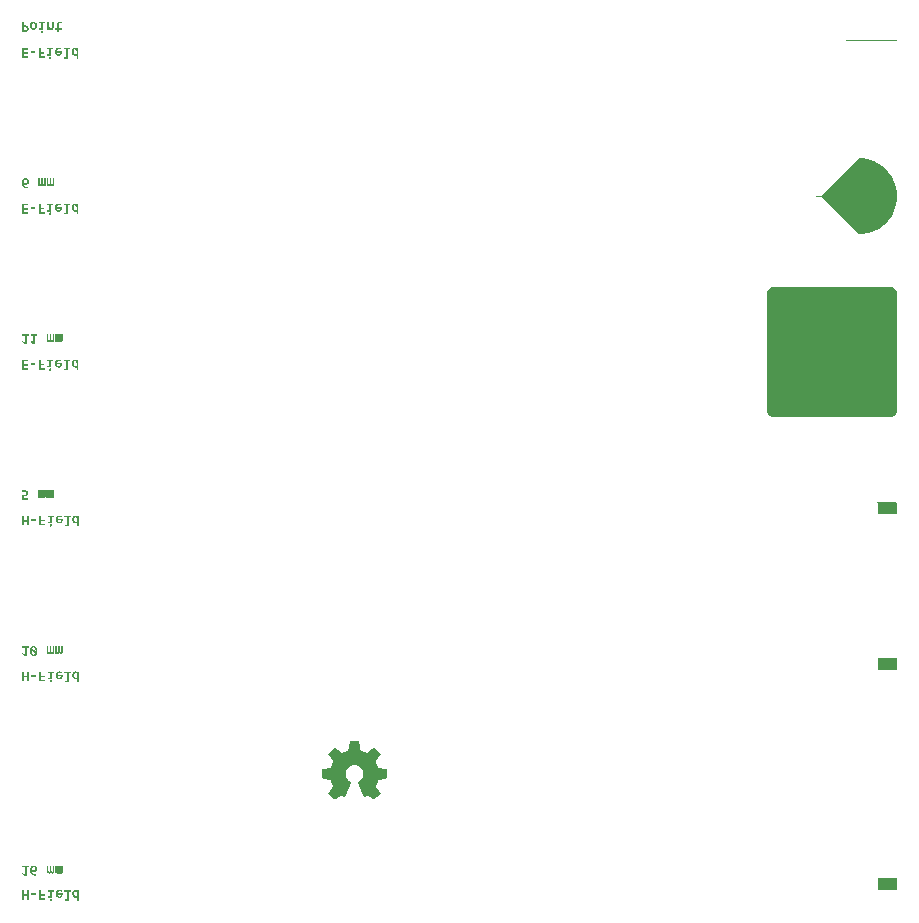
<source format=gbo>
%TF.GenerationSoftware,Altium Limited,Altium Designer,24.7.2 (38)*%
G04 Layer_Color=32896*
%FSLAX45Y45*%
%MOMM*%
%TF.SameCoordinates,9240EED7-9CEB-46DE-ACC5-CDE2BC50BDCE*%
%TF.FilePolarity,Positive*%
%TF.FileFunction,Legend,Bot*%
%TF.Part,Single*%
G01*
G75*
%TA.AperFunction,NonConductor*%
%ADD19C,0.12443*%
G36*
X4528343Y2627680D02*
X4524254D01*
Y2619503D01*
X4520166D01*
Y2611326D01*
X4516078D01*
Y2603149D01*
X4507901D01*
Y2599061D01*
X4487459D01*
Y2594972D01*
X4467017D01*
Y2590884D01*
X4446575D01*
Y2586796D01*
X4442486D01*
Y2513205D01*
X4446575D01*
Y2509116D01*
X4462928D01*
Y2505028D01*
X4487459D01*
Y2500939D01*
X4507901D01*
Y2496851D01*
X4516078D01*
Y2484586D01*
X4520166D01*
Y2476409D01*
X4524254D01*
Y2464144D01*
X4528343D01*
Y2455967D01*
X4532431D01*
Y2435525D01*
X4528343D01*
Y2427348D01*
X4524254D01*
Y2423260D01*
X4520166D01*
Y2415083D01*
X4516078D01*
Y2410994D01*
X4511989D01*
Y2402818D01*
X4507901D01*
Y2398729D01*
X4503812D01*
Y2394641D01*
X4499724D01*
Y2386464D01*
X4495635D01*
Y2382376D01*
X4499724D01*
Y2374199D01*
X4503812D01*
Y2370111D01*
X4507901D01*
Y2366022D01*
X4511989D01*
Y2361934D01*
X4516078D01*
Y2357845D01*
X4520166D01*
Y2353757D01*
X4524254D01*
Y2349669D01*
X4528343D01*
Y2345580D01*
X4532431D01*
Y2341492D01*
X4536520D01*
Y2337403D01*
X4540608D01*
Y2333315D01*
X4548785D01*
Y2329226D01*
X4552873D01*
Y2333315D01*
X4561050D01*
Y2337403D01*
X4565138D01*
Y2341492D01*
X4569227D01*
Y2345580D01*
X4577403D01*
Y2349669D01*
X4581492D01*
Y2353757D01*
X4589669D01*
Y2357845D01*
X4593757D01*
Y2361934D01*
X4601934D01*
Y2366022D01*
X4614199D01*
Y2361934D01*
X4622376D01*
Y2357845D01*
X4630553D01*
Y2353757D01*
X4638729D01*
Y2361934D01*
X4642818D01*
Y2374199D01*
X4646906D01*
Y2382376D01*
X4650995D01*
Y2390552D01*
X4655083D01*
Y2402818D01*
X4659171D01*
Y2410994D01*
X4663260D01*
Y2423260D01*
X4667348D01*
Y2431437D01*
X4671437D01*
Y2439613D01*
X4675525D01*
Y2451879D01*
X4679613D01*
Y2460055D01*
X4683702D01*
Y2472320D01*
X4687790D01*
Y2480497D01*
X4679613D01*
Y2484586D01*
X4675525D01*
Y2488674D01*
X4671437D01*
Y2492763D01*
X4663260D01*
Y2496851D01*
X4659171D01*
Y2505028D01*
X4655083D01*
Y2509116D01*
X4650995D01*
Y2517293D01*
X4646906D01*
Y2525470D01*
X4642818D01*
Y2574531D01*
X4646906D01*
Y2582707D01*
X4650995D01*
Y2590884D01*
X4655083D01*
Y2594972D01*
X4659171D01*
Y2599061D01*
X4663260D01*
Y2603149D01*
X4667348D01*
Y2607238D01*
X4671437D01*
Y2611326D01*
X4675525D01*
Y2615414D01*
X4683702D01*
Y2619503D01*
X4695967D01*
Y2623591D01*
X4736851D01*
Y2619503D01*
X4749116D01*
Y2615414D01*
X4757293D01*
Y2611326D01*
X4761381D01*
Y2607238D01*
X4765470D01*
Y2603149D01*
X4769558D01*
Y2599061D01*
X4773647D01*
Y2594972D01*
X4777735D01*
Y2590884D01*
X4781823D01*
Y2582707D01*
X4785912D01*
Y2570442D01*
X4790000D01*
Y2529558D01*
X4785912D01*
Y2517293D01*
X4781823D01*
Y2509116D01*
X4777735D01*
Y2505028D01*
X4773647D01*
Y2496851D01*
X4765470D01*
Y2492763D01*
X4761381D01*
Y2488674D01*
X4757293D01*
Y2484586D01*
X4753205D01*
Y2480497D01*
X4745028D01*
Y2468232D01*
X4749116D01*
Y2460055D01*
X4753205D01*
Y2447790D01*
X4757293D01*
Y2439613D01*
X4761381D01*
Y2431437D01*
X4765470D01*
Y2419171D01*
X4769558D01*
Y2410994D01*
X4773647D01*
Y2398729D01*
X4777735D01*
Y2390552D01*
X4781823D01*
Y2382376D01*
X4785912D01*
Y2370111D01*
X4790000D01*
Y2361934D01*
X4794088D01*
Y2353757D01*
X4802265D01*
Y2357845D01*
X4810442D01*
Y2361934D01*
X4814531D01*
Y2366022D01*
X4830884D01*
Y2361934D01*
X4839061D01*
Y2357845D01*
X4843149D01*
Y2353757D01*
X4847238D01*
Y2349669D01*
X4855414D01*
Y2345580D01*
X4859503D01*
Y2341492D01*
X4867680D01*
Y2337403D01*
X4871768D01*
Y2333315D01*
X4879945D01*
Y2329226D01*
X4884033D01*
Y2333315D01*
X4888122D01*
Y2337403D01*
X4892210D01*
Y2341492D01*
X4896299D01*
Y2345580D01*
X4900387D01*
Y2349669D01*
X4904475D01*
Y2353757D01*
X4908564D01*
Y2357845D01*
X4912652D01*
Y2361934D01*
X4916740D01*
Y2366022D01*
X4920829D01*
Y2370111D01*
X4924917D01*
Y2374199D01*
X4929006D01*
Y2378287D01*
X4933094D01*
Y2382376D01*
X4937182D01*
Y2386464D01*
X4933094D01*
Y2390552D01*
X4929006D01*
Y2398729D01*
X4924917D01*
Y2402818D01*
X4920829D01*
Y2410994D01*
X4916740D01*
Y2415083D01*
X4912652D01*
Y2423260D01*
X4908564D01*
Y2427348D01*
X4904475D01*
Y2431437D01*
X4900387D01*
Y2439613D01*
X4896299D01*
Y2447790D01*
X4900387D01*
Y2455967D01*
X4904475D01*
Y2468232D01*
X4908564D01*
Y2476409D01*
X4912652D01*
Y2488674D01*
X4916740D01*
Y2496851D01*
X4924917D01*
Y2500939D01*
X4945359D01*
Y2505028D01*
X4965801D01*
Y2509116D01*
X4986243D01*
Y2513205D01*
X4990332D01*
Y2586796D01*
X4986243D01*
Y2590884D01*
X4965801D01*
Y2594972D01*
X4945359D01*
Y2599061D01*
X4920829D01*
Y2603149D01*
X4916740D01*
Y2607238D01*
X4912652D01*
Y2615414D01*
X4908564D01*
Y2627680D01*
X4904475D01*
Y2635856D01*
X4900387D01*
Y2648122D01*
X4896299D01*
Y2660387D01*
X4900387D01*
Y2664475D01*
X4904475D01*
Y2672652D01*
X4908564D01*
Y2676740D01*
X4912652D01*
Y2684917D01*
X4916740D01*
Y2689006D01*
X4920829D01*
Y2697182D01*
X4924917D01*
Y2701271D01*
X4929006D01*
Y2709447D01*
X4933094D01*
Y2713536D01*
X4937182D01*
Y2717624D01*
X4933094D01*
Y2721713D01*
X4929006D01*
Y2725801D01*
X4924917D01*
Y2729890D01*
X4920829D01*
Y2733978D01*
X4916740D01*
Y2738066D01*
X4912652D01*
Y2742155D01*
X4908564D01*
Y2746243D01*
X4904475D01*
Y2750332D01*
X4900387D01*
Y2754420D01*
X4896299D01*
Y2758508D01*
X4892210D01*
Y2762597D01*
X4888122D01*
Y2766685D01*
X4884033D01*
Y2770773D01*
X4879945D01*
Y2766685D01*
X4871768D01*
Y2762597D01*
X4867680D01*
Y2758508D01*
X4859503D01*
Y2754420D01*
X4855414D01*
Y2750332D01*
X4851326D01*
Y2746243D01*
X4843149D01*
Y2742155D01*
X4839061D01*
Y2738066D01*
X4830884D01*
Y2733978D01*
X4826796D01*
Y2729890D01*
X4810442D01*
Y2733978D01*
X4802265D01*
Y2738066D01*
X4790000D01*
Y2742155D01*
X4781823D01*
Y2746243D01*
X4769558D01*
Y2754420D01*
X4765470D01*
Y2774862D01*
X4761381D01*
Y2799392D01*
X4757293D01*
Y2819834D01*
X4753205D01*
Y2823923D01*
X4675525D01*
Y2803481D01*
X4671437D01*
Y2778950D01*
X4667348D01*
Y2758508D01*
X4663260D01*
Y2746243D01*
X4650995D01*
Y2742155D01*
X4642818D01*
Y2738066D01*
X4630553D01*
Y2733978D01*
X4622376D01*
Y2729890D01*
X4606022D01*
Y2733978D01*
X4601934D01*
Y2738066D01*
X4593757D01*
Y2742155D01*
X4589669D01*
Y2746243D01*
X4581492D01*
Y2750332D01*
X4577403D01*
Y2754420D01*
X4569227D01*
Y2758508D01*
X4565138D01*
Y2762597D01*
X4556961D01*
Y2766685D01*
X4552873D01*
Y2770773D01*
X4548785D01*
Y2766685D01*
X4540608D01*
Y2762597D01*
X4536520D01*
Y2758508D01*
X4532431D01*
Y2754420D01*
X4528343D01*
Y2750332D01*
X4524254D01*
Y2746243D01*
X4520166D01*
Y2742155D01*
X4516078D01*
Y2738066D01*
X4511989D01*
Y2733978D01*
X4507901D01*
Y2729890D01*
X4503812D01*
Y2725801D01*
X4499724D01*
Y2717624D01*
X4495635D01*
Y2713536D01*
X4499724D01*
Y2705359D01*
X4503812D01*
Y2701271D01*
X4507901D01*
Y2697182D01*
X4511989D01*
Y2689006D01*
X4516078D01*
Y2684917D01*
X4520166D01*
Y2676740D01*
X4524254D01*
Y2672652D01*
X4528343D01*
Y2664475D01*
X4532431D01*
Y2660387D01*
X4536520D01*
Y2648122D01*
X4532431D01*
Y2639945D01*
X4528343D01*
Y2631768D01*
Y2627680D01*
D02*
G37*
G36*
X9149193Y1669998D02*
X9307579Y1670000D01*
X9308589Y1657525D01*
X9309600Y1632515D01*
X9309600Y1607484D01*
X9308589Y1582474D01*
X9307579Y1569999D01*
X9307580Y1570000D01*
X9149195Y1570000D01*
X9150005Y1582485D01*
X9150931Y1607488D01*
X9150930Y1632510D01*
X9150004Y1657513D01*
X9149193Y1669998D01*
X9149193Y1669998D01*
D02*
G37*
G36*
X9147681Y3529998D02*
X9306508Y3530000D01*
X9307496Y3517524D01*
X9308484Y3492514D01*
X9308484Y3467485D01*
X9307495Y3442475D01*
X9306507Y3429999D01*
X9306507D01*
X9147683Y3429999D01*
X9148696Y3442476D01*
X9149855Y3467482D01*
X9149854Y3492515D01*
X9148694Y3517521D01*
X9147680Y3529998D01*
X9147681D01*
D02*
G37*
G36*
X9143459Y4849997D02*
X9304430Y4849999D01*
X9306334Y4837590D01*
X9308245Y4812554D01*
X9308245Y4787445D01*
X9306334Y4762408D01*
X9304429Y4749999D01*
X9304429Y4749999D01*
X9143463Y4750000D01*
X9146430Y4762298D01*
X9149839Y4787355D01*
X9149838Y4812642D01*
X9146427Y4837699D01*
X9143459Y4849997D01*
X9143459D01*
D02*
G37*
G36*
X9309997Y5625001D02*
X9309998Y6615002D01*
X9310000Y6625943D01*
X9301628Y6646160D01*
X9286154Y6661632D01*
X9265936Y6670002D01*
X9254995Y6669998D01*
X9254996Y6670000D01*
X8264999Y6670000D01*
X8254059Y6670001D01*
X8233843Y6661629D01*
X8218370Y6646156D01*
X8209998Y6625940D01*
X8210000Y6614999D01*
X8210000Y6614999D01*
Y5625001D01*
X8209999Y5614060D01*
X8218372Y5593845D01*
X8233843Y5578372D01*
X8254059Y5569999D01*
X8264999Y5570000D01*
X8264999D01*
X9255000D01*
X9265940D01*
X9286154Y5578373D01*
X9301626Y5593845D01*
X9309998Y5614060D01*
X9309997Y5625001D01*
D01*
D02*
G37*
G36*
X8989999Y7119999D02*
X9015184Y7119999D01*
X9064933Y7127878D01*
X9112836Y7143443D01*
X9157715Y7166310D01*
X9198465Y7195917D01*
X9234081Y7231533D01*
X9263687Y7272282D01*
X9286554Y7317161D01*
X9302119Y7365065D01*
X9309999Y7414814D01*
X9309999Y7465183D01*
X9302119Y7514932D01*
X9286554Y7562836D01*
X9263687Y7607715D01*
X9234081Y7648465D01*
X9198464Y7684081D01*
X9157715Y7713687D01*
X9112836Y7736554D01*
X9064932Y7752119D01*
X9015183Y7759998D01*
X8989999Y7759998D01*
X8989999Y7759998D01*
X8669999Y7439999D01*
X8989999Y7119999D01*
D02*
G37*
G36*
X2213890Y8696704D02*
X2214901D01*
X2215811Y8696603D01*
X2216620D01*
X2217226Y8696502D01*
X2217732D01*
X2220057Y8696300D01*
X2221068Y8696199D01*
X2221978Y8696098D01*
X2222786Y8695997D01*
X2223393Y8695896D01*
X2223797Y8695795D01*
X2223898D01*
X2226122Y8695491D01*
X2227133Y8695289D01*
X2228043Y8695188D01*
X2228751Y8695087D01*
X2229357Y8694986D01*
X2229762Y8694885D01*
X2229863D01*
X2231986Y8694480D01*
X2232895Y8694278D01*
X2233704Y8694076D01*
X2234412Y8693874D01*
X2234917Y8693773D01*
X2235221Y8693672D01*
X2235322D01*
Y8681338D01*
X2233199Y8681945D01*
X2231076Y8682451D01*
X2229155Y8682855D01*
X2227538Y8683158D01*
X2226122Y8683461D01*
X2225010Y8683664D01*
X2224606D01*
X2224303Y8683765D01*
X2224100D01*
X2222180Y8683967D01*
X2220259Y8684169D01*
X2218540Y8684270D01*
X2217125Y8684371D01*
X2215811Y8684472D01*
X2214092D01*
X2212576Y8684371D01*
X2211161Y8684270D01*
X2209948Y8684068D01*
X2208836Y8683866D01*
X2207926Y8683664D01*
X2207218Y8683563D01*
X2206814Y8683360D01*
X2206612D01*
X2205398Y8682855D01*
X2204286Y8682349D01*
X2203276Y8681844D01*
X2202467Y8681338D01*
X2201759Y8680833D01*
X2201254Y8680429D01*
X2200950Y8680226D01*
X2200849Y8680125D01*
X2200041Y8679216D01*
X2199333Y8678306D01*
X2198726Y8677396D01*
X2198120Y8676587D01*
X2197715Y8675778D01*
X2197412Y8675172D01*
X2197311Y8674768D01*
X2197210Y8674666D01*
X2196806Y8673453D01*
X2196502Y8672139D01*
X2196300Y8670825D01*
X2196199Y8669612D01*
X2196098Y8668601D01*
X2195997Y8667792D01*
Y8667287D01*
Y8667085D01*
X2238354D01*
X2238456Y8665467D01*
X2238557Y8663951D01*
X2238658Y8663344D01*
Y8662839D01*
Y8662535D01*
Y8662434D01*
Y8661524D01*
X2238759Y8660716D01*
Y8660008D01*
Y8659402D01*
Y8658896D01*
Y8658593D01*
Y8658391D01*
Y8658290D01*
X2238658Y8655964D01*
X2238456Y8653841D01*
X2238152Y8651921D01*
X2237849Y8650202D01*
X2237445Y8648787D01*
X2237141Y8647675D01*
X2237040Y8647270D01*
X2236939Y8646967D01*
X2236838Y8646866D01*
Y8646765D01*
X2236130Y8644844D01*
X2235221Y8643126D01*
X2234311Y8641609D01*
X2233502Y8640194D01*
X2232693Y8639183D01*
X2232087Y8638374D01*
X2231682Y8637869D01*
X2231480Y8637667D01*
X2230065Y8636353D01*
X2228650Y8635139D01*
X2227133Y8634129D01*
X2225718Y8633219D01*
X2224505Y8632612D01*
X2223595Y8632107D01*
X2223191Y8631905D01*
X2222887Y8631803D01*
X2222786Y8631702D01*
X2222685D01*
X2220663Y8630995D01*
X2218540Y8630489D01*
X2216519Y8630085D01*
X2214699Y8629883D01*
X2212980Y8629680D01*
X2212273D01*
X2211666Y8629579D01*
X2210554D01*
X2208027Y8629680D01*
X2205702Y8629984D01*
X2203579Y8630388D01*
X2201759Y8630792D01*
X2200142Y8631298D01*
X2199535Y8631500D01*
X2199030Y8631702D01*
X2198625Y8631905D01*
X2198322Y8632006D01*
X2198120Y8632107D01*
X2198019D01*
X2195997Y8633118D01*
X2194177Y8634331D01*
X2192560Y8635443D01*
X2191144Y8636656D01*
X2190032Y8637667D01*
X2189224Y8638475D01*
X2188718Y8639082D01*
X2188516Y8639183D01*
Y8639284D01*
X2187101Y8641104D01*
X2185888Y8642924D01*
X2184877Y8644743D01*
X2183967Y8646462D01*
X2183360Y8647978D01*
X2183057Y8648686D01*
X2182855Y8649191D01*
X2182653Y8649697D01*
X2182552Y8650000D01*
X2182451Y8650202D01*
Y8650303D01*
X2181743Y8652729D01*
X2181237Y8655257D01*
X2180833Y8657582D01*
X2180631Y8659806D01*
X2180530Y8660817D01*
X2180429Y8661727D01*
Y8662535D01*
X2180328Y8663243D01*
Y8663748D01*
Y8664153D01*
Y8664456D01*
Y8664557D01*
X2180429Y8667388D01*
X2180631Y8670016D01*
X2181035Y8672442D01*
X2181440Y8674464D01*
X2181541Y8675374D01*
X2181743Y8676183D01*
X2181945Y8676890D01*
X2182147Y8677396D01*
X2182248Y8677901D01*
X2182349Y8678205D01*
X2182451Y8678407D01*
Y8678508D01*
X2183360Y8680631D01*
X2184270Y8682552D01*
X2185382Y8684371D01*
X2186292Y8685787D01*
X2187202Y8687000D01*
X2187910Y8687909D01*
X2188415Y8688415D01*
X2188617Y8688617D01*
X2190235Y8690032D01*
X2191852Y8691246D01*
X2193571Y8692358D01*
X2195087Y8693166D01*
X2196502Y8693874D01*
X2197513Y8694379D01*
X2197918Y8694582D01*
X2198221Y8694683D01*
X2198423Y8694784D01*
X2198524D01*
X2200748Y8695491D01*
X2203073Y8695997D01*
X2205297Y8696300D01*
X2207319Y8696502D01*
X2209139Y8696704D01*
X2209846D01*
X2210554Y8696806D01*
X2211767D01*
X2213890Y8696704D01*
D02*
G37*
G36*
X2015143Y8654044D02*
X1975717D01*
Y8667792D01*
X2015143D01*
Y8654044D01*
D02*
G37*
G36*
X2166478Y8683360D02*
X2147978D01*
Y8630995D01*
X2113910D01*
Y8643025D01*
X2132107D01*
Y8683360D01*
X2111686D01*
Y8695390D01*
X2166478D01*
Y8683360D01*
D02*
G37*
G36*
X2058613Y8661524D02*
X2089850D01*
Y8648686D01*
X2058613D01*
Y8625738D01*
X2091670D01*
Y8612596D01*
X2042741D01*
Y8695390D01*
X2058613D01*
Y8661524D01*
D02*
G37*
G36*
X1949838Y8682248D02*
X1915871D01*
Y8659199D01*
X1948220D01*
Y8646361D01*
X1915871D01*
Y8625738D01*
X1949838D01*
Y8612596D01*
X1900000D01*
Y8695390D01*
X1949838D01*
Y8682248D01*
D02*
G37*
G36*
X2347534Y8696704D02*
X2348646Y8696502D01*
X2349556Y8696401D01*
X2350263Y8696199D01*
X2350870Y8696098D01*
X2351274Y8695997D01*
X2351375D01*
X2353397Y8695390D01*
X2354307Y8694986D01*
X2355116Y8694683D01*
X2355722Y8694379D01*
X2356228Y8694076D01*
X2356531Y8693975D01*
X2356632Y8693874D01*
X2358452Y8692762D01*
X2359260Y8692155D01*
X2359867Y8691650D01*
X2360474Y8691144D01*
X2360878Y8690740D01*
X2361181Y8690538D01*
X2361282Y8690437D01*
X2362799Y8688819D01*
X2364113Y8687404D01*
X2364719Y8686797D01*
X2365124Y8686292D01*
X2365326Y8685989D01*
X2365427Y8685888D01*
X2365831Y8695390D01*
X2379277D01*
Y8605823D01*
X2363810D01*
Y8631096D01*
X2362293Y8630792D01*
X2360878Y8630489D01*
X2360271Y8630388D01*
X2359766D01*
X2359463Y8630287D01*
X2359362D01*
X2357643Y8630085D01*
X2356834Y8629984D01*
X2356127Y8629883D01*
X2354610D01*
X2351982Y8629984D01*
X2349556Y8630186D01*
X2347231Y8630590D01*
X2345310Y8630894D01*
X2343692Y8631298D01*
X2342985Y8631500D01*
X2342479Y8631702D01*
X2341974Y8631803D01*
X2341670Y8631905D01*
X2341468Y8632006D01*
X2341367D01*
X2339143Y8632814D01*
X2337121Y8633825D01*
X2335403Y8634937D01*
X2333886Y8635948D01*
X2332572Y8636858D01*
X2331662Y8637667D01*
X2331056Y8638172D01*
X2330955Y8638273D01*
X2330854Y8638374D01*
X2329236Y8640093D01*
X2327922Y8641812D01*
X2326709Y8643631D01*
X2325698Y8645350D01*
X2324889Y8646866D01*
X2324384Y8647978D01*
X2324182Y8648484D01*
X2323979Y8648787D01*
X2323878Y8648989D01*
Y8649090D01*
X2323070Y8651617D01*
X2322463Y8654246D01*
X2322059Y8656773D01*
X2321755Y8659199D01*
X2321654Y8660311D01*
X2321553Y8661322D01*
Y8662232D01*
X2321452Y8662940D01*
Y8663546D01*
Y8664052D01*
Y8664355D01*
Y8664456D01*
X2321553Y8667186D01*
X2321654Y8669713D01*
X2321958Y8671937D01*
X2322261Y8673959D01*
X2322463Y8675576D01*
X2322665Y8676284D01*
X2322766Y8676789D01*
X2322867Y8677295D01*
Y8677598D01*
X2322968Y8677800D01*
Y8677901D01*
X2323676Y8680024D01*
X2324384Y8682046D01*
X2325091Y8683765D01*
X2325900Y8685281D01*
X2326507Y8686494D01*
X2327012Y8687303D01*
X2327416Y8687909D01*
X2327518Y8688112D01*
X2328731Y8689527D01*
X2329944Y8690841D01*
X2331258Y8691953D01*
X2332370Y8692863D01*
X2333482Y8693672D01*
X2334291Y8694177D01*
X2334796Y8694480D01*
X2334998Y8694582D01*
X2336717Y8695289D01*
X2338436Y8695896D01*
X2340154Y8696300D01*
X2341772Y8696502D01*
X2343086Y8696704D01*
X2344198Y8696806D01*
X2346321D01*
X2347534Y8696704D01*
D02*
G37*
G36*
X2309220Y8683360D02*
X2290720D01*
Y8605823D01*
X2256652D01*
Y8617853D01*
X2274849D01*
Y8683360D01*
X2254428D01*
Y8695390D01*
X2309220D01*
Y8683360D01*
D02*
G37*
G36*
X2140700Y8623312D02*
X2141913Y8623008D01*
X2142418Y8622907D01*
X2142822Y8622806D01*
X2143025Y8622705D01*
X2143126D01*
X2144440Y8621997D01*
X2145451Y8621290D01*
X2145855Y8621088D01*
X2146159Y8620784D01*
X2146260Y8620683D01*
X2146361Y8620582D01*
X2147271Y8619470D01*
X2147877Y8618459D01*
X2148180Y8617954D01*
X2148383Y8617651D01*
X2148484Y8617448D01*
Y8617347D01*
X2148989Y8615932D01*
X2149191Y8614618D01*
X2149292Y8614112D01*
Y8613708D01*
Y8613506D01*
Y8613405D01*
X2149191Y8611888D01*
X2148888Y8610675D01*
X2148787Y8610170D01*
X2148585Y8609765D01*
X2148484Y8609563D01*
Y8609462D01*
X2147776Y8608148D01*
X2147169Y8607137D01*
X2146866Y8606733D01*
X2146563Y8606429D01*
X2146462Y8606328D01*
X2146361Y8606227D01*
X2145350Y8605317D01*
X2144238Y8604610D01*
X2143833Y8604306D01*
X2143429Y8604104D01*
X2143227Y8604003D01*
X2143126D01*
X2141710Y8603498D01*
X2140497Y8603295D01*
X2139992Y8603194D01*
X2139183D01*
X2137667Y8603295D01*
X2136353Y8603599D01*
X2135847Y8603700D01*
X2135443Y8603902D01*
X2135241Y8604003D01*
X2135139D01*
X2133825Y8604711D01*
X2132814Y8605418D01*
X2132410Y8605722D01*
X2132208Y8606025D01*
X2132006Y8606126D01*
X2131905Y8606227D01*
X2130995Y8607339D01*
X2130388Y8608350D01*
X2130085Y8608856D01*
X2129883Y8609159D01*
X2129782Y8609361D01*
Y8609462D01*
X2129377Y8610877D01*
X2129175Y8612090D01*
X2129074Y8612596D01*
Y8613000D01*
Y8613304D01*
Y8613405D01*
X2129175Y8614820D01*
X2129478Y8616134D01*
X2129579Y8616640D01*
X2129681Y8617044D01*
X2129782Y8617246D01*
Y8617347D01*
X2130489Y8618661D01*
X2131197Y8619672D01*
X2131399Y8620077D01*
X2131702Y8620279D01*
X2131803Y8620481D01*
X2131905Y8620582D01*
X2133017Y8621492D01*
X2134027Y8622099D01*
X2134533Y8622402D01*
X2134836Y8622604D01*
X2135038Y8622705D01*
X2135139D01*
X2136555Y8623109D01*
X2137869Y8623312D01*
X2138374Y8623413D01*
X2139183D01*
X2140700Y8623312D01*
D02*
G37*
G36*
X2213890Y7376705D02*
X2214901D01*
X2215811Y7376603D01*
X2216620D01*
X2217226Y7376502D01*
X2217732D01*
X2220057Y7376300D01*
X2221068Y7376199D01*
X2221978Y7376098D01*
X2222786Y7375997D01*
X2223393Y7375896D01*
X2223797Y7375795D01*
X2223898D01*
X2226122Y7375491D01*
X2227133Y7375289D01*
X2228043Y7375188D01*
X2228751Y7375087D01*
X2229357Y7374986D01*
X2229762Y7374885D01*
X2229863D01*
X2231986Y7374481D01*
X2232895Y7374278D01*
X2233704Y7374076D01*
X2234412Y7373874D01*
X2234917Y7373773D01*
X2235221Y7373672D01*
X2235322D01*
Y7361339D01*
X2233199Y7361945D01*
X2231076Y7362451D01*
X2229155Y7362855D01*
X2227538Y7363158D01*
X2226122Y7363462D01*
X2225010Y7363664D01*
X2224606D01*
X2224303Y7363765D01*
X2224100D01*
X2222180Y7363967D01*
X2220259Y7364169D01*
X2218540Y7364270D01*
X2217125Y7364371D01*
X2215811Y7364472D01*
X2214092D01*
X2212576Y7364371D01*
X2211161Y7364270D01*
X2209948Y7364068D01*
X2208836Y7363866D01*
X2207926Y7363664D01*
X2207218Y7363563D01*
X2206814Y7363360D01*
X2206612D01*
X2205398Y7362855D01*
X2204286Y7362350D01*
X2203276Y7361844D01*
X2202467Y7361339D01*
X2201759Y7360833D01*
X2201254Y7360429D01*
X2200950Y7360227D01*
X2200849Y7360125D01*
X2200041Y7359216D01*
X2199333Y7358306D01*
X2198726Y7357396D01*
X2198120Y7356587D01*
X2197715Y7355779D01*
X2197412Y7355172D01*
X2197311Y7354768D01*
X2197210Y7354667D01*
X2196806Y7353453D01*
X2196502Y7352139D01*
X2196300Y7350825D01*
X2196199Y7349612D01*
X2196098Y7348601D01*
X2195997Y7347792D01*
Y7347287D01*
Y7347085D01*
X2238354D01*
X2238456Y7345467D01*
X2238557Y7343951D01*
X2238658Y7343344D01*
Y7342839D01*
Y7342535D01*
Y7342434D01*
Y7341525D01*
X2238759Y7340716D01*
Y7340008D01*
Y7339402D01*
Y7338896D01*
Y7338593D01*
Y7338391D01*
Y7338290D01*
X2238658Y7335965D01*
X2238456Y7333842D01*
X2238152Y7331921D01*
X2237849Y7330202D01*
X2237445Y7328787D01*
X2237141Y7327675D01*
X2237040Y7327271D01*
X2236939Y7326967D01*
X2236838Y7326866D01*
Y7326765D01*
X2236130Y7324844D01*
X2235221Y7323126D01*
X2234311Y7321609D01*
X2233502Y7320194D01*
X2232693Y7319183D01*
X2232087Y7318374D01*
X2231682Y7317869D01*
X2231480Y7317667D01*
X2230065Y7316353D01*
X2228650Y7315140D01*
X2227133Y7314129D01*
X2225718Y7313219D01*
X2224505Y7312612D01*
X2223595Y7312107D01*
X2223191Y7311905D01*
X2222887Y7311804D01*
X2222786Y7311702D01*
X2222685D01*
X2220663Y7310995D01*
X2218540Y7310489D01*
X2216519Y7310085D01*
X2214699Y7309883D01*
X2212980Y7309681D01*
X2212273D01*
X2211666Y7309579D01*
X2210554D01*
X2208027Y7309681D01*
X2205702Y7309984D01*
X2203579Y7310388D01*
X2201759Y7310793D01*
X2200142Y7311298D01*
X2199535Y7311500D01*
X2199030Y7311702D01*
X2198625Y7311905D01*
X2198322Y7312006D01*
X2198120Y7312107D01*
X2198019D01*
X2195997Y7313118D01*
X2194177Y7314331D01*
X2192560Y7315443D01*
X2191144Y7316656D01*
X2190032Y7317667D01*
X2189224Y7318476D01*
X2188718Y7319082D01*
X2188516Y7319183D01*
Y7319284D01*
X2187101Y7321104D01*
X2185888Y7322924D01*
X2184877Y7324743D01*
X2183967Y7326462D01*
X2183360Y7327978D01*
X2183057Y7328686D01*
X2182855Y7329191D01*
X2182653Y7329697D01*
X2182552Y7330000D01*
X2182451Y7330202D01*
Y7330303D01*
X2181743Y7332730D01*
X2181237Y7335257D01*
X2180833Y7337582D01*
X2180631Y7339806D01*
X2180530Y7340817D01*
X2180429Y7341727D01*
Y7342535D01*
X2180328Y7343243D01*
Y7343749D01*
Y7344153D01*
Y7344456D01*
Y7344557D01*
X2180429Y7347388D01*
X2180631Y7350016D01*
X2181035Y7352442D01*
X2181440Y7354464D01*
X2181541Y7355374D01*
X2181743Y7356183D01*
X2181945Y7356891D01*
X2182147Y7357396D01*
X2182248Y7357901D01*
X2182349Y7358205D01*
X2182451Y7358407D01*
Y7358508D01*
X2183360Y7360631D01*
X2184270Y7362552D01*
X2185382Y7364371D01*
X2186292Y7365787D01*
X2187202Y7367000D01*
X2187910Y7367910D01*
X2188415Y7368415D01*
X2188617Y7368617D01*
X2190235Y7370033D01*
X2191852Y7371246D01*
X2193571Y7372358D01*
X2195087Y7373166D01*
X2196502Y7373874D01*
X2197513Y7374379D01*
X2197918Y7374582D01*
X2198221Y7374683D01*
X2198423Y7374784D01*
X2198524D01*
X2200748Y7375491D01*
X2203073Y7375997D01*
X2205297Y7376300D01*
X2207319Y7376502D01*
X2209139Y7376705D01*
X2209846D01*
X2210554Y7376806D01*
X2211767D01*
X2213890Y7376705D01*
D02*
G37*
G36*
X2015143Y7334044D02*
X1975717D01*
Y7347792D01*
X2015143D01*
Y7334044D01*
D02*
G37*
G36*
X2166478Y7363360D02*
X2147978D01*
Y7310995D01*
X2113910D01*
Y7323025D01*
X2132107D01*
Y7363360D01*
X2111686D01*
Y7375390D01*
X2166478D01*
Y7363360D01*
D02*
G37*
G36*
X2058613Y7341525D02*
X2089850D01*
Y7328686D01*
X2058613D01*
Y7305738D01*
X2091670D01*
Y7292596D01*
X2042741D01*
Y7375390D01*
X2058613D01*
Y7341525D01*
D02*
G37*
G36*
X1949838Y7362248D02*
X1915871D01*
Y7339199D01*
X1948220D01*
Y7326361D01*
X1915871D01*
Y7305738D01*
X1949838D01*
Y7292596D01*
X1900000D01*
Y7375390D01*
X1949838D01*
Y7362248D01*
D02*
G37*
G36*
X2347534Y7376705D02*
X2348646Y7376502D01*
X2349556Y7376401D01*
X2350263Y7376199D01*
X2350870Y7376098D01*
X2351274Y7375997D01*
X2351375D01*
X2353397Y7375390D01*
X2354307Y7374986D01*
X2355116Y7374683D01*
X2355722Y7374379D01*
X2356228Y7374076D01*
X2356531Y7373975D01*
X2356632Y7373874D01*
X2358452Y7372762D01*
X2359260Y7372155D01*
X2359867Y7371650D01*
X2360474Y7371145D01*
X2360878Y7370740D01*
X2361181Y7370538D01*
X2361282Y7370437D01*
X2362799Y7368819D01*
X2364113Y7367404D01*
X2364719Y7366798D01*
X2365124Y7366292D01*
X2365326Y7365989D01*
X2365427Y7365888D01*
X2365831Y7375390D01*
X2379277D01*
Y7285823D01*
X2363810D01*
Y7311096D01*
X2362293Y7310793D01*
X2360878Y7310489D01*
X2360271Y7310388D01*
X2359766D01*
X2359463Y7310287D01*
X2359362D01*
X2357643Y7310085D01*
X2356834Y7309984D01*
X2356127Y7309883D01*
X2354610D01*
X2351982Y7309984D01*
X2349556Y7310186D01*
X2347231Y7310590D01*
X2345310Y7310894D01*
X2343692Y7311298D01*
X2342985Y7311500D01*
X2342479Y7311702D01*
X2341974Y7311804D01*
X2341670Y7311905D01*
X2341468Y7312006D01*
X2341367D01*
X2339143Y7312814D01*
X2337121Y7313825D01*
X2335403Y7314937D01*
X2333886Y7315948D01*
X2332572Y7316858D01*
X2331662Y7317667D01*
X2331056Y7318172D01*
X2330955Y7318273D01*
X2330854Y7318374D01*
X2329236Y7320093D01*
X2327922Y7321812D01*
X2326709Y7323631D01*
X2325698Y7325350D01*
X2324889Y7326866D01*
X2324384Y7327978D01*
X2324182Y7328484D01*
X2323979Y7328787D01*
X2323878Y7328989D01*
Y7329090D01*
X2323070Y7331618D01*
X2322463Y7334246D01*
X2322059Y7336773D01*
X2321755Y7339199D01*
X2321654Y7340311D01*
X2321553Y7341322D01*
Y7342232D01*
X2321452Y7342940D01*
Y7343546D01*
Y7344052D01*
Y7344355D01*
Y7344456D01*
X2321553Y7347186D01*
X2321654Y7349713D01*
X2321958Y7351937D01*
X2322261Y7353959D01*
X2322463Y7355576D01*
X2322665Y7356284D01*
X2322766Y7356789D01*
X2322867Y7357295D01*
Y7357598D01*
X2322968Y7357800D01*
Y7357901D01*
X2323676Y7360024D01*
X2324384Y7362046D01*
X2325091Y7363765D01*
X2325900Y7365281D01*
X2326507Y7366494D01*
X2327012Y7367303D01*
X2327416Y7367910D01*
X2327518Y7368112D01*
X2328731Y7369527D01*
X2329944Y7370841D01*
X2331258Y7371953D01*
X2332370Y7372863D01*
X2333482Y7373672D01*
X2334291Y7374177D01*
X2334796Y7374481D01*
X2334998Y7374582D01*
X2336717Y7375289D01*
X2338436Y7375896D01*
X2340154Y7376300D01*
X2341772Y7376502D01*
X2343086Y7376705D01*
X2344198Y7376806D01*
X2346321D01*
X2347534Y7376705D01*
D02*
G37*
G36*
X2309220Y7363360D02*
X2290720D01*
Y7285823D01*
X2256652D01*
Y7297853D01*
X2274849D01*
Y7363360D01*
X2254428D01*
Y7375390D01*
X2309220D01*
Y7363360D01*
D02*
G37*
G36*
X2140700Y7303312D02*
X2141913Y7303009D01*
X2142418Y7302907D01*
X2142822Y7302806D01*
X2143025Y7302705D01*
X2143126D01*
X2144440Y7301998D01*
X2145451Y7301290D01*
X2145855Y7301088D01*
X2146159Y7300784D01*
X2146260Y7300683D01*
X2146361Y7300582D01*
X2147271Y7299470D01*
X2147877Y7298459D01*
X2148180Y7297954D01*
X2148383Y7297651D01*
X2148484Y7297448D01*
Y7297347D01*
X2148989Y7295932D01*
X2149191Y7294618D01*
X2149292Y7294112D01*
Y7293708D01*
Y7293506D01*
Y7293405D01*
X2149191Y7291888D01*
X2148888Y7290675D01*
X2148787Y7290170D01*
X2148585Y7289765D01*
X2148484Y7289563D01*
Y7289462D01*
X2147776Y7288148D01*
X2147169Y7287137D01*
X2146866Y7286733D01*
X2146563Y7286429D01*
X2146462Y7286328D01*
X2146361Y7286227D01*
X2145350Y7285317D01*
X2144238Y7284610D01*
X2143833Y7284306D01*
X2143429Y7284104D01*
X2143227Y7284003D01*
X2143126D01*
X2141710Y7283498D01*
X2140497Y7283296D01*
X2139992Y7283194D01*
X2139183D01*
X2137667Y7283296D01*
X2136353Y7283599D01*
X2135847Y7283700D01*
X2135443Y7283902D01*
X2135241Y7284003D01*
X2135139D01*
X2133825Y7284711D01*
X2132814Y7285419D01*
X2132410Y7285722D01*
X2132208Y7286025D01*
X2132006Y7286126D01*
X2131905Y7286227D01*
X2130995Y7287339D01*
X2130388Y7288350D01*
X2130085Y7288856D01*
X2129883Y7289159D01*
X2129782Y7289361D01*
Y7289462D01*
X2129377Y7290877D01*
X2129175Y7292091D01*
X2129074Y7292596D01*
Y7293000D01*
Y7293304D01*
Y7293405D01*
X2129175Y7294820D01*
X2129478Y7296134D01*
X2129579Y7296640D01*
X2129681Y7297044D01*
X2129782Y7297246D01*
Y7297347D01*
X2130489Y7298662D01*
X2131197Y7299672D01*
X2131399Y7300077D01*
X2131702Y7300279D01*
X2131803Y7300481D01*
X2131905Y7300582D01*
X2133017Y7301492D01*
X2134027Y7302099D01*
X2134533Y7302402D01*
X2134836Y7302604D01*
X2135038Y7302705D01*
X2135139D01*
X2136555Y7303110D01*
X2137869Y7303312D01*
X2138374Y7303413D01*
X2139183D01*
X2140700Y7303312D01*
D02*
G37*
G36*
X2219450Y4736704D02*
X2220461D01*
X2221371Y4736603D01*
X2222180D01*
X2222786Y4736502D01*
X2223292D01*
X2225617Y4736300D01*
X2226628Y4736199D01*
X2227538Y4736097D01*
X2228346Y4735996D01*
X2228953Y4735895D01*
X2229357Y4735794D01*
X2229458D01*
X2231682Y4735491D01*
X2232693Y4735289D01*
X2233603Y4735188D01*
X2234311Y4735087D01*
X2234917Y4734985D01*
X2235322Y4734884D01*
X2235423D01*
X2237546Y4734480D01*
X2238456Y4734278D01*
X2239264Y4734076D01*
X2239972Y4733873D01*
X2240477Y4733772D01*
X2240781Y4733671D01*
X2240882D01*
Y4721338D01*
X2238759Y4721945D01*
X2236636Y4722450D01*
X2234715Y4722854D01*
X2233098Y4723158D01*
X2231682Y4723461D01*
X2230570Y4723663D01*
X2230166D01*
X2229863Y4723764D01*
X2229661D01*
X2227740Y4723966D01*
X2225819Y4724169D01*
X2224100Y4724270D01*
X2222685Y4724371D01*
X2221371Y4724472D01*
X2219652D01*
X2218136Y4724371D01*
X2216721Y4724270D01*
X2215508Y4724068D01*
X2214396Y4723865D01*
X2213486Y4723663D01*
X2212778Y4723562D01*
X2212374Y4723360D01*
X2212172D01*
X2210958Y4722854D01*
X2209846Y4722349D01*
X2208836Y4721843D01*
X2208027Y4721338D01*
X2207319Y4720833D01*
X2206814Y4720428D01*
X2206510Y4720226D01*
X2206409Y4720125D01*
X2205601Y4719215D01*
X2204893Y4718305D01*
X2204286Y4717395D01*
X2203680Y4716587D01*
X2203276Y4715778D01*
X2202972Y4715171D01*
X2202871Y4714767D01*
X2202770Y4714666D01*
X2202366Y4713453D01*
X2202062Y4712139D01*
X2201860Y4710824D01*
X2201759Y4709611D01*
X2201658Y4708600D01*
X2201557Y4707792D01*
Y4707286D01*
Y4707084D01*
X2243914D01*
X2244016Y4705467D01*
X2244117Y4703950D01*
X2244218Y4703344D01*
Y4702838D01*
Y4702535D01*
Y4702434D01*
Y4701524D01*
X2244319Y4700715D01*
Y4700008D01*
Y4699401D01*
Y4698896D01*
Y4698592D01*
Y4698390D01*
Y4698289D01*
X2244218Y4695964D01*
X2244016Y4693841D01*
X2243712Y4691920D01*
X2243409Y4690202D01*
X2243005Y4688786D01*
X2242701Y4687674D01*
X2242600Y4687270D01*
X2242499Y4686967D01*
X2242398Y4686866D01*
Y4686765D01*
X2241690Y4684844D01*
X2240781Y4683125D01*
X2239871Y4681609D01*
X2239062Y4680194D01*
X2238253Y4679183D01*
X2237647Y4678374D01*
X2237242Y4677868D01*
X2237040Y4677666D01*
X2235625Y4676352D01*
X2234210Y4675139D01*
X2232693Y4674128D01*
X2231278Y4673218D01*
X2230065Y4672612D01*
X2229155Y4672106D01*
X2228751Y4671904D01*
X2228447Y4671803D01*
X2228346Y4671702D01*
X2228245D01*
X2226223Y4670994D01*
X2224100Y4670489D01*
X2222079Y4670084D01*
X2220259Y4669882D01*
X2218540Y4669680D01*
X2217833D01*
X2217226Y4669579D01*
X2216114D01*
X2213587Y4669680D01*
X2211262Y4669983D01*
X2209139Y4670388D01*
X2207319Y4670792D01*
X2205702Y4671297D01*
X2205095Y4671500D01*
X2204590Y4671702D01*
X2204185Y4671904D01*
X2203882Y4672005D01*
X2203680Y4672106D01*
X2203579D01*
X2201557Y4673117D01*
X2199737Y4674330D01*
X2198120Y4675442D01*
X2196705Y4676655D01*
X2195593Y4677666D01*
X2194784Y4678475D01*
X2194278Y4679082D01*
X2194076Y4679183D01*
Y4679284D01*
X2192661Y4681103D01*
X2191448Y4682923D01*
X2190437Y4684743D01*
X2189527Y4686461D01*
X2188920Y4687978D01*
X2188617Y4688685D01*
X2188415Y4689191D01*
X2188213Y4689696D01*
X2188112Y4690000D01*
X2188011Y4690202D01*
Y4690303D01*
X2187303Y4692729D01*
X2186798Y4695256D01*
X2186393Y4697581D01*
X2186191Y4699805D01*
X2186090Y4700816D01*
X2185989Y4701726D01*
Y4702535D01*
X2185888Y4703243D01*
Y4703748D01*
Y4704152D01*
Y4704456D01*
Y4704557D01*
X2185989Y4707387D01*
X2186191Y4710016D01*
X2186595Y4712442D01*
X2187000Y4714464D01*
X2187101Y4715374D01*
X2187303Y4716182D01*
X2187505Y4716890D01*
X2187707Y4717395D01*
X2187808Y4717901D01*
X2187910Y4718204D01*
X2188011Y4718406D01*
Y4718507D01*
X2188920Y4720630D01*
X2189830Y4722551D01*
X2190942Y4724371D01*
X2191852Y4725786D01*
X2192762Y4726999D01*
X2193470Y4727909D01*
X2193975Y4728414D01*
X2194177Y4728617D01*
X2195795Y4730032D01*
X2197412Y4731245D01*
X2199131Y4732357D01*
X2200647Y4733166D01*
X2202062Y4733873D01*
X2203073Y4734379D01*
X2203478Y4734581D01*
X2203781Y4734682D01*
X2203983Y4734783D01*
X2204084D01*
X2206308Y4735491D01*
X2208633Y4735996D01*
X2210857Y4736300D01*
X2212879Y4736502D01*
X2214699Y4736704D01*
X2215407D01*
X2216114Y4736805D01*
X2217327D01*
X2219450Y4736704D01*
D02*
G37*
G36*
X1959341Y4652595D02*
X1943772D01*
Y4685754D01*
X1915568D01*
Y4652595D01*
X1900000D01*
Y4735390D01*
X1915568D01*
Y4699300D01*
X1943772D01*
Y4735390D01*
X1959341D01*
Y4652595D01*
D02*
G37*
G36*
X2020703Y4694043D02*
X1981277D01*
Y4707792D01*
X2020703D01*
Y4694043D01*
D02*
G37*
G36*
X2172038Y4723360D02*
X2153538D01*
Y4670994D01*
X2119470D01*
Y4683024D01*
X2137667D01*
Y4723360D01*
X2117246D01*
Y4735390D01*
X2172038D01*
Y4723360D01*
D02*
G37*
G36*
X2064173Y4701524D02*
X2095410D01*
Y4688685D01*
X2064173D01*
Y4665737D01*
X2097230D01*
Y4652595D01*
X2048301D01*
Y4735390D01*
X2064173D01*
Y4701524D01*
D02*
G37*
G36*
X2353094Y4736704D02*
X2354206Y4736502D01*
X2355116Y4736401D01*
X2355823Y4736199D01*
X2356430Y4736097D01*
X2356834Y4735996D01*
X2356935D01*
X2358957Y4735390D01*
X2359867Y4734985D01*
X2360676Y4734682D01*
X2361282Y4734379D01*
X2361788Y4734076D01*
X2362091Y4733975D01*
X2362192Y4733873D01*
X2364012Y4732761D01*
X2364821Y4732155D01*
X2365427Y4731649D01*
X2366034Y4731144D01*
X2366438Y4730740D01*
X2366741Y4730537D01*
X2366842Y4730436D01*
X2368359Y4728819D01*
X2369673Y4727404D01*
X2370279Y4726797D01*
X2370684Y4726292D01*
X2370886Y4725988D01*
X2370987Y4725887D01*
X2371391Y4735390D01*
X2384837D01*
Y4645822D01*
X2369370D01*
Y4671095D01*
X2367853Y4670792D01*
X2366438Y4670489D01*
X2365831Y4670388D01*
X2365326D01*
X2365023Y4670287D01*
X2364922D01*
X2363203Y4670084D01*
X2362394Y4669983D01*
X2361687Y4669882D01*
X2360170D01*
X2357542Y4669983D01*
X2355116Y4670185D01*
X2352791Y4670590D01*
X2350870Y4670893D01*
X2349252Y4671297D01*
X2348545Y4671500D01*
X2348039Y4671702D01*
X2347534Y4671803D01*
X2347231Y4671904D01*
X2347028Y4672005D01*
X2346927D01*
X2344703Y4672814D01*
X2342681Y4673825D01*
X2340963Y4674937D01*
X2339446Y4675948D01*
X2338132Y4676858D01*
X2337222Y4677666D01*
X2336616Y4678172D01*
X2336515Y4678273D01*
X2336414Y4678374D01*
X2334796Y4680092D01*
X2333482Y4681811D01*
X2332269Y4683631D01*
X2331258Y4685349D01*
X2330449Y4686866D01*
X2329944Y4687978D01*
X2329742Y4688483D01*
X2329539Y4688786D01*
X2329438Y4688989D01*
Y4689090D01*
X2328630Y4691617D01*
X2328023Y4694245D01*
X2327619Y4696773D01*
X2327315Y4699199D01*
X2327214Y4700311D01*
X2327113Y4701322D01*
Y4702232D01*
X2327012Y4702939D01*
Y4703546D01*
Y4704051D01*
Y4704355D01*
Y4704456D01*
X2327113Y4707185D01*
X2327214Y4709712D01*
X2327518Y4711936D01*
X2327821Y4713958D01*
X2328023Y4715576D01*
X2328225Y4716283D01*
X2328326Y4716789D01*
X2328427Y4717294D01*
Y4717598D01*
X2328528Y4717800D01*
Y4717901D01*
X2329236Y4720024D01*
X2329944Y4722046D01*
X2330651Y4723764D01*
X2331460Y4725281D01*
X2332067Y4726494D01*
X2332572Y4727302D01*
X2332977Y4727909D01*
X2333078Y4728111D01*
X2334291Y4729526D01*
X2335504Y4730841D01*
X2336818Y4731953D01*
X2337930Y4732863D01*
X2339042Y4733671D01*
X2339851Y4734177D01*
X2340356Y4734480D01*
X2340558Y4734581D01*
X2342277Y4735289D01*
X2343996Y4735895D01*
X2345714Y4736300D01*
X2347332Y4736502D01*
X2348646Y4736704D01*
X2349758Y4736805D01*
X2351881D01*
X2353094Y4736704D01*
D02*
G37*
G36*
X2314780Y4723360D02*
X2296280D01*
Y4645822D01*
X2262212D01*
Y4657852D01*
X2280409D01*
Y4723360D01*
X2259988D01*
Y4735390D01*
X2314780D01*
Y4723360D01*
D02*
G37*
G36*
X2146260Y4663311D02*
X2147473Y4663008D01*
X2147978Y4662907D01*
X2148383Y4662806D01*
X2148585Y4662705D01*
X2148686D01*
X2150000Y4661997D01*
X2151011Y4661289D01*
X2151415Y4661087D01*
X2151719Y4660784D01*
X2151820Y4660683D01*
X2151921Y4660582D01*
X2152831Y4659470D01*
X2153437Y4658459D01*
X2153740Y4657953D01*
X2153943Y4657650D01*
X2154044Y4657448D01*
Y4657347D01*
X2154549Y4655932D01*
X2154751Y4654617D01*
X2154852Y4654112D01*
Y4653707D01*
Y4653505D01*
Y4653404D01*
X2154751Y4651888D01*
X2154448Y4650675D01*
X2154347Y4650169D01*
X2154145Y4649765D01*
X2154044Y4649563D01*
Y4649462D01*
X2153336Y4648147D01*
X2152730Y4647137D01*
X2152426Y4646732D01*
X2152123Y4646429D01*
X2152022Y4646328D01*
X2151921Y4646227D01*
X2150910Y4645317D01*
X2149798Y4644609D01*
X2149393Y4644306D01*
X2148989Y4644104D01*
X2148787Y4644003D01*
X2148686D01*
X2147271Y4643497D01*
X2146057Y4643295D01*
X2145552Y4643194D01*
X2144743D01*
X2143227Y4643295D01*
X2141913Y4643598D01*
X2141407Y4643699D01*
X2141003Y4643902D01*
X2140801Y4644003D01*
X2140700D01*
X2139385Y4644710D01*
X2138374Y4645418D01*
X2137970Y4645721D01*
X2137768Y4646024D01*
X2137566Y4646126D01*
X2137465Y4646227D01*
X2136555Y4647339D01*
X2135948Y4648350D01*
X2135645Y4648855D01*
X2135443Y4649158D01*
X2135342Y4649361D01*
Y4649462D01*
X2134937Y4650877D01*
X2134735Y4652090D01*
X2134634Y4652595D01*
Y4653000D01*
Y4653303D01*
Y4653404D01*
X2134735Y4654819D01*
X2135038Y4656134D01*
X2135139Y4656639D01*
X2135241Y4657044D01*
X2135342Y4657246D01*
Y4657347D01*
X2136049Y4658661D01*
X2136757Y4659672D01*
X2136959Y4660076D01*
X2137262Y4660278D01*
X2137364Y4660481D01*
X2137465Y4660582D01*
X2138577Y4661492D01*
X2139588Y4662098D01*
X2140093Y4662401D01*
X2140396Y4662604D01*
X2140598Y4662705D01*
X2140700D01*
X2142115Y4663109D01*
X2143429Y4663311D01*
X2143934Y4663412D01*
X2144743D01*
X2146260Y4663311D01*
D02*
G37*
G36*
X2245835Y3585198D02*
Y3583479D01*
X2245734Y3581862D01*
X2245532Y3580244D01*
X2245330Y3578829D01*
X2245026Y3577515D01*
X2244723Y3576403D01*
X2244420Y3575291D01*
X2244117Y3574280D01*
X2243813Y3573471D01*
X2243510Y3572662D01*
X2243207Y3572056D01*
X2242904Y3571550D01*
X2242701Y3571146D01*
X2242499Y3570842D01*
X2242398Y3570741D01*
Y3570640D01*
X2241690Y3569730D01*
X2240983Y3569023D01*
X2240174Y3568315D01*
X2239365Y3567810D01*
X2237647Y3566900D01*
X2236029Y3566293D01*
X2234513Y3565990D01*
X2233805Y3565788D01*
X2233199D01*
X2232794Y3565687D01*
X2232087D01*
X2230469Y3565788D01*
X2229762Y3565889D01*
X2229054Y3565990D01*
X2228549Y3566091D01*
X2228144Y3566192D01*
X2227942Y3566293D01*
X2227841D01*
X2226527Y3566799D01*
X2225415Y3567506D01*
X2225010Y3567810D01*
X2224707Y3568012D01*
X2224505Y3568113D01*
X2224404Y3568214D01*
X2223191Y3569326D01*
X2222281Y3570337D01*
X2221876Y3570842D01*
X2221573Y3571247D01*
X2221371Y3571449D01*
X2221270Y3571550D01*
X2220259Y3573168D01*
X2219248Y3574684D01*
X2218945Y3575392D01*
X2218641Y3575897D01*
X2218439Y3576301D01*
X2218338Y3576403D01*
X2218136Y3574684D01*
X2217631Y3573067D01*
X2217125Y3571752D01*
X2216620Y3570640D01*
X2216013Y3569730D01*
X2215508Y3569124D01*
X2215204Y3568720D01*
X2215103Y3568618D01*
X2213890Y3567608D01*
X2212576Y3566900D01*
X2211262Y3566394D01*
X2209948Y3566091D01*
X2208734Y3565788D01*
X2207724Y3565687D01*
X2206814D01*
X2205297Y3565788D01*
X2204590Y3565889D01*
X2203983Y3565990D01*
X2203478Y3566091D01*
X2203073Y3566192D01*
X2202871Y3566293D01*
X2202770D01*
X2201456Y3566799D01*
X2200344Y3567506D01*
X2199939Y3567810D01*
X2199636Y3568012D01*
X2199434Y3568113D01*
X2199333Y3568214D01*
X2198221Y3569326D01*
X2197311Y3570337D01*
X2196907Y3570842D01*
X2196603Y3571247D01*
X2196502Y3571449D01*
X2196401Y3571550D01*
X2195390Y3573168D01*
X2194480Y3574684D01*
X2194076Y3575392D01*
X2193773Y3575897D01*
X2193672Y3576301D01*
X2193571Y3576403D01*
X2193368Y3567001D01*
X2181945D01*
Y3631397D01*
X2195289D01*
Y3589646D01*
X2196199Y3587422D01*
X2197008Y3585501D01*
X2197817Y3583883D01*
X2198423Y3582670D01*
X2198929Y3581760D01*
X2199434Y3581053D01*
X2199636Y3580648D01*
X2199737Y3580547D01*
X2200445Y3579637D01*
X2201153Y3578930D01*
X2201860Y3578525D01*
X2202366Y3578121D01*
X2202871Y3577919D01*
X2203174Y3577818D01*
X2203478D01*
X2204286Y3577919D01*
X2204893Y3578121D01*
X2205297Y3578323D01*
X2205398Y3578424D01*
X2205904Y3578930D01*
X2206308Y3579536D01*
X2206510Y3580042D01*
X2206612Y3580143D01*
Y3580244D01*
X2206915Y3581255D01*
X2207016Y3582165D01*
X2207117Y3582670D01*
Y3582974D01*
Y3583176D01*
Y3583277D01*
X2207218Y3584692D01*
X2207319Y3586107D01*
Y3586613D01*
Y3587118D01*
Y3587422D01*
Y3587523D01*
Y3631397D01*
X2220562D01*
Y3589646D01*
X2221371Y3587422D01*
X2222180Y3585501D01*
X2222887Y3583883D01*
X2223595Y3582670D01*
X2224100Y3581760D01*
X2224505Y3581053D01*
X2224707Y3580648D01*
X2224808Y3580547D01*
X2225516Y3579637D01*
X2226223Y3578930D01*
X2226830Y3578525D01*
X2227436Y3578121D01*
X2227942Y3577919D01*
X2228346Y3577818D01*
X2228650D01*
X2229559Y3577919D01*
X2230166Y3578121D01*
X2230570Y3578323D01*
X2230671Y3578424D01*
X2231177Y3578930D01*
X2231480Y3579536D01*
X2231682Y3580042D01*
X2231783Y3580143D01*
Y3580244D01*
X2232087Y3581255D01*
X2232188Y3582165D01*
X2232289Y3582670D01*
Y3582974D01*
Y3583176D01*
Y3583277D01*
X2232390Y3584692D01*
X2232491Y3586107D01*
Y3586613D01*
Y3587118D01*
Y3587422D01*
Y3587523D01*
Y3631397D01*
X2245835D01*
Y3585198D01*
D02*
G37*
G36*
X2174464D02*
Y3583479D01*
X2174363Y3581862D01*
X2174161Y3580244D01*
X2173959Y3578829D01*
X2173656Y3577515D01*
X2173352Y3576403D01*
X2173049Y3575291D01*
X2172746Y3574280D01*
X2172442Y3573471D01*
X2172139Y3572662D01*
X2171836Y3572056D01*
X2171533Y3571550D01*
X2171330Y3571146D01*
X2171128Y3570842D01*
X2171027Y3570741D01*
Y3570640D01*
X2170320Y3569730D01*
X2169612Y3569023D01*
X2168803Y3568315D01*
X2167994Y3567810D01*
X2166276Y3566900D01*
X2164658Y3566293D01*
X2163142Y3565990D01*
X2162434Y3565788D01*
X2161828D01*
X2161423Y3565687D01*
X2160716D01*
X2159098Y3565788D01*
X2158391Y3565889D01*
X2157683Y3565990D01*
X2157178Y3566091D01*
X2156773Y3566192D01*
X2156571Y3566293D01*
X2156470D01*
X2155156Y3566799D01*
X2154044Y3567506D01*
X2153639Y3567810D01*
X2153336Y3568012D01*
X2153134Y3568113D01*
X2153033Y3568214D01*
X2151820Y3569326D01*
X2150910Y3570337D01*
X2150505Y3570842D01*
X2150202Y3571247D01*
X2150000Y3571449D01*
X2149899Y3571550D01*
X2148888Y3573168D01*
X2147877Y3574684D01*
X2147574Y3575392D01*
X2147271Y3575897D01*
X2147068Y3576301D01*
X2146967Y3576403D01*
X2146765Y3574684D01*
X2146260Y3573067D01*
X2145754Y3571752D01*
X2145249Y3570640D01*
X2144642Y3569730D01*
X2144137Y3569124D01*
X2143833Y3568720D01*
X2143732Y3568618D01*
X2142519Y3567608D01*
X2141205Y3566900D01*
X2139891Y3566394D01*
X2138577Y3566091D01*
X2137364Y3565788D01*
X2136353Y3565687D01*
X2135443D01*
X2133926Y3565788D01*
X2133219Y3565889D01*
X2132612Y3565990D01*
X2132107Y3566091D01*
X2131702Y3566192D01*
X2131500Y3566293D01*
X2131399D01*
X2130085Y3566799D01*
X2128973Y3567506D01*
X2128569Y3567810D01*
X2128265Y3568012D01*
X2128063Y3568113D01*
X2127962Y3568214D01*
X2126850Y3569326D01*
X2125940Y3570337D01*
X2125536Y3570842D01*
X2125232Y3571247D01*
X2125131Y3571449D01*
X2125030Y3571550D01*
X2124019Y3573168D01*
X2123110Y3574684D01*
X2122705Y3575392D01*
X2122402Y3575897D01*
X2122301Y3576301D01*
X2122200Y3576403D01*
X2121998Y3567001D01*
X2110574D01*
Y3631397D01*
X2123918D01*
Y3589646D01*
X2124828Y3587422D01*
X2125637Y3585501D01*
X2126446Y3583883D01*
X2127052Y3582670D01*
X2127558Y3581760D01*
X2128063Y3581053D01*
X2128265Y3580648D01*
X2128366Y3580547D01*
X2129074Y3579637D01*
X2129782Y3578930D01*
X2130489Y3578525D01*
X2130995Y3578121D01*
X2131500Y3577919D01*
X2131803Y3577818D01*
X2132107D01*
X2132915Y3577919D01*
X2133522Y3578121D01*
X2133926Y3578323D01*
X2134027Y3578424D01*
X2134533Y3578930D01*
X2134937Y3579536D01*
X2135139Y3580042D01*
X2135241Y3580143D01*
Y3580244D01*
X2135544Y3581255D01*
X2135645Y3582165D01*
X2135746Y3582670D01*
Y3582974D01*
Y3583176D01*
Y3583277D01*
X2135847Y3584692D01*
X2135948Y3586107D01*
Y3586613D01*
Y3587118D01*
Y3587422D01*
Y3587523D01*
Y3631397D01*
X2149191D01*
Y3589646D01*
X2150000Y3587422D01*
X2150809Y3585501D01*
X2151516Y3583883D01*
X2152224Y3582670D01*
X2152730Y3581760D01*
X2153134Y3581053D01*
X2153336Y3580648D01*
X2153437Y3580547D01*
X2154145Y3579637D01*
X2154852Y3578930D01*
X2155459Y3578525D01*
X2156066Y3578121D01*
X2156571Y3577919D01*
X2156975Y3577818D01*
X2157279D01*
X2158188Y3577919D01*
X2158795Y3578121D01*
X2159199Y3578323D01*
X2159300Y3578424D01*
X2159806Y3578930D01*
X2160109Y3579536D01*
X2160311Y3580042D01*
X2160412Y3580143D01*
Y3580244D01*
X2160716Y3581255D01*
X2160817Y3582165D01*
X2160918Y3582670D01*
Y3582974D01*
Y3583176D01*
Y3583277D01*
X2161019Y3584692D01*
X2161120Y3586107D01*
Y3586613D01*
Y3587118D01*
Y3587422D01*
Y3587523D01*
Y3631397D01*
X2174464D01*
Y3585198D01*
D02*
G37*
G36*
X1957521Y3617648D02*
X1939324D01*
Y3548097D01*
X1926283D01*
X1900000Y3561946D01*
X1905054Y3574583D01*
X1923453Y3564474D01*
Y3617648D01*
X1902325D01*
Y3631397D01*
X1957521D01*
Y3617648D01*
D02*
G37*
G36*
X2001698Y3632711D02*
X2004326Y3632408D01*
X2006753Y3631902D01*
X2008774Y3631397D01*
X2009684Y3631093D01*
X2010493Y3630891D01*
X2011201Y3630588D01*
X2011706Y3630386D01*
X2012212Y3630285D01*
X2012515Y3630082D01*
X2012717Y3629981D01*
X2012818D01*
X2015042Y3628768D01*
X2017064Y3627454D01*
X2018783Y3626039D01*
X2020299Y3624623D01*
X2021613Y3623410D01*
X2022523Y3622399D01*
X2022826Y3621995D01*
X2023028Y3621692D01*
X2023231Y3621591D01*
Y3621490D01*
X2024747Y3619266D01*
X2026061Y3617042D01*
X2027173Y3614716D01*
X2028184Y3612593D01*
X2028892Y3610774D01*
X2029195Y3609965D01*
X2029397Y3609257D01*
X2029599Y3608752D01*
X2029701Y3608247D01*
X2029802Y3608044D01*
Y3607943D01*
X2030509Y3604809D01*
X2031116Y3601676D01*
X2031520Y3598643D01*
X2031722Y3595711D01*
X2031823Y3594498D01*
X2031925Y3593285D01*
Y3592274D01*
X2032026Y3591364D01*
Y3590657D01*
Y3590050D01*
Y3589747D01*
Y3589646D01*
X2031925Y3585602D01*
X2031823Y3583681D01*
X2031621Y3581862D01*
X2031419Y3580244D01*
X2031217Y3578627D01*
X2031015Y3577211D01*
X2030813Y3575796D01*
X2030610Y3574583D01*
X2030408Y3573572D01*
X2030206Y3572662D01*
X2030004Y3571853D01*
X2029802Y3571247D01*
X2029701Y3570842D01*
X2029599Y3570539D01*
Y3570438D01*
X2028690Y3567506D01*
X2027578Y3564979D01*
X2026567Y3562654D01*
X2025455Y3560733D01*
X2025050Y3559925D01*
X2024545Y3559217D01*
X2024140Y3558610D01*
X2023837Y3558105D01*
X2023534Y3557701D01*
X2023332Y3557397D01*
X2023130Y3557296D01*
Y3557195D01*
X2021512Y3555375D01*
X2019794Y3553859D01*
X2018176Y3552545D01*
X2016660Y3551433D01*
X2015244Y3550624D01*
X2014233Y3550119D01*
X2013829Y3549916D01*
X2013526Y3549714D01*
X2013324Y3549613D01*
X2013223D01*
X2010999Y3548804D01*
X2008774Y3548198D01*
X2006652Y3547794D01*
X2004731Y3547490D01*
X2003113Y3547288D01*
X2002406D01*
X2001799Y3547187D01*
X2000586D01*
X1997755Y3547288D01*
X1995127Y3547591D01*
X1992701Y3548097D01*
X1990679Y3548602D01*
X1989769Y3548906D01*
X1988960Y3549209D01*
X1988253Y3549411D01*
X1987646Y3549613D01*
X1987141Y3549815D01*
X1986838Y3550018D01*
X1986635Y3550119D01*
X1986534D01*
X1984310Y3551332D01*
X1982288Y3552646D01*
X1980570Y3554061D01*
X1979053Y3555477D01*
X1977840Y3556690D01*
X1976931Y3557701D01*
X1976526Y3558105D01*
X1976324Y3558408D01*
X1976223Y3558509D01*
X1976122Y3558610D01*
X1974605Y3560834D01*
X1973291Y3563058D01*
X1972179Y3565384D01*
X1971269Y3567506D01*
X1970562Y3569427D01*
X1970258Y3570236D01*
X1970056Y3570944D01*
X1969854Y3571449D01*
X1969753Y3571853D01*
X1969652Y3572157D01*
Y3572258D01*
X1968944Y3575291D01*
X1968338Y3578424D01*
X1967933Y3581558D01*
X1967731Y3584389D01*
X1967630Y3585602D01*
X1967529Y3586815D01*
Y3587826D01*
X1967428Y3588736D01*
Y3589443D01*
Y3589949D01*
Y3590353D01*
Y3590454D01*
X1967529Y3594498D01*
X1967630Y3596419D01*
X1967832Y3598238D01*
X1967933Y3599856D01*
X1968136Y3601473D01*
X1968338Y3602990D01*
X1968641Y3604304D01*
X1968843Y3605517D01*
X1969045Y3606629D01*
X1969248Y3607539D01*
X1969349Y3608348D01*
X1969551Y3608954D01*
X1969652Y3609359D01*
X1969753Y3609662D01*
Y3609763D01*
X1970663Y3612593D01*
X1971775Y3615222D01*
X1972786Y3617446D01*
X1973898Y3619367D01*
X1974808Y3620883D01*
X1975212Y3621490D01*
X1975515Y3621995D01*
X1975819Y3622399D01*
X1976021Y3622703D01*
X1976223Y3622804D01*
Y3622905D01*
X1977840Y3624725D01*
X1979559Y3626241D01*
X1981277Y3627555D01*
X1982794Y3628667D01*
X1984209Y3629476D01*
X1985220Y3629981D01*
X1985624Y3630183D01*
X1986029Y3630386D01*
X1986130Y3630487D01*
X1986231D01*
X1988455Y3631296D01*
X1990578Y3631801D01*
X1992701Y3632205D01*
X1994622Y3632509D01*
X1996340Y3632711D01*
X1997048D01*
X1997654Y3632812D01*
X1998766D01*
X2001698Y3632711D01*
D02*
G37*
G36*
X2219450Y3416704D02*
X2220461D01*
X2221371Y3416603D01*
X2222180D01*
X2222786Y3416502D01*
X2223292D01*
X2225617Y3416300D01*
X2226628Y3416199D01*
X2227538Y3416098D01*
X2228346Y3415996D01*
X2228953Y3415895D01*
X2229357Y3415794D01*
X2229458D01*
X2231682Y3415491D01*
X2232693Y3415289D01*
X2233603Y3415188D01*
X2234311Y3415087D01*
X2234917Y3414986D01*
X2235322Y3414884D01*
X2235423D01*
X2237546Y3414480D01*
X2238456Y3414278D01*
X2239264Y3414076D01*
X2239972Y3413874D01*
X2240477Y3413772D01*
X2240781Y3413671D01*
X2240882D01*
Y3401338D01*
X2238759Y3401945D01*
X2236636Y3402450D01*
X2234715Y3402855D01*
X2233098Y3403158D01*
X2231682Y3403461D01*
X2230570Y3403663D01*
X2230166D01*
X2229863Y3403764D01*
X2229661D01*
X2227740Y3403967D01*
X2225819Y3404169D01*
X2224100Y3404270D01*
X2222685Y3404371D01*
X2221371Y3404472D01*
X2219652D01*
X2218136Y3404371D01*
X2216721Y3404270D01*
X2215508Y3404068D01*
X2214396Y3403865D01*
X2213486Y3403663D01*
X2212778Y3403562D01*
X2212374Y3403360D01*
X2212172D01*
X2210958Y3402855D01*
X2209846Y3402349D01*
X2208836Y3401844D01*
X2208027Y3401338D01*
X2207319Y3400833D01*
X2206814Y3400428D01*
X2206510Y3400226D01*
X2206409Y3400125D01*
X2205601Y3399215D01*
X2204893Y3398305D01*
X2204286Y3397396D01*
X2203680Y3396587D01*
X2203276Y3395778D01*
X2202972Y3395172D01*
X2202871Y3394767D01*
X2202770Y3394666D01*
X2202366Y3393453D01*
X2202062Y3392139D01*
X2201860Y3390825D01*
X2201759Y3389611D01*
X2201658Y3388601D01*
X2201557Y3387792D01*
Y3387286D01*
Y3387084D01*
X2243914D01*
X2244016Y3385467D01*
X2244117Y3383950D01*
X2244218Y3383344D01*
Y3382838D01*
Y3382535D01*
Y3382434D01*
Y3381524D01*
X2244319Y3380715D01*
Y3380008D01*
Y3379401D01*
Y3378896D01*
Y3378592D01*
Y3378390D01*
Y3378289D01*
X2244218Y3375964D01*
X2244016Y3373841D01*
X2243712Y3371920D01*
X2243409Y3370202D01*
X2243005Y3368787D01*
X2242701Y3367674D01*
X2242600Y3367270D01*
X2242499Y3366967D01*
X2242398Y3366866D01*
Y3366765D01*
X2241690Y3364844D01*
X2240781Y3363125D01*
X2239871Y3361609D01*
X2239062Y3360194D01*
X2238253Y3359183D01*
X2237647Y3358374D01*
X2237242Y3357869D01*
X2237040Y3357666D01*
X2235625Y3356352D01*
X2234210Y3355139D01*
X2232693Y3354128D01*
X2231278Y3353218D01*
X2230065Y3352612D01*
X2229155Y3352106D01*
X2228751Y3351904D01*
X2228447Y3351803D01*
X2228346Y3351702D01*
X2228245D01*
X2226223Y3350994D01*
X2224100Y3350489D01*
X2222079Y3350084D01*
X2220259Y3349882D01*
X2218540Y3349680D01*
X2217833D01*
X2217226Y3349579D01*
X2216114D01*
X2213587Y3349680D01*
X2211262Y3349983D01*
X2209139Y3350388D01*
X2207319Y3350792D01*
X2205702Y3351298D01*
X2205095Y3351500D01*
X2204590Y3351702D01*
X2204185Y3351904D01*
X2203882Y3352005D01*
X2203680Y3352106D01*
X2203579D01*
X2201557Y3353117D01*
X2199737Y3354330D01*
X2198120Y3355442D01*
X2196705Y3356655D01*
X2195593Y3357666D01*
X2194784Y3358475D01*
X2194278Y3359082D01*
X2194076Y3359183D01*
Y3359284D01*
X2192661Y3361104D01*
X2191448Y3362923D01*
X2190437Y3364743D01*
X2189527Y3366461D01*
X2188920Y3367978D01*
X2188617Y3368685D01*
X2188415Y3369191D01*
X2188213Y3369696D01*
X2188112Y3370000D01*
X2188011Y3370202D01*
Y3370303D01*
X2187303Y3372729D01*
X2186798Y3375256D01*
X2186393Y3377582D01*
X2186191Y3379806D01*
X2186090Y3380816D01*
X2185989Y3381726D01*
Y3382535D01*
X2185888Y3383243D01*
Y3383748D01*
Y3384152D01*
Y3384456D01*
Y3384557D01*
X2185989Y3387387D01*
X2186191Y3390016D01*
X2186595Y3392442D01*
X2187000Y3394464D01*
X2187101Y3395374D01*
X2187303Y3396182D01*
X2187505Y3396890D01*
X2187707Y3397396D01*
X2187808Y3397901D01*
X2187910Y3398204D01*
X2188011Y3398406D01*
Y3398508D01*
X2188920Y3400630D01*
X2189830Y3402551D01*
X2190942Y3404371D01*
X2191852Y3405786D01*
X2192762Y3406999D01*
X2193470Y3407909D01*
X2193975Y3408415D01*
X2194177Y3408617D01*
X2195795Y3410032D01*
X2197412Y3411245D01*
X2199131Y3412357D01*
X2200647Y3413166D01*
X2202062Y3413874D01*
X2203073Y3414379D01*
X2203478Y3414581D01*
X2203781Y3414682D01*
X2203983Y3414783D01*
X2204084D01*
X2206308Y3415491D01*
X2208633Y3415996D01*
X2210857Y3416300D01*
X2212879Y3416502D01*
X2214699Y3416704D01*
X2215407D01*
X2216114Y3416805D01*
X2217327D01*
X2219450Y3416704D01*
D02*
G37*
G36*
X1959341Y3332596D02*
X1943772D01*
Y3365754D01*
X1915568D01*
Y3332596D01*
X1900000D01*
Y3415390D01*
X1915568D01*
Y3379300D01*
X1943772D01*
Y3415390D01*
X1959341D01*
Y3332596D01*
D02*
G37*
G36*
X2020703Y3374043D02*
X1981277D01*
Y3387792D01*
X2020703D01*
Y3374043D01*
D02*
G37*
G36*
X2172038Y3403360D02*
X2153538D01*
Y3350994D01*
X2119470D01*
Y3363024D01*
X2137667D01*
Y3403360D01*
X2117246D01*
Y3415390D01*
X2172038D01*
Y3403360D01*
D02*
G37*
G36*
X2064173Y3381524D02*
X2095410D01*
Y3368685D01*
X2064173D01*
Y3345738D01*
X2097230D01*
Y3332596D01*
X2048301D01*
Y3415390D01*
X2064173D01*
Y3381524D01*
D02*
G37*
G36*
X2353094Y3416704D02*
X2354206Y3416502D01*
X2355116Y3416401D01*
X2355823Y3416199D01*
X2356430Y3416098D01*
X2356834Y3415996D01*
X2356935D01*
X2358957Y3415390D01*
X2359867Y3414986D01*
X2360676Y3414682D01*
X2361282Y3414379D01*
X2361788Y3414076D01*
X2362091Y3413975D01*
X2362192Y3413874D01*
X2364012Y3412762D01*
X2364821Y3412155D01*
X2365427Y3411650D01*
X2366034Y3411144D01*
X2366438Y3410740D01*
X2366741Y3410538D01*
X2366842Y3410436D01*
X2368359Y3408819D01*
X2369673Y3407404D01*
X2370279Y3406797D01*
X2370684Y3406292D01*
X2370886Y3405988D01*
X2370987Y3405887D01*
X2371391Y3415390D01*
X2384837D01*
Y3325822D01*
X2369370D01*
Y3351095D01*
X2367853Y3350792D01*
X2366438Y3350489D01*
X2365831Y3350388D01*
X2365326D01*
X2365023Y3350287D01*
X2364922D01*
X2363203Y3350084D01*
X2362394Y3349983D01*
X2361687Y3349882D01*
X2360170D01*
X2357542Y3349983D01*
X2355116Y3350186D01*
X2352791Y3350590D01*
X2350870Y3350893D01*
X2349252Y3351298D01*
X2348545Y3351500D01*
X2348039Y3351702D01*
X2347534Y3351803D01*
X2347231Y3351904D01*
X2347028Y3352005D01*
X2346927D01*
X2344703Y3352814D01*
X2342681Y3353825D01*
X2340963Y3354937D01*
X2339446Y3355948D01*
X2338132Y3356858D01*
X2337222Y3357666D01*
X2336616Y3358172D01*
X2336515Y3358273D01*
X2336414Y3358374D01*
X2334796Y3360093D01*
X2333482Y3361811D01*
X2332269Y3363631D01*
X2331258Y3365349D01*
X2330449Y3366866D01*
X2329944Y3367978D01*
X2329742Y3368483D01*
X2329539Y3368787D01*
X2329438Y3368989D01*
Y3369090D01*
X2328630Y3371617D01*
X2328023Y3374245D01*
X2327619Y3376773D01*
X2327315Y3379199D01*
X2327214Y3380311D01*
X2327113Y3381322D01*
Y3382232D01*
X2327012Y3382939D01*
Y3383546D01*
Y3384051D01*
Y3384355D01*
Y3384456D01*
X2327113Y3387185D01*
X2327214Y3389713D01*
X2327518Y3391937D01*
X2327821Y3393958D01*
X2328023Y3395576D01*
X2328225Y3396284D01*
X2328326Y3396789D01*
X2328427Y3397294D01*
Y3397598D01*
X2328528Y3397800D01*
Y3397901D01*
X2329236Y3400024D01*
X2329944Y3402046D01*
X2330651Y3403764D01*
X2331460Y3405281D01*
X2332067Y3406494D01*
X2332572Y3407303D01*
X2332977Y3407909D01*
X2333078Y3408111D01*
X2334291Y3409527D01*
X2335504Y3410841D01*
X2336818Y3411953D01*
X2337930Y3412863D01*
X2339042Y3413671D01*
X2339851Y3414177D01*
X2340356Y3414480D01*
X2340558Y3414581D01*
X2342277Y3415289D01*
X2343996Y3415895D01*
X2345714Y3416300D01*
X2347332Y3416502D01*
X2348646Y3416704D01*
X2349758Y3416805D01*
X2351881D01*
X2353094Y3416704D01*
D02*
G37*
G36*
X2314780Y3403360D02*
X2296280D01*
Y3325822D01*
X2262212D01*
Y3337852D01*
X2280409D01*
Y3403360D01*
X2259988D01*
Y3415390D01*
X2314780D01*
Y3403360D01*
D02*
G37*
G36*
X2146260Y3343311D02*
X2147473Y3343008D01*
X2147978Y3342907D01*
X2148383Y3342806D01*
X2148585Y3342705D01*
X2148686D01*
X2150000Y3341997D01*
X2151011Y3341289D01*
X2151415Y3341087D01*
X2151719Y3340784D01*
X2151820Y3340683D01*
X2151921Y3340582D01*
X2152831Y3339470D01*
X2153437Y3338459D01*
X2153740Y3337953D01*
X2153943Y3337650D01*
X2154044Y3337448D01*
Y3337347D01*
X2154549Y3335932D01*
X2154751Y3334617D01*
X2154852Y3334112D01*
Y3333708D01*
Y3333505D01*
Y3333404D01*
X2154751Y3331888D01*
X2154448Y3330675D01*
X2154347Y3330169D01*
X2154145Y3329765D01*
X2154044Y3329563D01*
Y3329462D01*
X2153336Y3328148D01*
X2152730Y3327137D01*
X2152426Y3326732D01*
X2152123Y3326429D01*
X2152022Y3326328D01*
X2151921Y3326227D01*
X2150910Y3325317D01*
X2149798Y3324609D01*
X2149393Y3324306D01*
X2148989Y3324104D01*
X2148787Y3324003D01*
X2148686D01*
X2147271Y3323497D01*
X2146057Y3323295D01*
X2145552Y3323194D01*
X2144743D01*
X2143227Y3323295D01*
X2141913Y3323598D01*
X2141407Y3323699D01*
X2141003Y3323902D01*
X2140801Y3324003D01*
X2140700D01*
X2139385Y3324710D01*
X2138374Y3325418D01*
X2137970Y3325721D01*
X2137768Y3326025D01*
X2137566Y3326126D01*
X2137465Y3326227D01*
X2136555Y3327339D01*
X2135948Y3328350D01*
X2135645Y3328855D01*
X2135443Y3329158D01*
X2135342Y3329361D01*
Y3329462D01*
X2134937Y3330877D01*
X2134735Y3332090D01*
X2134634Y3332596D01*
Y3333000D01*
Y3333303D01*
Y3333404D01*
X2134735Y3334820D01*
X2135038Y3336134D01*
X2135139Y3336639D01*
X2135241Y3337044D01*
X2135342Y3337246D01*
Y3337347D01*
X2136049Y3338661D01*
X2136757Y3339672D01*
X2136959Y3340076D01*
X2137262Y3340279D01*
X2137364Y3340481D01*
X2137465Y3340582D01*
X2138577Y3341492D01*
X2139588Y3342098D01*
X2140093Y3342401D01*
X2140396Y3342604D01*
X2140598Y3342705D01*
X2140700D01*
X2142115Y3343109D01*
X2143429Y3343311D01*
X2143934Y3343412D01*
X2144743D01*
X2146260Y3343311D01*
D02*
G37*
G36*
X2002507Y1772257D02*
X2004731Y1772054D01*
X2006854Y1771751D01*
X2008572Y1771347D01*
X2010089Y1771043D01*
X2010695Y1770841D01*
X2011201Y1770740D01*
X2011706Y1770639D01*
X2012009Y1770538D01*
X2012111Y1770437D01*
X2012212D01*
X2014233Y1769628D01*
X2016154Y1768718D01*
X2017772Y1767809D01*
X2019187Y1766899D01*
X2020299Y1766090D01*
X2021108Y1765483D01*
X2021613Y1765079D01*
X2021815Y1764877D01*
X2023231Y1763462D01*
X2024545Y1761945D01*
X2025657Y1760530D01*
X2026567Y1759115D01*
X2027274Y1758003D01*
X2027780Y1756992D01*
X2028083Y1756385D01*
X2028184Y1756284D01*
Y1756183D01*
X2028993Y1754161D01*
X2029498Y1752240D01*
X2029903Y1750320D01*
X2030206Y1748500D01*
X2030408Y1746984D01*
Y1746377D01*
X2030509Y1745770D01*
Y1745366D01*
Y1745063D01*
Y1744861D01*
Y1744760D01*
X2030408Y1742637D01*
X2030206Y1740615D01*
X2030004Y1738795D01*
X2029701Y1737178D01*
X2029296Y1735965D01*
X2029094Y1734954D01*
X2028892Y1734347D01*
X2028791Y1734145D01*
X2028083Y1732426D01*
X2027274Y1730910D01*
X2026365Y1729495D01*
X2025556Y1728383D01*
X2024848Y1727473D01*
X2024242Y1726765D01*
X2023837Y1726260D01*
X2023635Y1726159D01*
X2022321Y1724945D01*
X2020906Y1723935D01*
X2019490Y1723126D01*
X2018176Y1722418D01*
X2017064Y1721812D01*
X2016053Y1721407D01*
X2015447Y1721205D01*
X2015345Y1721104D01*
X2015244D01*
X2013324Y1720497D01*
X2011302Y1720093D01*
X2009280Y1719689D01*
X2007460Y1719487D01*
X2005944Y1719385D01*
X2005236D01*
X2004630Y1719284D01*
X2001799D01*
X2000182Y1719487D01*
X1998665Y1719588D01*
X1997351Y1719790D01*
X1996239Y1719992D01*
X1995329Y1720194D01*
X1994824Y1720295D01*
X1994622Y1720396D01*
X1993105Y1720801D01*
X1991690Y1721205D01*
X1990376Y1721609D01*
X1989264Y1722014D01*
X1988354Y1722418D01*
X1987747Y1722620D01*
X1987242Y1722823D01*
X1987141Y1722924D01*
X1987242Y1721407D01*
X1987444Y1719689D01*
X1987747Y1718172D01*
X1988051Y1716656D01*
X1988354Y1715443D01*
X1988657Y1714432D01*
X1988960Y1713623D01*
X1989062Y1713219D01*
X1989163Y1713017D01*
X1989769Y1711702D01*
X1990477Y1710489D01*
X1991184Y1709377D01*
X1991892Y1708468D01*
X1992499Y1707760D01*
X1993004Y1707153D01*
X1993409Y1706850D01*
X1993510Y1706749D01*
X1994723Y1705839D01*
X1995936Y1705030D01*
X1997250Y1704323D01*
X1998362Y1703716D01*
X1999474Y1703312D01*
X2000283Y1703009D01*
X2000889Y1702806D01*
X2001092Y1702705D01*
X2002911Y1702200D01*
X2004832Y1701897D01*
X2006753Y1701593D01*
X2008572Y1701492D01*
X2010089Y1701391D01*
X2010796Y1701290D01*
X2023635D01*
Y1688148D01*
X2014132D01*
X2010897Y1688249D01*
X2007966Y1688350D01*
X2005337Y1688653D01*
X2004225Y1688755D01*
X2003113Y1688957D01*
X2002102Y1689058D01*
X2001294Y1689260D01*
X2000485Y1689361D01*
X1999878Y1689462D01*
X1999373Y1689563D01*
X1998969Y1689664D01*
X1998766Y1689765D01*
X1998665D01*
X1996239Y1690473D01*
X1994015Y1691181D01*
X1992094Y1691990D01*
X1990376Y1692697D01*
X1989062Y1693405D01*
X1988051Y1693910D01*
X1987646Y1694112D01*
X1987343Y1694315D01*
X1987242Y1694416D01*
X1987141D01*
X1985422Y1695528D01*
X1983805Y1696741D01*
X1982389Y1697954D01*
X1981277Y1699066D01*
X1980267Y1700077D01*
X1979559Y1700886D01*
X1979155Y1701391D01*
X1978952Y1701593D01*
X1977840Y1703211D01*
X1976829Y1704828D01*
X1975920Y1706446D01*
X1975212Y1707962D01*
X1974605Y1709175D01*
X1974201Y1710186D01*
X1973999Y1710590D01*
X1973898Y1710894D01*
X1973797Y1710995D01*
Y1711096D01*
X1973089Y1713017D01*
X1972584Y1715038D01*
X1972078Y1716959D01*
X1971674Y1718678D01*
X1971472Y1720194D01*
X1971269Y1720801D01*
Y1721407D01*
X1971168Y1721812D01*
X1971067Y1722115D01*
Y1722317D01*
Y1722418D01*
X1970764Y1724743D01*
X1970562Y1727068D01*
X1970461Y1729292D01*
X1970360Y1731213D01*
X1970258Y1732932D01*
Y1733639D01*
Y1734246D01*
Y1734751D01*
Y1735156D01*
Y1735358D01*
Y1735459D01*
X1970360Y1738896D01*
X1970562Y1742030D01*
X1970966Y1744962D01*
X1971472Y1747691D01*
X1971977Y1750218D01*
X1972685Y1752443D01*
X1973392Y1754565D01*
X1974100Y1756385D01*
X1974808Y1758003D01*
X1975414Y1759418D01*
X1976122Y1760530D01*
X1976627Y1761541D01*
X1977133Y1762248D01*
X1977537Y1762855D01*
X1977739Y1763158D01*
X1977840Y1763259D01*
X1979357Y1764877D01*
X1980974Y1766292D01*
X1982794Y1767505D01*
X1984512Y1768516D01*
X1986433Y1769426D01*
X1988253Y1770134D01*
X1990072Y1770740D01*
X1991892Y1771246D01*
X1993510Y1771549D01*
X1995026Y1771852D01*
X1996441Y1772054D01*
X1997654Y1772257D01*
X1998665D01*
X1999474Y1772358D01*
X2000081D01*
X2002507Y1772257D01*
D02*
G37*
G36*
X2245835Y1724743D02*
Y1723025D01*
X2245734Y1721407D01*
X2245532Y1719790D01*
X2245330Y1718375D01*
X2245026Y1717060D01*
X2244723Y1715948D01*
X2244420Y1714836D01*
X2244117Y1713825D01*
X2243813Y1713017D01*
X2243510Y1712208D01*
X2243207Y1711601D01*
X2242904Y1711096D01*
X2242701Y1710692D01*
X2242499Y1710388D01*
X2242398Y1710287D01*
Y1710186D01*
X2241690Y1709276D01*
X2240983Y1708569D01*
X2240174Y1707861D01*
X2239365Y1707355D01*
X2237647Y1706446D01*
X2236029Y1705839D01*
X2234513Y1705536D01*
X2233805Y1705334D01*
X2233199D01*
X2232794Y1705233D01*
X2232087D01*
X2230469Y1705334D01*
X2229762Y1705435D01*
X2229054Y1705536D01*
X2228549Y1705637D01*
X2228144Y1705738D01*
X2227942Y1705839D01*
X2227841D01*
X2226527Y1706345D01*
X2225415Y1707052D01*
X2225010Y1707355D01*
X2224707Y1707558D01*
X2224505Y1707659D01*
X2224404Y1707760D01*
X2223191Y1708872D01*
X2222281Y1709883D01*
X2221876Y1710388D01*
X2221573Y1710793D01*
X2221371Y1710995D01*
X2221270Y1711096D01*
X2220259Y1712713D01*
X2219248Y1714230D01*
X2218945Y1714937D01*
X2218641Y1715443D01*
X2218439Y1715847D01*
X2218338Y1715948D01*
X2218136Y1714230D01*
X2217631Y1712612D01*
X2217125Y1711298D01*
X2216620Y1710186D01*
X2216013Y1709276D01*
X2215508Y1708670D01*
X2215204Y1708265D01*
X2215103Y1708164D01*
X2213890Y1707153D01*
X2212576Y1706446D01*
X2211262Y1705940D01*
X2209948Y1705637D01*
X2208734Y1705334D01*
X2207724Y1705233D01*
X2206814D01*
X2205297Y1705334D01*
X2204590Y1705435D01*
X2203983Y1705536D01*
X2203478Y1705637D01*
X2203073Y1705738D01*
X2202871Y1705839D01*
X2202770D01*
X2201456Y1706345D01*
X2200344Y1707052D01*
X2199939Y1707355D01*
X2199636Y1707558D01*
X2199434Y1707659D01*
X2199333Y1707760D01*
X2198221Y1708872D01*
X2197311Y1709883D01*
X2196907Y1710388D01*
X2196603Y1710793D01*
X2196502Y1710995D01*
X2196401Y1711096D01*
X2195390Y1712713D01*
X2194480Y1714230D01*
X2194076Y1714937D01*
X2193773Y1715443D01*
X2193672Y1715847D01*
X2193571Y1715948D01*
X2193368Y1706547D01*
X2181945D01*
Y1770942D01*
X2195289D01*
Y1729191D01*
X2196199Y1726967D01*
X2197008Y1725047D01*
X2197817Y1723429D01*
X2198423Y1722216D01*
X2198929Y1721306D01*
X2199434Y1720599D01*
X2199636Y1720194D01*
X2199737Y1720093D01*
X2200445Y1719183D01*
X2201153Y1718476D01*
X2201860Y1718071D01*
X2202366Y1717667D01*
X2202871Y1717465D01*
X2203174Y1717364D01*
X2203478D01*
X2204286Y1717465D01*
X2204893Y1717667D01*
X2205297Y1717869D01*
X2205398Y1717970D01*
X2205904Y1718476D01*
X2206308Y1719082D01*
X2206510Y1719588D01*
X2206612Y1719689D01*
Y1719790D01*
X2206915Y1720801D01*
X2207016Y1721711D01*
X2207117Y1722216D01*
Y1722519D01*
Y1722721D01*
Y1722823D01*
X2207218Y1724238D01*
X2207319Y1725653D01*
Y1726159D01*
Y1726664D01*
Y1726967D01*
Y1727068D01*
Y1770942D01*
X2220562D01*
Y1729191D01*
X2221371Y1726967D01*
X2222180Y1725047D01*
X2222887Y1723429D01*
X2223595Y1722216D01*
X2224100Y1721306D01*
X2224505Y1720599D01*
X2224707Y1720194D01*
X2224808Y1720093D01*
X2225516Y1719183D01*
X2226223Y1718476D01*
X2226830Y1718071D01*
X2227436Y1717667D01*
X2227942Y1717465D01*
X2228346Y1717364D01*
X2228650D01*
X2229559Y1717465D01*
X2230166Y1717667D01*
X2230570Y1717869D01*
X2230671Y1717970D01*
X2231177Y1718476D01*
X2231480Y1719082D01*
X2231682Y1719588D01*
X2231783Y1719689D01*
Y1719790D01*
X2232087Y1720801D01*
X2232188Y1721711D01*
X2232289Y1722216D01*
Y1722519D01*
Y1722721D01*
Y1722823D01*
X2232390Y1724238D01*
X2232491Y1725653D01*
Y1726159D01*
Y1726664D01*
Y1726967D01*
Y1727068D01*
Y1770942D01*
X2245835D01*
Y1724743D01*
D02*
G37*
G36*
X2174464D02*
Y1723025D01*
X2174363Y1721407D01*
X2174161Y1719790D01*
X2173959Y1718375D01*
X2173656Y1717060D01*
X2173352Y1715948D01*
X2173049Y1714836D01*
X2172746Y1713825D01*
X2172442Y1713017D01*
X2172139Y1712208D01*
X2171836Y1711601D01*
X2171533Y1711096D01*
X2171330Y1710692D01*
X2171128Y1710388D01*
X2171027Y1710287D01*
Y1710186D01*
X2170320Y1709276D01*
X2169612Y1708569D01*
X2168803Y1707861D01*
X2167994Y1707355D01*
X2166276Y1706446D01*
X2164658Y1705839D01*
X2163142Y1705536D01*
X2162434Y1705334D01*
X2161828D01*
X2161423Y1705233D01*
X2160716D01*
X2159098Y1705334D01*
X2158391Y1705435D01*
X2157683Y1705536D01*
X2157178Y1705637D01*
X2156773Y1705738D01*
X2156571Y1705839D01*
X2156470D01*
X2155156Y1706345D01*
X2154044Y1707052D01*
X2153639Y1707355D01*
X2153336Y1707558D01*
X2153134Y1707659D01*
X2153033Y1707760D01*
X2151820Y1708872D01*
X2150910Y1709883D01*
X2150505Y1710388D01*
X2150202Y1710793D01*
X2150000Y1710995D01*
X2149899Y1711096D01*
X2148888Y1712713D01*
X2147877Y1714230D01*
X2147574Y1714937D01*
X2147271Y1715443D01*
X2147068Y1715847D01*
X2146967Y1715948D01*
X2146765Y1714230D01*
X2146260Y1712612D01*
X2145754Y1711298D01*
X2145249Y1710186D01*
X2144642Y1709276D01*
X2144137Y1708670D01*
X2143833Y1708265D01*
X2143732Y1708164D01*
X2142519Y1707153D01*
X2141205Y1706446D01*
X2139891Y1705940D01*
X2138577Y1705637D01*
X2137364Y1705334D01*
X2136353Y1705233D01*
X2135443D01*
X2133926Y1705334D01*
X2133219Y1705435D01*
X2132612Y1705536D01*
X2132107Y1705637D01*
X2131702Y1705738D01*
X2131500Y1705839D01*
X2131399D01*
X2130085Y1706345D01*
X2128973Y1707052D01*
X2128569Y1707355D01*
X2128265Y1707558D01*
X2128063Y1707659D01*
X2127962Y1707760D01*
X2126850Y1708872D01*
X2125940Y1709883D01*
X2125536Y1710388D01*
X2125232Y1710793D01*
X2125131Y1710995D01*
X2125030Y1711096D01*
X2124019Y1712713D01*
X2123110Y1714230D01*
X2122705Y1714937D01*
X2122402Y1715443D01*
X2122301Y1715847D01*
X2122200Y1715948D01*
X2121998Y1706547D01*
X2110574D01*
Y1770942D01*
X2123918D01*
Y1729191D01*
X2124828Y1726967D01*
X2125637Y1725047D01*
X2126446Y1723429D01*
X2127052Y1722216D01*
X2127558Y1721306D01*
X2128063Y1720599D01*
X2128265Y1720194D01*
X2128366Y1720093D01*
X2129074Y1719183D01*
X2129782Y1718476D01*
X2130489Y1718071D01*
X2130995Y1717667D01*
X2131500Y1717465D01*
X2131803Y1717364D01*
X2132107D01*
X2132915Y1717465D01*
X2133522Y1717667D01*
X2133926Y1717869D01*
X2134027Y1717970D01*
X2134533Y1718476D01*
X2134937Y1719082D01*
X2135139Y1719588D01*
X2135241Y1719689D01*
Y1719790D01*
X2135544Y1720801D01*
X2135645Y1721711D01*
X2135746Y1722216D01*
Y1722519D01*
Y1722721D01*
Y1722823D01*
X2135847Y1724238D01*
X2135948Y1725653D01*
Y1726159D01*
Y1726664D01*
Y1726967D01*
Y1727068D01*
Y1770942D01*
X2149191D01*
Y1729191D01*
X2150000Y1726967D01*
X2150809Y1725047D01*
X2151516Y1723429D01*
X2152224Y1722216D01*
X2152730Y1721306D01*
X2153134Y1720599D01*
X2153336Y1720194D01*
X2153437Y1720093D01*
X2154145Y1719183D01*
X2154852Y1718476D01*
X2155459Y1718071D01*
X2156066Y1717667D01*
X2156571Y1717465D01*
X2156975Y1717364D01*
X2157279D01*
X2158188Y1717465D01*
X2158795Y1717667D01*
X2159199Y1717869D01*
X2159300Y1717970D01*
X2159806Y1718476D01*
X2160109Y1719082D01*
X2160311Y1719588D01*
X2160412Y1719689D01*
Y1719790D01*
X2160716Y1720801D01*
X2160817Y1721711D01*
X2160918Y1722216D01*
Y1722519D01*
Y1722721D01*
Y1722823D01*
X2161019Y1724238D01*
X2161120Y1725653D01*
Y1726159D01*
Y1726664D01*
Y1726967D01*
Y1727068D01*
Y1770942D01*
X2174464D01*
Y1724743D01*
D02*
G37*
G36*
X1957521Y1757194D02*
X1939324D01*
Y1687643D01*
X1926283D01*
X1900000Y1701492D01*
X1905054Y1714129D01*
X1923453Y1704019D01*
Y1757194D01*
X1902325D01*
Y1770942D01*
X1957521D01*
Y1757194D01*
D02*
G37*
G36*
X2219450Y1566705D02*
X2220461D01*
X2221371Y1566603D01*
X2222180D01*
X2222786Y1566502D01*
X2223292D01*
X2225617Y1566300D01*
X2226628Y1566199D01*
X2227538Y1566098D01*
X2228346Y1565997D01*
X2228953Y1565896D01*
X2229357Y1565795D01*
X2229458D01*
X2231682Y1565491D01*
X2232693Y1565289D01*
X2233603Y1565188D01*
X2234311Y1565087D01*
X2234917Y1564986D01*
X2235322Y1564885D01*
X2235423D01*
X2237546Y1564480D01*
X2238456Y1564278D01*
X2239264Y1564076D01*
X2239972Y1563874D01*
X2240477Y1563773D01*
X2240781Y1563672D01*
X2240882D01*
Y1551339D01*
X2238759Y1551945D01*
X2236636Y1552451D01*
X2234715Y1552855D01*
X2233098Y1553158D01*
X2231682Y1553461D01*
X2230570Y1553664D01*
X2230166D01*
X2229863Y1553765D01*
X2229661D01*
X2227740Y1553967D01*
X2225819Y1554169D01*
X2224100Y1554270D01*
X2222685Y1554371D01*
X2221371Y1554472D01*
X2219652D01*
X2218136Y1554371D01*
X2216721Y1554270D01*
X2215508Y1554068D01*
X2214396Y1553866D01*
X2213486Y1553664D01*
X2212778Y1553563D01*
X2212374Y1553360D01*
X2212172D01*
X2210958Y1552855D01*
X2209846Y1552349D01*
X2208836Y1551844D01*
X2208027Y1551339D01*
X2207319Y1550833D01*
X2206814Y1550429D01*
X2206510Y1550227D01*
X2206409Y1550125D01*
X2205601Y1549216D01*
X2204893Y1548306D01*
X2204286Y1547396D01*
X2203680Y1546587D01*
X2203276Y1545778D01*
X2202972Y1545172D01*
X2202871Y1544768D01*
X2202770Y1544666D01*
X2202366Y1543453D01*
X2202062Y1542139D01*
X2201860Y1540825D01*
X2201759Y1539612D01*
X2201658Y1538601D01*
X2201557Y1537792D01*
Y1537287D01*
Y1537085D01*
X2243914D01*
X2244016Y1535467D01*
X2244117Y1533951D01*
X2244218Y1533344D01*
Y1532839D01*
Y1532535D01*
Y1532434D01*
Y1531524D01*
X2244319Y1530716D01*
Y1530008D01*
Y1529402D01*
Y1528896D01*
Y1528593D01*
Y1528391D01*
Y1528290D01*
X2244218Y1525964D01*
X2244016Y1523842D01*
X2243712Y1521921D01*
X2243409Y1520202D01*
X2243005Y1518787D01*
X2242701Y1517675D01*
X2242600Y1517271D01*
X2242499Y1516967D01*
X2242398Y1516866D01*
Y1516765D01*
X2241690Y1514844D01*
X2240781Y1513126D01*
X2239871Y1511609D01*
X2239062Y1510194D01*
X2238253Y1509183D01*
X2237647Y1508374D01*
X2237242Y1507869D01*
X2237040Y1507667D01*
X2235625Y1506353D01*
X2234210Y1505139D01*
X2232693Y1504129D01*
X2231278Y1503219D01*
X2230065Y1502612D01*
X2229155Y1502107D01*
X2228751Y1501905D01*
X2228447Y1501803D01*
X2228346Y1501702D01*
X2228245D01*
X2226223Y1500995D01*
X2224100Y1500489D01*
X2222079Y1500085D01*
X2220259Y1499883D01*
X2218540Y1499681D01*
X2217833D01*
X2217226Y1499579D01*
X2216114D01*
X2213587Y1499681D01*
X2211262Y1499984D01*
X2209139Y1500388D01*
X2207319Y1500793D01*
X2205702Y1501298D01*
X2205095Y1501500D01*
X2204590Y1501702D01*
X2204185Y1501905D01*
X2203882Y1502006D01*
X2203680Y1502107D01*
X2203579D01*
X2201557Y1503118D01*
X2199737Y1504331D01*
X2198120Y1505443D01*
X2196705Y1506656D01*
X2195593Y1507667D01*
X2194784Y1508476D01*
X2194278Y1509082D01*
X2194076Y1509183D01*
Y1509284D01*
X2192661Y1511104D01*
X2191448Y1512924D01*
X2190437Y1514743D01*
X2189527Y1516462D01*
X2188920Y1517978D01*
X2188617Y1518686D01*
X2188415Y1519191D01*
X2188213Y1519697D01*
X2188112Y1520000D01*
X2188011Y1520202D01*
Y1520303D01*
X2187303Y1522729D01*
X2186798Y1525257D01*
X2186393Y1527582D01*
X2186191Y1529806D01*
X2186090Y1530817D01*
X2185989Y1531727D01*
Y1532535D01*
X2185888Y1533243D01*
Y1533749D01*
Y1534153D01*
Y1534456D01*
Y1534557D01*
X2185989Y1537388D01*
X2186191Y1540016D01*
X2186595Y1542442D01*
X2187000Y1544464D01*
X2187101Y1545374D01*
X2187303Y1546183D01*
X2187505Y1546890D01*
X2187707Y1547396D01*
X2187808Y1547901D01*
X2187910Y1548205D01*
X2188011Y1548407D01*
Y1548508D01*
X2188920Y1550631D01*
X2189830Y1552552D01*
X2190942Y1554371D01*
X2191852Y1555787D01*
X2192762Y1557000D01*
X2193470Y1557910D01*
X2193975Y1558415D01*
X2194177Y1558617D01*
X2195795Y1560032D01*
X2197412Y1561246D01*
X2199131Y1562358D01*
X2200647Y1563166D01*
X2202062Y1563874D01*
X2203073Y1564379D01*
X2203478Y1564582D01*
X2203781Y1564683D01*
X2203983Y1564784D01*
X2204084D01*
X2206308Y1565491D01*
X2208633Y1565997D01*
X2210857Y1566300D01*
X2212879Y1566502D01*
X2214699Y1566705D01*
X2215407D01*
X2216114Y1566806D01*
X2217327D01*
X2219450Y1566705D01*
D02*
G37*
G36*
X1959341Y1482596D02*
X1943772D01*
Y1515754D01*
X1915568D01*
Y1482596D01*
X1900000D01*
Y1565390D01*
X1915568D01*
Y1529300D01*
X1943772D01*
Y1565390D01*
X1959341D01*
Y1482596D01*
D02*
G37*
G36*
X2020703Y1524044D02*
X1981277D01*
Y1537792D01*
X2020703D01*
Y1524044D01*
D02*
G37*
G36*
X2172038Y1553360D02*
X2153538D01*
Y1500995D01*
X2119470D01*
Y1513025D01*
X2137667D01*
Y1553360D01*
X2117246D01*
Y1565390D01*
X2172038D01*
Y1553360D01*
D02*
G37*
G36*
X2064173Y1531524D02*
X2095410D01*
Y1518686D01*
X2064173D01*
Y1495738D01*
X2097230D01*
Y1482596D01*
X2048301D01*
Y1565390D01*
X2064173D01*
Y1531524D01*
D02*
G37*
G36*
X2353094Y1566705D02*
X2354206Y1566502D01*
X2355116Y1566401D01*
X2355823Y1566199D01*
X2356430Y1566098D01*
X2356834Y1565997D01*
X2356935D01*
X2358957Y1565390D01*
X2359867Y1564986D01*
X2360676Y1564683D01*
X2361282Y1564379D01*
X2361788Y1564076D01*
X2362091Y1563975D01*
X2362192Y1563874D01*
X2364012Y1562762D01*
X2364821Y1562155D01*
X2365427Y1561650D01*
X2366034Y1561144D01*
X2366438Y1560740D01*
X2366741Y1560538D01*
X2366842Y1560437D01*
X2368359Y1558819D01*
X2369673Y1557404D01*
X2370279Y1556797D01*
X2370684Y1556292D01*
X2370886Y1555989D01*
X2370987Y1555888D01*
X2371391Y1565390D01*
X2384837D01*
Y1475823D01*
X2369370D01*
Y1501096D01*
X2367853Y1500793D01*
X2366438Y1500489D01*
X2365831Y1500388D01*
X2365326D01*
X2365023Y1500287D01*
X2364922D01*
X2363203Y1500085D01*
X2362394Y1499984D01*
X2361687Y1499883D01*
X2360170D01*
X2357542Y1499984D01*
X2355116Y1500186D01*
X2352791Y1500590D01*
X2350870Y1500894D01*
X2349252Y1501298D01*
X2348545Y1501500D01*
X2348039Y1501702D01*
X2347534Y1501803D01*
X2347231Y1501905D01*
X2347028Y1502006D01*
X2346927D01*
X2344703Y1502814D01*
X2342681Y1503825D01*
X2340963Y1504937D01*
X2339446Y1505948D01*
X2338132Y1506858D01*
X2337222Y1507667D01*
X2336616Y1508172D01*
X2336515Y1508273D01*
X2336414Y1508374D01*
X2334796Y1510093D01*
X2333482Y1511812D01*
X2332269Y1513631D01*
X2331258Y1515350D01*
X2330449Y1516866D01*
X2329944Y1517978D01*
X2329742Y1518484D01*
X2329539Y1518787D01*
X2329438Y1518989D01*
Y1519090D01*
X2328630Y1521617D01*
X2328023Y1524246D01*
X2327619Y1526773D01*
X2327315Y1529199D01*
X2327214Y1530311D01*
X2327113Y1531322D01*
Y1532232D01*
X2327012Y1532940D01*
Y1533546D01*
Y1534052D01*
Y1534355D01*
Y1534456D01*
X2327113Y1537186D01*
X2327214Y1539713D01*
X2327518Y1541937D01*
X2327821Y1543959D01*
X2328023Y1545576D01*
X2328225Y1546284D01*
X2328326Y1546789D01*
X2328427Y1547295D01*
Y1547598D01*
X2328528Y1547800D01*
Y1547901D01*
X2329236Y1550024D01*
X2329944Y1552046D01*
X2330651Y1553765D01*
X2331460Y1555281D01*
X2332067Y1556494D01*
X2332572Y1557303D01*
X2332977Y1557910D01*
X2333078Y1558112D01*
X2334291Y1559527D01*
X2335504Y1560841D01*
X2336818Y1561953D01*
X2337930Y1562863D01*
X2339042Y1563672D01*
X2339851Y1564177D01*
X2340356Y1564480D01*
X2340558Y1564582D01*
X2342277Y1565289D01*
X2343996Y1565896D01*
X2345714Y1566300D01*
X2347332Y1566502D01*
X2348646Y1566705D01*
X2349758Y1566806D01*
X2351881D01*
X2353094Y1566705D01*
D02*
G37*
G36*
X2314780Y1553360D02*
X2296280D01*
Y1475823D01*
X2262212D01*
Y1487853D01*
X2280409D01*
Y1553360D01*
X2259988D01*
Y1565390D01*
X2314780D01*
Y1553360D01*
D02*
G37*
G36*
X2146260Y1493312D02*
X2147473Y1493008D01*
X2147978Y1492907D01*
X2148383Y1492806D01*
X2148585Y1492705D01*
X2148686D01*
X2150000Y1491998D01*
X2151011Y1491290D01*
X2151415Y1491088D01*
X2151719Y1490784D01*
X2151820Y1490683D01*
X2151921Y1490582D01*
X2152831Y1489470D01*
X2153437Y1488459D01*
X2153740Y1487954D01*
X2153943Y1487651D01*
X2154044Y1487448D01*
Y1487347D01*
X2154549Y1485932D01*
X2154751Y1484618D01*
X2154852Y1484112D01*
Y1483708D01*
Y1483506D01*
Y1483405D01*
X2154751Y1481888D01*
X2154448Y1480675D01*
X2154347Y1480170D01*
X2154145Y1479765D01*
X2154044Y1479563D01*
Y1479462D01*
X2153336Y1478148D01*
X2152730Y1477137D01*
X2152426Y1476733D01*
X2152123Y1476429D01*
X2152022Y1476328D01*
X2151921Y1476227D01*
X2150910Y1475317D01*
X2149798Y1474610D01*
X2149393Y1474306D01*
X2148989Y1474104D01*
X2148787Y1474003D01*
X2148686D01*
X2147271Y1473498D01*
X2146057Y1473296D01*
X2145552Y1473194D01*
X2144743D01*
X2143227Y1473296D01*
X2141913Y1473599D01*
X2141407Y1473700D01*
X2141003Y1473902D01*
X2140801Y1474003D01*
X2140700D01*
X2139385Y1474711D01*
X2138374Y1475418D01*
X2137970Y1475722D01*
X2137768Y1476025D01*
X2137566Y1476126D01*
X2137465Y1476227D01*
X2136555Y1477339D01*
X2135948Y1478350D01*
X2135645Y1478856D01*
X2135443Y1479159D01*
X2135342Y1479361D01*
Y1479462D01*
X2134937Y1480877D01*
X2134735Y1482091D01*
X2134634Y1482596D01*
Y1483000D01*
Y1483304D01*
Y1483405D01*
X2134735Y1484820D01*
X2135038Y1486134D01*
X2135139Y1486640D01*
X2135241Y1487044D01*
X2135342Y1487246D01*
Y1487347D01*
X2136049Y1488661D01*
X2136757Y1489672D01*
X2136959Y1490077D01*
X2137262Y1490279D01*
X2137364Y1490481D01*
X2137465Y1490582D01*
X2138577Y1491492D01*
X2139588Y1492099D01*
X2140093Y1492402D01*
X2140396Y1492604D01*
X2140598Y1492705D01*
X2140700D01*
X2142115Y1493110D01*
X2143429Y1493312D01*
X2143934Y1493413D01*
X2144743D01*
X2146260Y1493312D01*
D02*
G37*
G36*
X2213890Y6056704D02*
X2214901D01*
X2215811Y6056603D01*
X2216620D01*
X2217226Y6056502D01*
X2217732D01*
X2220057Y6056300D01*
X2221068Y6056198D01*
X2221978Y6056097D01*
X2222786Y6055996D01*
X2223393Y6055895D01*
X2223797Y6055794D01*
X2223898D01*
X2226122Y6055491D01*
X2227133Y6055289D01*
X2228043Y6055188D01*
X2228751Y6055086D01*
X2229357Y6054985D01*
X2229762Y6054884D01*
X2229863D01*
X2231986Y6054480D01*
X2232895Y6054278D01*
X2233704Y6054076D01*
X2234412Y6053873D01*
X2234917Y6053772D01*
X2235221Y6053671D01*
X2235322D01*
Y6041338D01*
X2233199Y6041944D01*
X2231076Y6042450D01*
X2229155Y6042854D01*
X2227538Y6043158D01*
X2226122Y6043461D01*
X2225010Y6043663D01*
X2224606D01*
X2224303Y6043764D01*
X2224100D01*
X2222180Y6043966D01*
X2220259Y6044169D01*
X2218540Y6044270D01*
X2217125Y6044371D01*
X2215811Y6044472D01*
X2214092D01*
X2212576Y6044371D01*
X2211161Y6044270D01*
X2209948Y6044067D01*
X2208836Y6043865D01*
X2207926Y6043663D01*
X2207218Y6043562D01*
X2206814Y6043360D01*
X2206612D01*
X2205398Y6042854D01*
X2204286Y6042349D01*
X2203276Y6041843D01*
X2202467Y6041338D01*
X2201759Y6040832D01*
X2201254Y6040428D01*
X2200950Y6040226D01*
X2200849Y6040125D01*
X2200041Y6039215D01*
X2199333Y6038305D01*
X2198726Y6037395D01*
X2198120Y6036587D01*
X2197715Y6035778D01*
X2197412Y6035171D01*
X2197311Y6034767D01*
X2197210Y6034666D01*
X2196806Y6033453D01*
X2196502Y6032139D01*
X2196300Y6030824D01*
X2196199Y6029611D01*
X2196098Y6028600D01*
X2195997Y6027792D01*
Y6027286D01*
Y6027084D01*
X2238354D01*
X2238456Y6025466D01*
X2238557Y6023950D01*
X2238658Y6023344D01*
Y6022838D01*
Y6022535D01*
Y6022434D01*
Y6021524D01*
X2238759Y6020715D01*
Y6020008D01*
Y6019401D01*
Y6018896D01*
Y6018592D01*
Y6018390D01*
Y6018289D01*
X2238658Y6015964D01*
X2238456Y6013841D01*
X2238152Y6011920D01*
X2237849Y6010202D01*
X2237445Y6008786D01*
X2237141Y6007674D01*
X2237040Y6007270D01*
X2236939Y6006967D01*
X2236838Y6006866D01*
Y6006764D01*
X2236130Y6004844D01*
X2235221Y6003125D01*
X2234311Y6001609D01*
X2233502Y6000193D01*
X2232693Y5999183D01*
X2232087Y5998374D01*
X2231682Y5997868D01*
X2231480Y5997666D01*
X2230065Y5996352D01*
X2228650Y5995139D01*
X2227133Y5994128D01*
X2225718Y5993218D01*
X2224505Y5992612D01*
X2223595Y5992106D01*
X2223191Y5991904D01*
X2222887Y5991803D01*
X2222786Y5991702D01*
X2222685D01*
X2220663Y5990994D01*
X2218540Y5990489D01*
X2216519Y5990084D01*
X2214699Y5989882D01*
X2212980Y5989680D01*
X2212273D01*
X2211666Y5989579D01*
X2210554D01*
X2208027Y5989680D01*
X2205702Y5989983D01*
X2203579Y5990388D01*
X2201759Y5990792D01*
X2200142Y5991297D01*
X2199535Y5991500D01*
X2199030Y5991702D01*
X2198625Y5991904D01*
X2198322Y5992005D01*
X2198120Y5992106D01*
X2198019D01*
X2195997Y5993117D01*
X2194177Y5994330D01*
X2192560Y5995442D01*
X2191144Y5996655D01*
X2190032Y5997666D01*
X2189224Y5998475D01*
X2188718Y5999081D01*
X2188516Y5999183D01*
Y5999284D01*
X2187101Y6001103D01*
X2185888Y6002923D01*
X2184877Y6004743D01*
X2183967Y6006461D01*
X2183360Y6007978D01*
X2183057Y6008685D01*
X2182855Y6009191D01*
X2182653Y6009696D01*
X2182552Y6009999D01*
X2182451Y6010202D01*
Y6010303D01*
X2181743Y6012729D01*
X2181237Y6015256D01*
X2180833Y6017581D01*
X2180631Y6019805D01*
X2180530Y6020816D01*
X2180429Y6021726D01*
Y6022535D01*
X2180328Y6023242D01*
Y6023748D01*
Y6024152D01*
Y6024456D01*
Y6024557D01*
X2180429Y6027387D01*
X2180631Y6030016D01*
X2181035Y6032442D01*
X2181440Y6034464D01*
X2181541Y6035374D01*
X2181743Y6036182D01*
X2181945Y6036890D01*
X2182147Y6037395D01*
X2182248Y6037901D01*
X2182349Y6038204D01*
X2182451Y6038406D01*
Y6038507D01*
X2183360Y6040630D01*
X2184270Y6042551D01*
X2185382Y6044371D01*
X2186292Y6045786D01*
X2187202Y6046999D01*
X2187910Y6047909D01*
X2188415Y6048414D01*
X2188617Y6048617D01*
X2190235Y6050032D01*
X2191852Y6051245D01*
X2193571Y6052357D01*
X2195087Y6053166D01*
X2196502Y6053873D01*
X2197513Y6054379D01*
X2197918Y6054581D01*
X2198221Y6054682D01*
X2198423Y6054783D01*
X2198524D01*
X2200748Y6055491D01*
X2203073Y6055996D01*
X2205297Y6056300D01*
X2207319Y6056502D01*
X2209139Y6056704D01*
X2209846D01*
X2210554Y6056805D01*
X2211767D01*
X2213890Y6056704D01*
D02*
G37*
G36*
X2015143Y6014043D02*
X1975717D01*
Y6027792D01*
X2015143D01*
Y6014043D01*
D02*
G37*
G36*
X2166478Y6043360D02*
X2147978D01*
Y5990994D01*
X2113910D01*
Y6003024D01*
X2132107D01*
Y6043360D01*
X2111686D01*
Y6055390D01*
X2166478D01*
Y6043360D01*
D02*
G37*
G36*
X2058613Y6021524D02*
X2089850D01*
Y6008685D01*
X2058613D01*
Y5985737D01*
X2091670D01*
Y5972595D01*
X2042741D01*
Y6055390D01*
X2058613D01*
Y6021524D01*
D02*
G37*
G36*
X1949838Y6042248D02*
X1915871D01*
Y6019199D01*
X1948220D01*
Y6006360D01*
X1915871D01*
Y5985737D01*
X1949838D01*
Y5972595D01*
X1900000D01*
Y6055390D01*
X1949838D01*
Y6042248D01*
D02*
G37*
G36*
X2347534Y6056704D02*
X2348646Y6056502D01*
X2349556Y6056401D01*
X2350263Y6056198D01*
X2350870Y6056097D01*
X2351274Y6055996D01*
X2351375D01*
X2353397Y6055390D01*
X2354307Y6054985D01*
X2355116Y6054682D01*
X2355722Y6054379D01*
X2356228Y6054076D01*
X2356531Y6053974D01*
X2356632Y6053873D01*
X2358452Y6052761D01*
X2359260Y6052155D01*
X2359867Y6051649D01*
X2360474Y6051144D01*
X2360878Y6050739D01*
X2361181Y6050537D01*
X2361282Y6050436D01*
X2362799Y6048819D01*
X2364113Y6047403D01*
X2364719Y6046797D01*
X2365124Y6046291D01*
X2365326Y6045988D01*
X2365427Y6045887D01*
X2365831Y6055390D01*
X2379277D01*
Y5965822D01*
X2363810D01*
Y5991095D01*
X2362293Y5990792D01*
X2360878Y5990489D01*
X2360271Y5990388D01*
X2359766D01*
X2359463Y5990286D01*
X2359362D01*
X2357643Y5990084D01*
X2356834Y5989983D01*
X2356127Y5989882D01*
X2354610D01*
X2351982Y5989983D01*
X2349556Y5990185D01*
X2347231Y5990590D01*
X2345310Y5990893D01*
X2343692Y5991297D01*
X2342985Y5991500D01*
X2342479Y5991702D01*
X2341974Y5991803D01*
X2341670Y5991904D01*
X2341468Y5992005D01*
X2341367D01*
X2339143Y5992814D01*
X2337121Y5993825D01*
X2335403Y5994937D01*
X2333886Y5995948D01*
X2332572Y5996857D01*
X2331662Y5997666D01*
X2331056Y5998172D01*
X2330955Y5998273D01*
X2330854Y5998374D01*
X2329236Y6000092D01*
X2327922Y6001811D01*
X2326709Y6003631D01*
X2325698Y6005349D01*
X2324889Y6006866D01*
X2324384Y6007978D01*
X2324182Y6008483D01*
X2323979Y6008786D01*
X2323878Y6008988D01*
Y6009090D01*
X2323070Y6011617D01*
X2322463Y6014245D01*
X2322059Y6016773D01*
X2321755Y6019199D01*
X2321654Y6020311D01*
X2321553Y6021322D01*
Y6022232D01*
X2321452Y6022939D01*
Y6023546D01*
Y6024051D01*
Y6024354D01*
Y6024456D01*
X2321553Y6027185D01*
X2321654Y6029712D01*
X2321958Y6031936D01*
X2322261Y6033958D01*
X2322463Y6035576D01*
X2322665Y6036283D01*
X2322766Y6036789D01*
X2322867Y6037294D01*
Y6037598D01*
X2322968Y6037800D01*
Y6037901D01*
X2323676Y6040024D01*
X2324384Y6042046D01*
X2325091Y6043764D01*
X2325900Y6045281D01*
X2326507Y6046494D01*
X2327012Y6047302D01*
X2327416Y6047909D01*
X2327518Y6048111D01*
X2328731Y6049526D01*
X2329944Y6050841D01*
X2331258Y6051953D01*
X2332370Y6052862D01*
X2333482Y6053671D01*
X2334291Y6054177D01*
X2334796Y6054480D01*
X2334998Y6054581D01*
X2336717Y6055289D01*
X2338436Y6055895D01*
X2340154Y6056300D01*
X2341772Y6056502D01*
X2343086Y6056704D01*
X2344198Y6056805D01*
X2346321D01*
X2347534Y6056704D01*
D02*
G37*
G36*
X2309220Y6043360D02*
X2290720D01*
Y5965822D01*
X2256652D01*
Y5977852D01*
X2274849D01*
Y6043360D01*
X2254428D01*
Y6055390D01*
X2309220D01*
Y6043360D01*
D02*
G37*
G36*
X2140700Y5983311D02*
X2141913Y5983008D01*
X2142418Y5982907D01*
X2142822Y5982806D01*
X2143025Y5982705D01*
X2143126D01*
X2144440Y5981997D01*
X2145451Y5981289D01*
X2145855Y5981087D01*
X2146159Y5980784D01*
X2146260Y5980683D01*
X2146361Y5980582D01*
X2147271Y5979470D01*
X2147877Y5978459D01*
X2148180Y5977953D01*
X2148383Y5977650D01*
X2148484Y5977448D01*
Y5977347D01*
X2148989Y5975931D01*
X2149191Y5974617D01*
X2149292Y5974112D01*
Y5973707D01*
Y5973505D01*
Y5973404D01*
X2149191Y5971888D01*
X2148888Y5970675D01*
X2148787Y5970169D01*
X2148585Y5969765D01*
X2148484Y5969563D01*
Y5969462D01*
X2147776Y5968147D01*
X2147169Y5967136D01*
X2146866Y5966732D01*
X2146563Y5966429D01*
X2146462Y5966328D01*
X2146361Y5966227D01*
X2145350Y5965317D01*
X2144238Y5964609D01*
X2143833Y5964306D01*
X2143429Y5964104D01*
X2143227Y5964003D01*
X2143126D01*
X2141710Y5963497D01*
X2140497Y5963295D01*
X2139992Y5963194D01*
X2139183D01*
X2137667Y5963295D01*
X2136353Y5963598D01*
X2135847Y5963699D01*
X2135443Y5963901D01*
X2135241Y5964003D01*
X2135139D01*
X2133825Y5964710D01*
X2132814Y5965418D01*
X2132410Y5965721D01*
X2132208Y5966024D01*
X2132006Y5966125D01*
X2131905Y5966227D01*
X2130995Y5967339D01*
X2130388Y5968350D01*
X2130085Y5968855D01*
X2129883Y5969158D01*
X2129782Y5969360D01*
Y5969462D01*
X2129377Y5970877D01*
X2129175Y5972090D01*
X2129074Y5972595D01*
Y5973000D01*
Y5973303D01*
Y5973404D01*
X2129175Y5974819D01*
X2129478Y5976134D01*
X2129579Y5976639D01*
X2129681Y5977043D01*
X2129782Y5977246D01*
Y5977347D01*
X2130489Y5978661D01*
X2131197Y5979672D01*
X2131399Y5980076D01*
X2131702Y5980278D01*
X2131803Y5980481D01*
X2131905Y5980582D01*
X2133017Y5981491D01*
X2134027Y5982098D01*
X2134533Y5982401D01*
X2134836Y5982603D01*
X2135038Y5982705D01*
X2135139D01*
X2136555Y5983109D01*
X2137869Y5983311D01*
X2138374Y5983412D01*
X2139183D01*
X2140700Y5983311D01*
D02*
G37*
G36*
X2245835Y6225450D02*
Y6223732D01*
X2245734Y6222114D01*
X2245532Y6220497D01*
X2245330Y6219082D01*
X2245026Y6217767D01*
X2244723Y6216655D01*
X2244420Y6215543D01*
X2244117Y6214532D01*
X2243813Y6213724D01*
X2243510Y6212915D01*
X2243207Y6212308D01*
X2242904Y6211803D01*
X2242701Y6211399D01*
X2242499Y6211095D01*
X2242398Y6210994D01*
Y6210893D01*
X2241690Y6209983D01*
X2240983Y6209276D01*
X2240174Y6208568D01*
X2239365Y6208063D01*
X2237647Y6207153D01*
X2236029Y6206546D01*
X2234513Y6206243D01*
X2233805Y6206041D01*
X2233199D01*
X2232794Y6205940D01*
X2232087D01*
X2230469Y6206041D01*
X2229762Y6206142D01*
X2229054Y6206243D01*
X2228549Y6206344D01*
X2228144Y6206445D01*
X2227942Y6206546D01*
X2227841D01*
X2226527Y6207052D01*
X2225415Y6207759D01*
X2225010Y6208063D01*
X2224707Y6208265D01*
X2224505Y6208366D01*
X2224404Y6208467D01*
X2223191Y6209579D01*
X2222281Y6210590D01*
X2221876Y6211095D01*
X2221573Y6211500D01*
X2221371Y6211702D01*
X2221270Y6211803D01*
X2220259Y6213420D01*
X2219248Y6214937D01*
X2218945Y6215644D01*
X2218641Y6216150D01*
X2218439Y6216554D01*
X2218338Y6216655D01*
X2218136Y6214937D01*
X2217631Y6213319D01*
X2217125Y6212005D01*
X2216620Y6210893D01*
X2216013Y6209983D01*
X2215508Y6209377D01*
X2215204Y6208972D01*
X2215103Y6208871D01*
X2213890Y6207860D01*
X2212576Y6207153D01*
X2211262Y6206647D01*
X2209948Y6206344D01*
X2208734Y6206041D01*
X2207724Y6205940D01*
X2206814D01*
X2205297Y6206041D01*
X2204590Y6206142D01*
X2203983Y6206243D01*
X2203478Y6206344D01*
X2203073Y6206445D01*
X2202871Y6206546D01*
X2202770D01*
X2201456Y6207052D01*
X2200344Y6207759D01*
X2199939Y6208063D01*
X2199636Y6208265D01*
X2199434Y6208366D01*
X2199333Y6208467D01*
X2198221Y6209579D01*
X2197311Y6210590D01*
X2196907Y6211095D01*
X2196603Y6211500D01*
X2196502Y6211702D01*
X2196401Y6211803D01*
X2195390Y6213420D01*
X2194480Y6214937D01*
X2194076Y6215644D01*
X2193773Y6216150D01*
X2193672Y6216554D01*
X2193571Y6216655D01*
X2193368Y6207254D01*
X2181945D01*
Y6271649D01*
X2195289D01*
Y6229898D01*
X2196199Y6227674D01*
X2197008Y6225754D01*
X2197817Y6224136D01*
X2198423Y6222923D01*
X2198929Y6222013D01*
X2199434Y6221306D01*
X2199636Y6220901D01*
X2199737Y6220800D01*
X2200445Y6219890D01*
X2201153Y6219183D01*
X2201860Y6218778D01*
X2202366Y6218374D01*
X2202871Y6218172D01*
X2203174Y6218071D01*
X2203478D01*
X2204286Y6218172D01*
X2204893Y6218374D01*
X2205297Y6218576D01*
X2205398Y6218677D01*
X2205904Y6219183D01*
X2206308Y6219789D01*
X2206510Y6220295D01*
X2206612Y6220396D01*
Y6220497D01*
X2206915Y6221508D01*
X2207016Y6222418D01*
X2207117Y6222923D01*
Y6223226D01*
Y6223428D01*
Y6223530D01*
X2207218Y6224945D01*
X2207319Y6226360D01*
Y6226866D01*
Y6227371D01*
Y6227674D01*
Y6227775D01*
Y6271649D01*
X2220562D01*
Y6229898D01*
X2221371Y6227674D01*
X2222180Y6225754D01*
X2222887Y6224136D01*
X2223595Y6222923D01*
X2224100Y6222013D01*
X2224505Y6221306D01*
X2224707Y6220901D01*
X2224808Y6220800D01*
X2225516Y6219890D01*
X2226223Y6219183D01*
X2226830Y6218778D01*
X2227436Y6218374D01*
X2227942Y6218172D01*
X2228346Y6218071D01*
X2228650D01*
X2229559Y6218172D01*
X2230166Y6218374D01*
X2230570Y6218576D01*
X2230671Y6218677D01*
X2231177Y6219183D01*
X2231480Y6219789D01*
X2231682Y6220295D01*
X2231783Y6220396D01*
Y6220497D01*
X2232087Y6221508D01*
X2232188Y6222418D01*
X2232289Y6222923D01*
Y6223226D01*
Y6223428D01*
Y6223530D01*
X2232390Y6224945D01*
X2232491Y6226360D01*
Y6226866D01*
Y6227371D01*
Y6227674D01*
Y6227775D01*
Y6271649D01*
X2245835D01*
Y6225450D01*
D02*
G37*
G36*
X2174464D02*
Y6223732D01*
X2174363Y6222114D01*
X2174161Y6220497D01*
X2173959Y6219082D01*
X2173656Y6217767D01*
X2173352Y6216655D01*
X2173049Y6215543D01*
X2172746Y6214532D01*
X2172442Y6213724D01*
X2172139Y6212915D01*
X2171836Y6212308D01*
X2171533Y6211803D01*
X2171330Y6211399D01*
X2171128Y6211095D01*
X2171027Y6210994D01*
Y6210893D01*
X2170320Y6209983D01*
X2169612Y6209276D01*
X2168803Y6208568D01*
X2167994Y6208063D01*
X2166276Y6207153D01*
X2164658Y6206546D01*
X2163142Y6206243D01*
X2162434Y6206041D01*
X2161828D01*
X2161423Y6205940D01*
X2160716D01*
X2159098Y6206041D01*
X2158391Y6206142D01*
X2157683Y6206243D01*
X2157178Y6206344D01*
X2156773Y6206445D01*
X2156571Y6206546D01*
X2156470D01*
X2155156Y6207052D01*
X2154044Y6207759D01*
X2153639Y6208063D01*
X2153336Y6208265D01*
X2153134Y6208366D01*
X2153033Y6208467D01*
X2151820Y6209579D01*
X2150910Y6210590D01*
X2150505Y6211095D01*
X2150202Y6211500D01*
X2150000Y6211702D01*
X2149899Y6211803D01*
X2148888Y6213420D01*
X2147877Y6214937D01*
X2147574Y6215644D01*
X2147271Y6216150D01*
X2147068Y6216554D01*
X2146967Y6216655D01*
X2146765Y6214937D01*
X2146260Y6213319D01*
X2145754Y6212005D01*
X2145249Y6210893D01*
X2144642Y6209983D01*
X2144137Y6209377D01*
X2143833Y6208972D01*
X2143732Y6208871D01*
X2142519Y6207860D01*
X2141205Y6207153D01*
X2139891Y6206647D01*
X2138577Y6206344D01*
X2137364Y6206041D01*
X2136353Y6205940D01*
X2135443D01*
X2133926Y6206041D01*
X2133219Y6206142D01*
X2132612Y6206243D01*
X2132107Y6206344D01*
X2131702Y6206445D01*
X2131500Y6206546D01*
X2131399D01*
X2130085Y6207052D01*
X2128973Y6207759D01*
X2128569Y6208063D01*
X2128265Y6208265D01*
X2128063Y6208366D01*
X2127962Y6208467D01*
X2126850Y6209579D01*
X2125940Y6210590D01*
X2125536Y6211095D01*
X2125232Y6211500D01*
X2125131Y6211702D01*
X2125030Y6211803D01*
X2124019Y6213420D01*
X2123110Y6214937D01*
X2122705Y6215644D01*
X2122402Y6216150D01*
X2122301Y6216554D01*
X2122200Y6216655D01*
X2121998Y6207254D01*
X2110574D01*
Y6271649D01*
X2123918D01*
Y6229898D01*
X2124828Y6227674D01*
X2125637Y6225754D01*
X2126446Y6224136D01*
X2127052Y6222923D01*
X2127558Y6222013D01*
X2128063Y6221306D01*
X2128265Y6220901D01*
X2128366Y6220800D01*
X2129074Y6219890D01*
X2129782Y6219183D01*
X2130489Y6218778D01*
X2130995Y6218374D01*
X2131500Y6218172D01*
X2131803Y6218071D01*
X2132107D01*
X2132915Y6218172D01*
X2133522Y6218374D01*
X2133926Y6218576D01*
X2134027Y6218677D01*
X2134533Y6219183D01*
X2134937Y6219789D01*
X2135139Y6220295D01*
X2135241Y6220396D01*
Y6220497D01*
X2135544Y6221508D01*
X2135645Y6222418D01*
X2135746Y6222923D01*
Y6223226D01*
Y6223428D01*
Y6223530D01*
X2135847Y6224945D01*
X2135948Y6226360D01*
Y6226866D01*
Y6227371D01*
Y6227674D01*
Y6227775D01*
Y6271649D01*
X2149191D01*
Y6229898D01*
X2150000Y6227674D01*
X2150809Y6225754D01*
X2151516Y6224136D01*
X2152224Y6222923D01*
X2152730Y6222013D01*
X2153134Y6221306D01*
X2153336Y6220901D01*
X2153437Y6220800D01*
X2154145Y6219890D01*
X2154852Y6219183D01*
X2155459Y6218778D01*
X2156066Y6218374D01*
X2156571Y6218172D01*
X2156975Y6218071D01*
X2157279D01*
X2158188Y6218172D01*
X2158795Y6218374D01*
X2159199Y6218576D01*
X2159300Y6218677D01*
X2159806Y6219183D01*
X2160109Y6219789D01*
X2160311Y6220295D01*
X2160412Y6220396D01*
Y6220497D01*
X2160716Y6221508D01*
X2160817Y6222418D01*
X2160918Y6222923D01*
Y6223226D01*
Y6223428D01*
Y6223530D01*
X2161019Y6224945D01*
X2161120Y6226360D01*
Y6226866D01*
Y6227371D01*
Y6227674D01*
Y6227775D01*
Y6271649D01*
X2174464D01*
Y6225450D01*
D02*
G37*
G36*
X2028892Y6257901D02*
X2010695D01*
Y6188350D01*
X1997654D01*
X1971370Y6202199D01*
X1976425Y6214836D01*
X1994824Y6204726D01*
Y6257901D01*
X1973696D01*
Y6271649D01*
X2028892D01*
Y6257901D01*
D02*
G37*
G36*
X1957521D02*
X1939324D01*
Y6188350D01*
X1926283D01*
X1900000Y6202199D01*
X1905054Y6214836D01*
X1923453Y6204726D01*
Y6257901D01*
X1902325D01*
Y6271649D01*
X1957521D01*
Y6257901D01*
D02*
G37*
G36*
X2225111Y8916705D02*
X2226426Y8916603D01*
X2227639Y8916502D01*
X2228751Y8916401D01*
X2229559Y8916300D01*
X2230065Y8916199D01*
X2230267D01*
X2233401Y8915694D01*
X2234816Y8915491D01*
X2236130Y8915188D01*
X2237242Y8914986D01*
X2238051Y8914784D01*
X2238557Y8914683D01*
X2238759D01*
Y8902349D01*
X2236434Y8902956D01*
X2235322Y8903259D01*
X2234311Y8903461D01*
X2233401Y8903664D01*
X2232693Y8903765D01*
X2232289Y8903866D01*
X2232087D01*
X2229458Y8904169D01*
X2228245Y8904371D01*
X2227032D01*
X2226122Y8904472D01*
X2224707D01*
X2222685Y8904371D01*
X2220967Y8904068D01*
X2219450Y8903563D01*
X2218338Y8903057D01*
X2217428Y8902653D01*
X2216822Y8902147D01*
X2216417Y8901844D01*
X2216316Y8901743D01*
X2215508Y8900530D01*
X2214901Y8899216D01*
X2214396Y8897800D01*
X2214092Y8896486D01*
X2213890Y8895273D01*
X2213789Y8894262D01*
Y8893858D01*
Y8893554D01*
Y8893453D01*
Y8893352D01*
Y8863025D01*
X2238759D01*
Y8850995D01*
X2213789D01*
Y8830372D01*
X2197918Y8834517D01*
Y8850995D01*
X2180631D01*
Y8863025D01*
X2197918D01*
Y8894464D01*
X2198019Y8896587D01*
X2198120Y8898508D01*
X2198322Y8900227D01*
X2198625Y8901743D01*
X2198929Y8902956D01*
X2199131Y8903765D01*
X2199232Y8904371D01*
X2199333Y8904574D01*
X2199939Y8906090D01*
X2200647Y8907404D01*
X2201355Y8908617D01*
X2202062Y8909527D01*
X2202669Y8910336D01*
X2203174Y8910942D01*
X2203579Y8911347D01*
X2203680Y8911448D01*
X2204893Y8912358D01*
X2206106Y8913267D01*
X2207420Y8913874D01*
X2208633Y8914481D01*
X2209644Y8914885D01*
X2210554Y8915289D01*
X2211060Y8915390D01*
X2211262Y8915491D01*
X2213081Y8915896D01*
X2214901Y8916199D01*
X2216822Y8916502D01*
X2218540Y8916603D01*
X2220057Y8916705D01*
X2220663Y8916806D01*
X2222281D01*
X2225111Y8916705D01*
D02*
G37*
G36*
X2168197Y8872224D02*
X2168095Y8870303D01*
X2167994Y8868585D01*
X2167792Y8866967D01*
X2167590Y8865653D01*
X2167287Y8864541D01*
X2167085Y8863631D01*
X2166983Y8863126D01*
X2166882Y8862924D01*
X2166377Y8861407D01*
X2165770Y8860093D01*
X2165164Y8858880D01*
X2164557Y8857869D01*
X2164052Y8856959D01*
X2163546Y8856353D01*
X2163243Y8855948D01*
X2163142Y8855847D01*
X2162232Y8854735D01*
X2161120Y8853825D01*
X2160109Y8853017D01*
X2159199Y8852410D01*
X2158290Y8851905D01*
X2157582Y8851500D01*
X2157178Y8851298D01*
X2156975Y8851197D01*
X2155560Y8850691D01*
X2154145Y8850287D01*
X2152628Y8849984D01*
X2151314Y8849782D01*
X2150101Y8849681D01*
X2149191Y8849579D01*
X2147068D01*
X2145855Y8849681D01*
X2144844Y8849782D01*
X2143833Y8849984D01*
X2143126Y8850085D01*
X2142519Y8850287D01*
X2142115Y8850388D01*
X2142014D01*
X2139992Y8851096D01*
X2139082Y8851399D01*
X2138273Y8851803D01*
X2137566Y8852107D01*
X2137060Y8852410D01*
X2136757Y8852511D01*
X2136656Y8852612D01*
X2134937Y8853724D01*
X2134129Y8854331D01*
X2133522Y8854836D01*
X2132915Y8855342D01*
X2132511Y8855746D01*
X2132208Y8855948D01*
X2132107Y8856049D01*
X2130590Y8857566D01*
X2129276Y8859082D01*
X2128771Y8859689D01*
X2128366Y8860194D01*
X2128164Y8860497D01*
X2128063Y8860598D01*
X2127659Y8850995D01*
X2114315D01*
Y8915390D01*
X2129782D01*
Y8874650D01*
X2131197Y8872730D01*
X2132612Y8871011D01*
X2133926Y8869495D01*
X2135038Y8868281D01*
X2135948Y8867372D01*
X2136656Y8866664D01*
X2137060Y8866159D01*
X2137262Y8866057D01*
X2138678Y8864945D01*
X2139992Y8864137D01*
X2141306Y8863631D01*
X2142418Y8863227D01*
X2143429Y8863025D01*
X2144137Y8862823D01*
X2144844D01*
X2146260Y8862924D01*
X2147473Y8863227D01*
X2148484Y8863833D01*
X2149393Y8864440D01*
X2150202Y8865249D01*
X2150809Y8866159D01*
X2151314Y8867169D01*
X2151719Y8868079D01*
X2152325Y8870101D01*
X2152527Y8871011D01*
X2152628Y8871820D01*
X2152730Y8872426D01*
Y8872932D01*
Y8873336D01*
Y8873437D01*
Y8915390D01*
X2168197D01*
Y8872224D01*
D02*
G37*
G36*
X2098140Y8903360D02*
X2079640D01*
Y8850995D01*
X2045572D01*
Y8863025D01*
X2063769D01*
Y8903360D01*
X2043348D01*
Y8915390D01*
X2098140D01*
Y8903360D01*
D02*
G37*
G36*
X2000485Y8916705D02*
X2003012Y8916401D01*
X2005236Y8915997D01*
X2007258Y8915593D01*
X2008876Y8915188D01*
X2009482Y8914986D01*
X2010089Y8914784D01*
X2010493Y8914582D01*
X2010796Y8914481D01*
X2010999Y8914379D01*
X2011100D01*
X2013223Y8913369D01*
X2015143Y8912256D01*
X2016862Y8911144D01*
X2018378Y8910032D01*
X2019490Y8909022D01*
X2020400Y8908213D01*
X2020906Y8907707D01*
X2021108Y8907505D01*
X2022523Y8905686D01*
X2023736Y8903866D01*
X2024848Y8902046D01*
X2025758Y8900429D01*
X2026365Y8898912D01*
X2026870Y8897699D01*
X2027072Y8897295D01*
X2027173Y8896992D01*
X2027274Y8896789D01*
Y8896688D01*
X2027982Y8894262D01*
X2028589Y8891836D01*
X2028993Y8889511D01*
X2029195Y8887287D01*
X2029397Y8885467D01*
Y8884658D01*
X2029498Y8884052D01*
Y8883445D01*
Y8883041D01*
Y8882839D01*
Y8882738D01*
X2029397Y8879806D01*
X2029195Y8877076D01*
X2028791Y8874549D01*
X2028487Y8872527D01*
X2028285Y8871618D01*
X2028083Y8870809D01*
X2027881Y8870101D01*
X2027679Y8869495D01*
X2027578Y8868989D01*
X2027477Y8868686D01*
X2027375Y8868484D01*
Y8868383D01*
X2026567Y8866159D01*
X2025556Y8864137D01*
X2024646Y8862418D01*
X2023635Y8860902D01*
X2022725Y8859689D01*
X2022018Y8858779D01*
X2021613Y8858273D01*
X2021411Y8858071D01*
X2019895Y8856555D01*
X2018277Y8855241D01*
X2016660Y8854230D01*
X2015143Y8853320D01*
X2013829Y8852612D01*
X2012717Y8852107D01*
X2012313Y8851905D01*
X2012111Y8851803D01*
X2011908Y8851702D01*
X2011807D01*
X2009684Y8850995D01*
X2007460Y8850489D01*
X2005337Y8850085D01*
X2003316Y8849883D01*
X2001597Y8849681D01*
X2000788D01*
X2000182Y8849579D01*
X1998969D01*
X1996239Y8849681D01*
X1993813Y8849984D01*
X1991589Y8850388D01*
X1989567Y8850793D01*
X1987950Y8851298D01*
X1987343Y8851500D01*
X1986736Y8851702D01*
X1986332Y8851905D01*
X1986029Y8852006D01*
X1985827Y8852107D01*
X1985726D01*
X1983603Y8853118D01*
X1981682Y8854230D01*
X1979963Y8855342D01*
X1978548Y8856454D01*
X1977335Y8857465D01*
X1976425Y8858273D01*
X1975920Y8858779D01*
X1975819Y8858880D01*
X1975717Y8858981D01*
X1974302Y8860700D01*
X1972988Y8862519D01*
X1971977Y8864339D01*
X1971067Y8865956D01*
X1970360Y8867473D01*
X1969854Y8868686D01*
X1969652Y8869090D01*
X1969551Y8869393D01*
X1969450Y8869596D01*
Y8869697D01*
X1968742Y8872123D01*
X1968237Y8874549D01*
X1967832Y8876874D01*
X1967630Y8878997D01*
X1967428Y8880817D01*
Y8881626D01*
X1967327Y8882232D01*
Y8882839D01*
Y8883243D01*
Y8883445D01*
Y8883546D01*
X1967428Y8886579D01*
X1967630Y8889410D01*
X1967933Y8891836D01*
X1968338Y8894060D01*
X1968540Y8894970D01*
X1968742Y8895779D01*
X1968843Y8896486D01*
X1969045Y8897093D01*
X1969146Y8897598D01*
X1969248Y8897901D01*
X1969349Y8898104D01*
Y8898205D01*
X1970258Y8900429D01*
X1971168Y8902451D01*
X1972179Y8904169D01*
X1973089Y8905686D01*
X1973999Y8906899D01*
X1974706Y8907808D01*
X1975111Y8908314D01*
X1975313Y8908516D01*
X1976829Y8909931D01*
X1978447Y8911246D01*
X1980064Y8912358D01*
X1981581Y8913166D01*
X1982895Y8913874D01*
X1984007Y8914379D01*
X1984411Y8914582D01*
X1984715Y8914683D01*
X1984816Y8914784D01*
X1984917D01*
X1987141Y8915491D01*
X1989365Y8915997D01*
X1991488Y8916300D01*
X1993510Y8916502D01*
X1995228Y8916705D01*
X1995936D01*
X1996542Y8916806D01*
X1997755D01*
X2000485Y8916705D01*
D02*
G37*
G36*
X1915669Y8888803D02*
X1923554D01*
X1926587Y8888702D01*
X1929417Y8888500D01*
X1931945Y8888096D01*
X1934068Y8887691D01*
X1934977Y8887590D01*
X1935887Y8887388D01*
X1936595Y8887186D01*
X1937201Y8886983D01*
X1937707Y8886882D01*
X1938010Y8886781D01*
X1938212Y8886680D01*
X1938313D01*
X1940638Y8885770D01*
X1942660Y8884759D01*
X1944480Y8883749D01*
X1945996Y8882738D01*
X1947209Y8881828D01*
X1948119Y8881120D01*
X1948726Y8880716D01*
X1948928Y8880514D01*
X1950444Y8878896D01*
X1951759Y8877279D01*
X1952770Y8875762D01*
X1953679Y8874246D01*
X1954387Y8872932D01*
X1954892Y8871921D01*
X1955095Y8871516D01*
X1955196Y8871213D01*
X1955297Y8871112D01*
Y8871011D01*
X1956004Y8868888D01*
X1956611Y8866765D01*
X1957015Y8864743D01*
X1957218Y8862924D01*
X1957420Y8861306D01*
Y8860598D01*
X1957521Y8860093D01*
Y8859588D01*
Y8859284D01*
Y8859082D01*
Y8858981D01*
X1957420Y8856656D01*
X1957218Y8854533D01*
X1956813Y8852713D01*
X1956409Y8850995D01*
X1956004Y8849681D01*
X1955600Y8848670D01*
X1955499Y8848265D01*
X1955398Y8847962D01*
X1955297Y8847861D01*
Y8847760D01*
X1954387Y8845940D01*
X1953376Y8844323D01*
X1952264Y8842907D01*
X1951253Y8841795D01*
X1950242Y8840784D01*
X1949535Y8840077D01*
X1949029Y8839571D01*
X1948827Y8839470D01*
X1947209Y8838257D01*
X1945491Y8837246D01*
X1943671Y8836437D01*
X1942054Y8835730D01*
X1940638Y8835123D01*
X1939425Y8834719D01*
X1939021Y8834618D01*
X1938718Y8834517D01*
X1938516Y8834416D01*
X1938414D01*
X1936089Y8833809D01*
X1933562Y8833405D01*
X1931237Y8833000D01*
X1929013Y8832798D01*
X1927092Y8832697D01*
X1926283D01*
X1925576Y8832596D01*
X1900000D01*
Y8915390D01*
X1915669D01*
Y8888803D01*
D02*
G37*
G36*
X2072361Y8843312D02*
X2073574Y8843008D01*
X2074080Y8842907D01*
X2074484Y8842806D01*
X2074686Y8842705D01*
X2074788D01*
X2076102Y8841998D01*
X2077113Y8841290D01*
X2077517Y8841088D01*
X2077820Y8840784D01*
X2077921Y8840683D01*
X2078023Y8840582D01*
X2078932Y8839470D01*
X2079539Y8838459D01*
X2079842Y8837954D01*
X2080044Y8837651D01*
X2080145Y8837448D01*
Y8837347D01*
X2080651Y8835932D01*
X2080853Y8834618D01*
X2080954Y8834112D01*
Y8833708D01*
Y8833506D01*
Y8833405D01*
X2080853Y8831888D01*
X2080550Y8830675D01*
X2080449Y8830170D01*
X2080247Y8829765D01*
X2080145Y8829563D01*
Y8829462D01*
X2079438Y8828148D01*
X2078831Y8827137D01*
X2078528Y8826733D01*
X2078225Y8826429D01*
X2078124Y8826328D01*
X2078023Y8826227D01*
X2077012Y8825317D01*
X2075900Y8824610D01*
X2075495Y8824306D01*
X2075091Y8824104D01*
X2074889Y8824003D01*
X2074788D01*
X2073372Y8823498D01*
X2072159Y8823296D01*
X2071654Y8823194D01*
X2070845D01*
X2069329Y8823296D01*
X2068014Y8823599D01*
X2067509Y8823700D01*
X2067105Y8823902D01*
X2066902Y8824003D01*
X2066801D01*
X2065487Y8824711D01*
X2064476Y8825418D01*
X2064072Y8825722D01*
X2063870Y8826025D01*
X2063667Y8826126D01*
X2063566Y8826227D01*
X2062657Y8827339D01*
X2062050Y8828350D01*
X2061747Y8828856D01*
X2061545Y8829159D01*
X2061443Y8829361D01*
Y8829462D01*
X2061039Y8830877D01*
X2060837Y8832091D01*
X2060736Y8832596D01*
Y8833000D01*
Y8833304D01*
Y8833405D01*
X2060837Y8834820D01*
X2061140Y8836134D01*
X2061241Y8836640D01*
X2061342Y8837044D01*
X2061443Y8837246D01*
Y8837347D01*
X2062151Y8838662D01*
X2062859Y8839672D01*
X2063061Y8840077D01*
X2063364Y8840279D01*
X2063465Y8840481D01*
X2063566Y8840582D01*
X2064678Y8841492D01*
X2065689Y8842099D01*
X2066195Y8842402D01*
X2066498Y8842604D01*
X2066700Y8842705D01*
X2066801D01*
X2068217Y8843110D01*
X2069531Y8843312D01*
X2070036Y8843413D01*
X2070845D01*
X2072361Y8843312D01*
D02*
G37*
G36*
X1932248Y7592004D02*
X1934472Y7591801D01*
X1936595Y7591498D01*
X1938313Y7591094D01*
X1939830Y7590791D01*
X1940436Y7590588D01*
X1940942Y7590487D01*
X1941447Y7590386D01*
X1941750Y7590285D01*
X1941852Y7590184D01*
X1941953D01*
X1943975Y7589375D01*
X1945895Y7588465D01*
X1947513Y7587556D01*
X1948928Y7586646D01*
X1950040Y7585837D01*
X1950849Y7585230D01*
X1951354Y7584826D01*
X1951556Y7584624D01*
X1952972Y7583209D01*
X1954286Y7581692D01*
X1955398Y7580277D01*
X1956308Y7578862D01*
X1957015Y7577750D01*
X1957521Y7576739D01*
X1957824Y7576132D01*
X1957925Y7576031D01*
Y7575930D01*
X1958734Y7573908D01*
X1959239Y7571987D01*
X1959644Y7570067D01*
X1959947Y7568247D01*
X1960149Y7566731D01*
Y7566124D01*
X1960250Y7565518D01*
Y7565113D01*
Y7564810D01*
Y7564608D01*
Y7564507D01*
X1960149Y7562384D01*
X1959947Y7560362D01*
X1959745Y7558542D01*
X1959442Y7556925D01*
X1959037Y7555712D01*
X1958835Y7554701D01*
X1958633Y7554094D01*
X1958532Y7553892D01*
X1957824Y7552173D01*
X1957015Y7550657D01*
X1956106Y7549242D01*
X1955297Y7548130D01*
X1954589Y7547220D01*
X1953983Y7546512D01*
X1953578Y7546007D01*
X1953376Y7545906D01*
X1952062Y7544693D01*
X1950647Y7543682D01*
X1949231Y7542873D01*
X1947917Y7542165D01*
X1946805Y7541559D01*
X1945794Y7541154D01*
X1945188Y7540952D01*
X1945087Y7540851D01*
X1944985D01*
X1943065Y7540245D01*
X1941043Y7539840D01*
X1939021Y7539436D01*
X1937201Y7539234D01*
X1935685Y7539132D01*
X1934977D01*
X1934371Y7539031D01*
X1931540D01*
X1929923Y7539234D01*
X1928406Y7539335D01*
X1927092Y7539537D01*
X1925980Y7539739D01*
X1925070Y7539941D01*
X1924565Y7540042D01*
X1924363Y7540143D01*
X1922846Y7540548D01*
X1921431Y7540952D01*
X1920117Y7541357D01*
X1919005Y7541761D01*
X1918095Y7542165D01*
X1917488Y7542367D01*
X1916983Y7542570D01*
X1916882Y7542671D01*
X1916983Y7541154D01*
X1917185Y7539436D01*
X1917488Y7537919D01*
X1917792Y7536403D01*
X1918095Y7535190D01*
X1918398Y7534179D01*
X1918702Y7533370D01*
X1918803Y7532966D01*
X1918904Y7532764D01*
X1919510Y7531450D01*
X1920218Y7530236D01*
X1920926Y7529124D01*
X1921633Y7528215D01*
X1922240Y7527507D01*
X1922745Y7526900D01*
X1923150Y7526597D01*
X1923251Y7526496D01*
X1924464Y7525586D01*
X1925677Y7524777D01*
X1926991Y7524070D01*
X1928103Y7523463D01*
X1929215Y7523059D01*
X1930024Y7522756D01*
X1930630Y7522553D01*
X1930833Y7522452D01*
X1932652Y7521947D01*
X1934573Y7521644D01*
X1936494Y7521340D01*
X1938313Y7521239D01*
X1939830Y7521138D01*
X1940537Y7521037D01*
X1953376D01*
Y7507895D01*
X1943873D01*
X1940638Y7507996D01*
X1937707Y7508097D01*
X1935078Y7508401D01*
X1933966Y7508502D01*
X1932854Y7508704D01*
X1931843Y7508805D01*
X1931035Y7509007D01*
X1930226Y7509108D01*
X1929619Y7509209D01*
X1929114Y7509310D01*
X1928710Y7509411D01*
X1928507Y7509513D01*
X1928406D01*
X1925980Y7510220D01*
X1923756Y7510928D01*
X1921835Y7511737D01*
X1920117Y7512444D01*
X1918803Y7513152D01*
X1917792Y7513657D01*
X1917387Y7513859D01*
X1917084Y7514062D01*
X1916983Y7514163D01*
X1916882D01*
X1915163Y7515275D01*
X1913546Y7516488D01*
X1912131Y7517701D01*
X1911019Y7518813D01*
X1910008Y7519824D01*
X1909300Y7520633D01*
X1908896Y7521138D01*
X1908693Y7521340D01*
X1907581Y7522958D01*
X1906570Y7524575D01*
X1905661Y7526193D01*
X1904953Y7527709D01*
X1904346Y7528922D01*
X1903942Y7529933D01*
X1903740Y7530337D01*
X1903639Y7530641D01*
X1903538Y7530742D01*
Y7530843D01*
X1902830Y7532764D01*
X1902325Y7534786D01*
X1901819Y7536706D01*
X1901415Y7538425D01*
X1901213Y7539941D01*
X1901010Y7540548D01*
Y7541154D01*
X1900909Y7541559D01*
X1900808Y7541862D01*
Y7542064D01*
Y7542165D01*
X1900505Y7544490D01*
X1900303Y7546815D01*
X1900202Y7549040D01*
X1900101Y7550960D01*
X1900000Y7552679D01*
Y7553386D01*
Y7553993D01*
Y7554498D01*
Y7554903D01*
Y7555105D01*
Y7555206D01*
X1900101Y7558643D01*
X1900303Y7561777D01*
X1900707Y7564709D01*
X1901213Y7567438D01*
X1901718Y7569966D01*
X1902426Y7572190D01*
X1903133Y7574313D01*
X1903841Y7576132D01*
X1904549Y7577750D01*
X1905155Y7579165D01*
X1905863Y7580277D01*
X1906368Y7581288D01*
X1906874Y7581996D01*
X1907278Y7582602D01*
X1907480Y7582905D01*
X1907581Y7583006D01*
X1909098Y7584624D01*
X1910715Y7586039D01*
X1912535Y7587252D01*
X1914253Y7588263D01*
X1916174Y7589173D01*
X1917994Y7589881D01*
X1919814Y7590487D01*
X1921633Y7590993D01*
X1923251Y7591296D01*
X1924767Y7591599D01*
X1926182Y7591801D01*
X1927395Y7592004D01*
X1928406D01*
X1929215Y7592105D01*
X1929822D01*
X1932248Y7592004D01*
D02*
G37*
G36*
X2175576Y7544490D02*
Y7542772D01*
X2175475Y7541154D01*
X2175273Y7539537D01*
X2175071Y7538122D01*
X2174768Y7536807D01*
X2174464Y7535695D01*
X2174161Y7534583D01*
X2173858Y7533572D01*
X2173554Y7532764D01*
X2173251Y7531955D01*
X2172948Y7531348D01*
X2172645Y7530843D01*
X2172442Y7530439D01*
X2172240Y7530135D01*
X2172139Y7530034D01*
Y7529933D01*
X2171432Y7529023D01*
X2170724Y7528316D01*
X2169915Y7527608D01*
X2169106Y7527103D01*
X2167388Y7526193D01*
X2165770Y7525586D01*
X2164254Y7525283D01*
X2163546Y7525081D01*
X2162940D01*
X2162535Y7524980D01*
X2161828D01*
X2160210Y7525081D01*
X2159503Y7525182D01*
X2158795Y7525283D01*
X2158290Y7525384D01*
X2157885Y7525485D01*
X2157683Y7525586D01*
X2157582D01*
X2156268Y7526092D01*
X2155156Y7526799D01*
X2154751Y7527103D01*
X2154448Y7527305D01*
X2154246Y7527406D01*
X2154145Y7527507D01*
X2152932Y7528619D01*
X2152022Y7529630D01*
X2151617Y7530135D01*
X2151314Y7530540D01*
X2151112Y7530742D01*
X2151011Y7530843D01*
X2150000Y7532460D01*
X2148989Y7533977D01*
X2148686Y7534684D01*
X2148383Y7535190D01*
X2148180Y7535594D01*
X2148079Y7535695D01*
X2147877Y7533977D01*
X2147372Y7532359D01*
X2146866Y7531045D01*
X2146361Y7529933D01*
X2145754Y7529023D01*
X2145249Y7528417D01*
X2144945Y7528012D01*
X2144844Y7527911D01*
X2143631Y7526900D01*
X2142317Y7526193D01*
X2141003Y7525687D01*
X2139689Y7525384D01*
X2138476Y7525081D01*
X2137465Y7524980D01*
X2136555D01*
X2135038Y7525081D01*
X2134331Y7525182D01*
X2133724Y7525283D01*
X2133219Y7525384D01*
X2132814Y7525485D01*
X2132612Y7525586D01*
X2132511D01*
X2131197Y7526092D01*
X2130085Y7526799D01*
X2129681Y7527103D01*
X2129377Y7527305D01*
X2129175Y7527406D01*
X2129074Y7527507D01*
X2127962Y7528619D01*
X2127052Y7529630D01*
X2126648Y7530135D01*
X2126344Y7530540D01*
X2126243Y7530742D01*
X2126142Y7530843D01*
X2125131Y7532460D01*
X2124222Y7533977D01*
X2123817Y7534684D01*
X2123514Y7535190D01*
X2123413Y7535594D01*
X2123312Y7535695D01*
X2123110Y7526294D01*
X2111686D01*
Y7590689D01*
X2125030D01*
Y7548938D01*
X2125940Y7546714D01*
X2126749Y7544794D01*
X2127558Y7543176D01*
X2128164Y7541963D01*
X2128670Y7541053D01*
X2129175Y7540346D01*
X2129377Y7539941D01*
X2129478Y7539840D01*
X2130186Y7538930D01*
X2130894Y7538223D01*
X2131601Y7537818D01*
X2132107Y7537414D01*
X2132612Y7537212D01*
X2132915Y7537111D01*
X2133219D01*
X2134027Y7537212D01*
X2134634Y7537414D01*
X2135038Y7537616D01*
X2135139Y7537717D01*
X2135645Y7538223D01*
X2136049Y7538829D01*
X2136252Y7539335D01*
X2136353Y7539436D01*
Y7539537D01*
X2136656Y7540548D01*
X2136757Y7541458D01*
X2136858Y7541963D01*
Y7542266D01*
Y7542469D01*
Y7542570D01*
X2136959Y7543985D01*
X2137060Y7545400D01*
Y7545906D01*
Y7546411D01*
Y7546714D01*
Y7546815D01*
Y7590689D01*
X2150303D01*
Y7548938D01*
X2151112Y7546714D01*
X2151921Y7544794D01*
X2152628Y7543176D01*
X2153336Y7541963D01*
X2153842Y7541053D01*
X2154246Y7540346D01*
X2154448Y7539941D01*
X2154549Y7539840D01*
X2155257Y7538930D01*
X2155964Y7538223D01*
X2156571Y7537818D01*
X2157178Y7537414D01*
X2157683Y7537212D01*
X2158087Y7537111D01*
X2158391D01*
X2159300Y7537212D01*
X2159907Y7537414D01*
X2160311Y7537616D01*
X2160412Y7537717D01*
X2160918Y7538223D01*
X2161221Y7538829D01*
X2161423Y7539335D01*
X2161525Y7539436D01*
Y7539537D01*
X2161828Y7540548D01*
X2161929Y7541458D01*
X2162030Y7541963D01*
Y7542266D01*
Y7542469D01*
Y7542570D01*
X2162131Y7543985D01*
X2162232Y7545400D01*
Y7545906D01*
Y7546411D01*
Y7546714D01*
Y7546815D01*
Y7590689D01*
X2175576D01*
Y7544490D01*
D02*
G37*
G36*
X2104205D02*
Y7542772D01*
X2104104Y7541154D01*
X2103902Y7539537D01*
X2103700Y7538122D01*
X2103397Y7536807D01*
X2103093Y7535695D01*
X2102790Y7534583D01*
X2102487Y7533572D01*
X2102184Y7532764D01*
X2101880Y7531955D01*
X2101577Y7531348D01*
X2101274Y7530843D01*
X2101071Y7530439D01*
X2100869Y7530135D01*
X2100768Y7530034D01*
Y7529933D01*
X2100061Y7529023D01*
X2099353Y7528316D01*
X2098544Y7527608D01*
X2097735Y7527103D01*
X2096017Y7526193D01*
X2094399Y7525586D01*
X2092883Y7525283D01*
X2092175Y7525081D01*
X2091569D01*
X2091164Y7524980D01*
X2090457D01*
X2088839Y7525081D01*
X2088132Y7525182D01*
X2087424Y7525283D01*
X2086919Y7525384D01*
X2086514Y7525485D01*
X2086312Y7525586D01*
X2086211D01*
X2084897Y7526092D01*
X2083785Y7526799D01*
X2083380Y7527103D01*
X2083077Y7527305D01*
X2082875Y7527406D01*
X2082774Y7527507D01*
X2081561Y7528619D01*
X2080651Y7529630D01*
X2080247Y7530135D01*
X2079943Y7530540D01*
X2079741Y7530742D01*
X2079640Y7530843D01*
X2078629Y7532460D01*
X2077618Y7533977D01*
X2077315Y7534684D01*
X2077012Y7535190D01*
X2076809Y7535594D01*
X2076708Y7535695D01*
X2076506Y7533977D01*
X2076001Y7532359D01*
X2075495Y7531045D01*
X2074990Y7529933D01*
X2074383Y7529023D01*
X2073878Y7528417D01*
X2073574Y7528012D01*
X2073473Y7527911D01*
X2072260Y7526900D01*
X2070946Y7526193D01*
X2069632Y7525687D01*
X2068318Y7525384D01*
X2067105Y7525081D01*
X2066094Y7524980D01*
X2065184D01*
X2063667Y7525081D01*
X2062960Y7525182D01*
X2062353Y7525283D01*
X2061848Y7525384D01*
X2061443Y7525485D01*
X2061241Y7525586D01*
X2061140D01*
X2059826Y7526092D01*
X2058714Y7526799D01*
X2058310Y7527103D01*
X2058006Y7527305D01*
X2057804Y7527406D01*
X2057703Y7527507D01*
X2056591Y7528619D01*
X2055681Y7529630D01*
X2055277Y7530135D01*
X2054974Y7530540D01*
X2054872Y7530742D01*
X2054771Y7530843D01*
X2053760Y7532460D01*
X2052851Y7533977D01*
X2052446Y7534684D01*
X2052143Y7535190D01*
X2052042Y7535594D01*
X2051941Y7535695D01*
X2051739Y7526294D01*
X2040315D01*
Y7590689D01*
X2053659D01*
Y7548938D01*
X2054569Y7546714D01*
X2055378Y7544794D01*
X2056187Y7543176D01*
X2056793Y7541963D01*
X2057299Y7541053D01*
X2057804Y7540346D01*
X2058006Y7539941D01*
X2058107Y7539840D01*
X2058815Y7538930D01*
X2059523Y7538223D01*
X2060230Y7537818D01*
X2060736Y7537414D01*
X2061241Y7537212D01*
X2061545Y7537111D01*
X2061848D01*
X2062657Y7537212D01*
X2063263Y7537414D01*
X2063667Y7537616D01*
X2063769Y7537717D01*
X2064274Y7538223D01*
X2064678Y7538829D01*
X2064881Y7539335D01*
X2064982Y7539436D01*
Y7539537D01*
X2065285Y7540548D01*
X2065386Y7541458D01*
X2065487Y7541963D01*
Y7542266D01*
Y7542469D01*
Y7542570D01*
X2065588Y7543985D01*
X2065689Y7545400D01*
Y7545906D01*
Y7546411D01*
Y7546714D01*
Y7546815D01*
Y7590689D01*
X2078932D01*
Y7548938D01*
X2079741Y7546714D01*
X2080550Y7544794D01*
X2081257Y7543176D01*
X2081965Y7541963D01*
X2082471Y7541053D01*
X2082875Y7540346D01*
X2083077Y7539941D01*
X2083178Y7539840D01*
X2083886Y7538930D01*
X2084593Y7538223D01*
X2085200Y7537818D01*
X2085807Y7537414D01*
X2086312Y7537212D01*
X2086716Y7537111D01*
X2087020D01*
X2087930Y7537212D01*
X2088536Y7537414D01*
X2088940Y7537616D01*
X2089042Y7537717D01*
X2089547Y7538223D01*
X2089850Y7538829D01*
X2090052Y7539335D01*
X2090154Y7539436D01*
Y7539537D01*
X2090457Y7540548D01*
X2090558Y7541458D01*
X2090659Y7541963D01*
Y7542266D01*
Y7542469D01*
Y7542570D01*
X2090760Y7543985D01*
X2090861Y7545400D01*
Y7545906D01*
Y7546411D01*
Y7546714D01*
Y7546815D01*
Y7590689D01*
X2104205D01*
Y7544490D01*
D02*
G37*
G36*
X2171836Y4904541D02*
Y4902822D01*
X2171735Y4901205D01*
X2171533Y4899587D01*
X2171330Y4898172D01*
X2171027Y4896858D01*
X2170724Y4895746D01*
X2170421Y4894634D01*
X2170117Y4893623D01*
X2169814Y4892814D01*
X2169511Y4892005D01*
X2169207Y4891399D01*
X2168904Y4890893D01*
X2168702Y4890489D01*
X2168500Y4890186D01*
X2168399Y4890084D01*
Y4889983D01*
X2167691Y4889074D01*
X2166983Y4888366D01*
X2166175Y4887658D01*
X2165366Y4887153D01*
X2163647Y4886243D01*
X2162030Y4885636D01*
X2160514Y4885333D01*
X2159806Y4885131D01*
X2159199D01*
X2158795Y4885030D01*
X2158087D01*
X2156470Y4885131D01*
X2155762Y4885232D01*
X2155055Y4885333D01*
X2154549Y4885434D01*
X2154145Y4885535D01*
X2153943Y4885636D01*
X2153842D01*
X2152527Y4886142D01*
X2151415Y4886850D01*
X2151011Y4887153D01*
X2150708Y4887355D01*
X2150505Y4887456D01*
X2150404Y4887557D01*
X2149191Y4888669D01*
X2148281Y4889680D01*
X2147877Y4890186D01*
X2147574Y4890590D01*
X2147372Y4890792D01*
X2147271Y4890893D01*
X2146260Y4892511D01*
X2145249Y4894027D01*
X2144945Y4894735D01*
X2144642Y4895240D01*
X2144440Y4895645D01*
X2144339Y4895746D01*
X2144137Y4894027D01*
X2143631Y4892410D01*
X2143126Y4891095D01*
X2142620Y4889983D01*
X2142014Y4889074D01*
X2141508Y4888467D01*
X2141205Y4888063D01*
X2141104Y4887962D01*
X2139891Y4886951D01*
X2138577Y4886243D01*
X2137262Y4885737D01*
X2135948Y4885434D01*
X2134735Y4885131D01*
X2133724Y4885030D01*
X2132814D01*
X2131298Y4885131D01*
X2130590Y4885232D01*
X2129984Y4885333D01*
X2129478Y4885434D01*
X2129074Y4885535D01*
X2128872Y4885636D01*
X2128771D01*
X2127457Y4886142D01*
X2126344Y4886850D01*
X2125940Y4887153D01*
X2125637Y4887355D01*
X2125435Y4887456D01*
X2125334Y4887557D01*
X2124222Y4888669D01*
X2123312Y4889680D01*
X2122907Y4890186D01*
X2122604Y4890590D01*
X2122503Y4890792D01*
X2122402Y4890893D01*
X2121391Y4892511D01*
X2120481Y4894027D01*
X2120077Y4894735D01*
X2119774Y4895240D01*
X2119672Y4895645D01*
X2119571Y4895746D01*
X2119369Y4886344D01*
X2107946D01*
Y4950740D01*
X2121290D01*
Y4908989D01*
X2122200Y4906765D01*
X2123008Y4904844D01*
X2123817Y4903226D01*
X2124424Y4902013D01*
X2124929Y4901103D01*
X2125435Y4900396D01*
X2125637Y4899991D01*
X2125738Y4899890D01*
X2126446Y4898981D01*
X2127153Y4898273D01*
X2127861Y4897869D01*
X2128366Y4897464D01*
X2128872Y4897262D01*
X2129175Y4897161D01*
X2129478D01*
X2130287Y4897262D01*
X2130894Y4897464D01*
X2131298Y4897666D01*
X2131399Y4897767D01*
X2131905Y4898273D01*
X2132309Y4898879D01*
X2132511Y4899385D01*
X2132612Y4899486D01*
Y4899587D01*
X2132915Y4900598D01*
X2133017Y4901508D01*
X2133118Y4902013D01*
Y4902317D01*
Y4902519D01*
Y4902620D01*
X2133219Y4904035D01*
X2133320Y4905450D01*
Y4905956D01*
Y4906461D01*
Y4906765D01*
Y4906866D01*
Y4950740D01*
X2146563D01*
Y4908989D01*
X2147372Y4906765D01*
X2148180Y4904844D01*
X2148888Y4903226D01*
X2149596Y4902013D01*
X2150101Y4901103D01*
X2150505Y4900396D01*
X2150708Y4899991D01*
X2150809Y4899890D01*
X2151516Y4898981D01*
X2152224Y4898273D01*
X2152831Y4897869D01*
X2153437Y4897464D01*
X2153943Y4897262D01*
X2154347Y4897161D01*
X2154650D01*
X2155560Y4897262D01*
X2156167Y4897464D01*
X2156571Y4897666D01*
X2156672Y4897767D01*
X2157178Y4898273D01*
X2157481Y4898879D01*
X2157683Y4899385D01*
X2157784Y4899486D01*
Y4899587D01*
X2158087Y4900598D01*
X2158188Y4901508D01*
X2158290Y4902013D01*
Y4902317D01*
Y4902519D01*
Y4902620D01*
X2158391Y4904035D01*
X2158492Y4905450D01*
Y4905956D01*
Y4906461D01*
Y4906765D01*
Y4906866D01*
Y4950740D01*
X2171836D01*
Y4904541D01*
D02*
G37*
G36*
X2100465D02*
Y4902822D01*
X2100364Y4901205D01*
X2100162Y4899587D01*
X2099959Y4898172D01*
X2099656Y4896858D01*
X2099353Y4895746D01*
X2099050Y4894634D01*
X2098746Y4893623D01*
X2098443Y4892814D01*
X2098140Y4892005D01*
X2097837Y4891399D01*
X2097533Y4890893D01*
X2097331Y4890489D01*
X2097129Y4890186D01*
X2097028Y4890084D01*
Y4889983D01*
X2096320Y4889074D01*
X2095613Y4888366D01*
X2094804Y4887658D01*
X2093995Y4887153D01*
X2092276Y4886243D01*
X2090659Y4885636D01*
X2089143Y4885333D01*
X2088435Y4885131D01*
X2087828D01*
X2087424Y4885030D01*
X2086716D01*
X2085099Y4885131D01*
X2084391Y4885232D01*
X2083684Y4885333D01*
X2083178Y4885434D01*
X2082774Y4885535D01*
X2082572Y4885636D01*
X2082471D01*
X2081156Y4886142D01*
X2080044Y4886850D01*
X2079640Y4887153D01*
X2079337Y4887355D01*
X2079135Y4887456D01*
X2079033Y4887557D01*
X2077820Y4888669D01*
X2076911Y4889680D01*
X2076506Y4890186D01*
X2076203Y4890590D01*
X2076001Y4890792D01*
X2075900Y4890893D01*
X2074889Y4892511D01*
X2073878Y4894027D01*
X2073574Y4894735D01*
X2073271Y4895240D01*
X2073069Y4895645D01*
X2072968Y4895746D01*
X2072766Y4894027D01*
X2072260Y4892410D01*
X2071755Y4891095D01*
X2071249Y4889983D01*
X2070643Y4889074D01*
X2070137Y4888467D01*
X2069834Y4888063D01*
X2069733Y4887962D01*
X2068520Y4886951D01*
X2067206Y4886243D01*
X2065891Y4885737D01*
X2064577Y4885434D01*
X2063364Y4885131D01*
X2062353Y4885030D01*
X2061443D01*
X2059927Y4885131D01*
X2059219Y4885232D01*
X2058613Y4885333D01*
X2058107Y4885434D01*
X2057703Y4885535D01*
X2057501Y4885636D01*
X2057400D01*
X2056086Y4886142D01*
X2054974Y4886850D01*
X2054569Y4887153D01*
X2054266Y4887355D01*
X2054064Y4887456D01*
X2053963Y4887557D01*
X2052851Y4888669D01*
X2051941Y4889680D01*
X2051536Y4890186D01*
X2051233Y4890590D01*
X2051132Y4890792D01*
X2051031Y4890893D01*
X2050020Y4892511D01*
X2049110Y4894027D01*
X2048706Y4894735D01*
X2048403Y4895240D01*
X2048301Y4895645D01*
X2048200Y4895746D01*
X2047998Y4886344D01*
X2036575D01*
Y4950740D01*
X2049919D01*
Y4908989D01*
X2050829Y4906765D01*
X2051638Y4904844D01*
X2052446Y4903226D01*
X2053053Y4902013D01*
X2053558Y4901103D01*
X2054064Y4900396D01*
X2054266Y4899991D01*
X2054367Y4899890D01*
X2055075Y4898981D01*
X2055782Y4898273D01*
X2056490Y4897869D01*
X2056995Y4897464D01*
X2057501Y4897262D01*
X2057804Y4897161D01*
X2058107D01*
X2058916Y4897262D01*
X2059523Y4897464D01*
X2059927Y4897666D01*
X2060028Y4897767D01*
X2060534Y4898273D01*
X2060938Y4898879D01*
X2061140Y4899385D01*
X2061241Y4899486D01*
Y4899587D01*
X2061545Y4900598D01*
X2061646Y4901508D01*
X2061747Y4902013D01*
Y4902317D01*
Y4902519D01*
Y4902620D01*
X2061848Y4904035D01*
X2061949Y4905450D01*
Y4905956D01*
Y4906461D01*
Y4906765D01*
Y4906866D01*
Y4950740D01*
X2075192D01*
Y4908989D01*
X2076001Y4906765D01*
X2076809Y4904844D01*
X2077517Y4903226D01*
X2078225Y4902013D01*
X2078730Y4901103D01*
X2079135Y4900396D01*
X2079337Y4899991D01*
X2079438Y4899890D01*
X2080145Y4898981D01*
X2080853Y4898273D01*
X2081460Y4897869D01*
X2082066Y4897464D01*
X2082572Y4897262D01*
X2082976Y4897161D01*
X2083279D01*
X2084189Y4897262D01*
X2084796Y4897464D01*
X2085200Y4897666D01*
X2085301Y4897767D01*
X2085807Y4898273D01*
X2086110Y4898879D01*
X2086312Y4899385D01*
X2086413Y4899486D01*
Y4899587D01*
X2086716Y4900598D01*
X2086818Y4901508D01*
X2086919Y4902013D01*
Y4902317D01*
Y4902519D01*
Y4902620D01*
X2087020Y4904035D01*
X2087121Y4905450D01*
Y4905956D01*
Y4906461D01*
Y4906765D01*
Y4906866D01*
Y4950740D01*
X2100465D01*
Y4904541D01*
D02*
G37*
G36*
X1920016Y4951953D02*
X1922644Y4951751D01*
X1925171Y4951447D01*
X1927294Y4951144D01*
X1928305Y4950942D01*
X1929114Y4950841D01*
X1929822Y4950639D01*
X1930529Y4950537D01*
X1930934Y4950436D01*
X1931338Y4950335D01*
X1931540Y4950234D01*
X1931641D01*
X1934068Y4949527D01*
X1936292Y4948617D01*
X1938313Y4947707D01*
X1940032Y4946898D01*
X1941346Y4946089D01*
X1942357Y4945483D01*
X1942761Y4945180D01*
X1943065Y4945079D01*
X1943166Y4944876D01*
X1943267D01*
X1944985Y4943461D01*
X1946603Y4942046D01*
X1947917Y4940529D01*
X1949029Y4939215D01*
X1949939Y4938002D01*
X1950546Y4936991D01*
X1950950Y4936385D01*
X1951051Y4936283D01*
Y4936182D01*
X1951961Y4934161D01*
X1952668Y4932139D01*
X1953174Y4930218D01*
X1953578Y4928297D01*
X1953780Y4926781D01*
Y4926073D01*
X1953882Y4925467D01*
Y4924961D01*
Y4924658D01*
Y4924456D01*
Y4924355D01*
X1953780Y4921726D01*
X1953477Y4919300D01*
X1952972Y4917278D01*
X1952567Y4915560D01*
X1952062Y4914144D01*
X1951556Y4913032D01*
X1951455Y4912729D01*
X1951253Y4912426D01*
X1951152Y4912325D01*
Y4912224D01*
X1950141Y4910505D01*
X1948928Y4908989D01*
X1947715Y4907674D01*
X1946603Y4906562D01*
X1945592Y4905653D01*
X1944783Y4905046D01*
X1944278Y4904642D01*
X1944177Y4904541D01*
X1944076D01*
X1942357Y4903530D01*
X1940638Y4902721D01*
X1938920Y4902013D01*
X1937404Y4901508D01*
X1935988Y4901103D01*
X1934977Y4900800D01*
X1934573Y4900699D01*
X1934270Y4900598D01*
X1933966D01*
X1931843Y4900194D01*
X1929619Y4899890D01*
X1927598Y4899688D01*
X1925778Y4899486D01*
X1924160D01*
X1923453Y4899385D01*
X1915972D01*
Y4882503D01*
X1949332D01*
Y4867945D01*
X1901516D01*
Y4912021D01*
X1919611D01*
X1921330Y4912123D01*
X1922947Y4912325D01*
X1924363Y4912527D01*
X1925778Y4912830D01*
X1926991Y4913032D01*
X1928103Y4913336D01*
X1929013Y4913639D01*
X1929923Y4914043D01*
X1930630Y4914347D01*
X1931237Y4914549D01*
X1931742Y4914852D01*
X1932147Y4915054D01*
X1932450Y4915256D01*
X1932551Y4915357D01*
X1932652D01*
X1933461Y4915964D01*
X1934169Y4916672D01*
X1935382Y4918289D01*
X1936190Y4919907D01*
X1936696Y4921524D01*
X1937100Y4922939D01*
X1937201Y4924152D01*
X1937302Y4924658D01*
Y4924961D01*
Y4925163D01*
Y4925264D01*
X1937201Y4926478D01*
X1937100Y4927590D01*
X1936494Y4929611D01*
X1935685Y4931330D01*
X1934775Y4932745D01*
X1933865Y4933857D01*
X1933057Y4934666D01*
X1932450Y4935171D01*
X1932349Y4935374D01*
X1932248D01*
X1931237Y4935980D01*
X1930226Y4936587D01*
X1927901Y4937497D01*
X1925475Y4938103D01*
X1923150Y4938508D01*
X1921027Y4938811D01*
X1920117Y4938912D01*
X1919308D01*
X1918702Y4939013D01*
X1915972D01*
X1914253Y4938912D01*
X1912636Y4938811D01*
X1911221Y4938710D01*
X1909907D01*
X1908997Y4938609D01*
X1908390Y4938508D01*
X1908188D01*
X1906469Y4938305D01*
X1904953Y4938103D01*
X1903538Y4937800D01*
X1902325Y4937598D01*
X1901415Y4937396D01*
X1900606Y4937193D01*
X1900202Y4937092D01*
X1900000D01*
Y4950639D01*
X1901415Y4950841D01*
X1902628Y4950942D01*
X1903133Y4951043D01*
X1903538D01*
X1903841Y4951144D01*
X1903942D01*
X1905560Y4951346D01*
X1906874Y4951447D01*
X1907480D01*
X1907885Y4951548D01*
X1908289D01*
X1910008Y4951649D01*
X1910715Y4951751D01*
X1911423D01*
X1912029Y4951852D01*
X1912838D01*
X1914456Y4951953D01*
X1915163D01*
X1915770Y4952054D01*
X1917084D01*
X1920016Y4951953D01*
D02*
G37*
%LPC*%
G36*
X2223090Y8655964D02*
X2196199D01*
X2196603Y8653437D01*
X2197210Y8651314D01*
X2197918Y8649393D01*
X2198726Y8647877D01*
X2199434Y8646664D01*
X2200041Y8645754D01*
X2200445Y8645249D01*
X2200647Y8645046D01*
X2202163Y8643732D01*
X2203680Y8642721D01*
X2205297Y8642014D01*
X2206814Y8641609D01*
X2208229Y8641306D01*
X2209240Y8641205D01*
X2209644Y8641104D01*
X2210251D01*
X2212172Y8641205D01*
X2212980Y8641407D01*
X2213688Y8641508D01*
X2214295Y8641710D01*
X2214800Y8641913D01*
X2215103Y8642014D01*
X2215204D01*
X2216822Y8642822D01*
X2217529Y8643227D01*
X2218136Y8643732D01*
X2218540Y8644137D01*
X2218945Y8644440D01*
X2219147Y8644642D01*
X2219248Y8644743D01*
X2220461Y8646260D01*
X2221371Y8647776D01*
X2221674Y8648382D01*
X2221876Y8648888D01*
X2222079Y8649292D01*
Y8649393D01*
X2222685Y8651617D01*
X2222887Y8652729D01*
X2222988Y8653740D01*
X2223090Y8654650D01*
Y8655358D01*
Y8655762D01*
Y8655964D01*
D02*
G37*
G36*
X2348949Y8683563D02*
X2348747D01*
X2346927Y8683360D01*
X2346118Y8683259D01*
X2345411Y8683057D01*
X2344804Y8682855D01*
X2344400Y8682754D01*
X2344097Y8682552D01*
X2343996D01*
X2343288Y8682046D01*
X2342580Y8681541D01*
X2341569Y8680328D01*
X2341165Y8679822D01*
X2340862Y8679418D01*
X2340660Y8679114D01*
X2340558Y8679013D01*
X2340053Y8678002D01*
X2339649Y8676992D01*
X2339244Y8675981D01*
X2338941Y8674970D01*
X2338739Y8674161D01*
X2338537Y8673453D01*
X2338436Y8673049D01*
Y8672847D01*
X2338233Y8671330D01*
X2338031Y8669814D01*
X2337930Y8668298D01*
X2337829Y8666882D01*
X2337728Y8665568D01*
Y8664658D01*
Y8664254D01*
Y8663951D01*
Y8663850D01*
Y8663748D01*
X2337829Y8661929D01*
X2337930Y8660210D01*
X2338132Y8658694D01*
X2338334Y8657380D01*
X2338537Y8656268D01*
X2338638Y8655459D01*
X2338840Y8654953D01*
Y8654751D01*
X2339345Y8653336D01*
X2339851Y8652022D01*
X2340356Y8650809D01*
X2340862Y8649798D01*
X2341367Y8649090D01*
X2341772Y8648484D01*
X2341974Y8648079D01*
X2342075Y8647978D01*
X2342884Y8646967D01*
X2343793Y8646057D01*
X2344602Y8645350D01*
X2345411Y8644743D01*
X2346118Y8644238D01*
X2346624Y8643934D01*
X2347028Y8643732D01*
X2347129Y8643631D01*
X2348241Y8643126D01*
X2349455Y8642721D01*
X2350567Y8642418D01*
X2351577Y8642216D01*
X2352487Y8642115D01*
X2353195Y8642014D01*
X2353801D01*
X2355823Y8642115D01*
X2356733Y8642216D01*
X2357542D01*
X2358148Y8642317D01*
X2358755Y8642418D01*
X2359058Y8642519D01*
X2359159D01*
X2360170Y8642721D01*
X2361080Y8642822D01*
X2361788Y8643025D01*
X2362495Y8643227D01*
X2363102Y8643429D01*
X2363506Y8643530D01*
X2363709Y8643631D01*
X2363810D01*
Y8671735D01*
X2362293Y8673655D01*
X2360878Y8675475D01*
X2359665Y8676890D01*
X2358553Y8678205D01*
X2357542Y8679114D01*
X2356834Y8679822D01*
X2356430Y8680328D01*
X2356228Y8680429D01*
X2354914Y8681440D01*
X2353599Y8682248D01*
X2352285Y8682754D01*
X2351173Y8683158D01*
X2350162Y8683360D01*
X2349455Y8683461D01*
X2348949Y8683563D01*
D02*
G37*
G36*
X2223090Y7335965D02*
X2196199D01*
X2196603Y7333437D01*
X2197210Y7331314D01*
X2197918Y7329394D01*
X2198726Y7327877D01*
X2199434Y7326664D01*
X2200041Y7325754D01*
X2200445Y7325249D01*
X2200647Y7325047D01*
X2202163Y7323732D01*
X2203680Y7322721D01*
X2205297Y7322014D01*
X2206814Y7321609D01*
X2208229Y7321306D01*
X2209240Y7321205D01*
X2209644Y7321104D01*
X2210251D01*
X2212172Y7321205D01*
X2212980Y7321407D01*
X2213688Y7321508D01*
X2214295Y7321711D01*
X2214800Y7321913D01*
X2215103Y7322014D01*
X2215204D01*
X2216822Y7322823D01*
X2217529Y7323227D01*
X2218136Y7323732D01*
X2218540Y7324137D01*
X2218945Y7324440D01*
X2219147Y7324642D01*
X2219248Y7324743D01*
X2220461Y7326260D01*
X2221371Y7327776D01*
X2221674Y7328383D01*
X2221876Y7328888D01*
X2222079Y7329292D01*
Y7329394D01*
X2222685Y7331618D01*
X2222887Y7332730D01*
X2222988Y7333740D01*
X2223090Y7334650D01*
Y7335358D01*
Y7335762D01*
Y7335965D01*
D02*
G37*
G36*
X2348949Y7363563D02*
X2348747D01*
X2346927Y7363360D01*
X2346118Y7363259D01*
X2345411Y7363057D01*
X2344804Y7362855D01*
X2344400Y7362754D01*
X2344097Y7362552D01*
X2343996D01*
X2343288Y7362046D01*
X2342580Y7361541D01*
X2341569Y7360328D01*
X2341165Y7359822D01*
X2340862Y7359418D01*
X2340660Y7359115D01*
X2340558Y7359013D01*
X2340053Y7358003D01*
X2339649Y7356992D01*
X2339244Y7355981D01*
X2338941Y7354970D01*
X2338739Y7354161D01*
X2338537Y7353453D01*
X2338436Y7353049D01*
Y7352847D01*
X2338233Y7351330D01*
X2338031Y7349814D01*
X2337930Y7348298D01*
X2337829Y7346882D01*
X2337728Y7345568D01*
Y7344658D01*
Y7344254D01*
Y7343951D01*
Y7343850D01*
Y7343749D01*
X2337829Y7341929D01*
X2337930Y7340210D01*
X2338132Y7338694D01*
X2338334Y7337380D01*
X2338537Y7336268D01*
X2338638Y7335459D01*
X2338840Y7334954D01*
Y7334751D01*
X2339345Y7333336D01*
X2339851Y7332022D01*
X2340356Y7330809D01*
X2340862Y7329798D01*
X2341367Y7329090D01*
X2341772Y7328484D01*
X2341974Y7328079D01*
X2342075Y7327978D01*
X2342884Y7326967D01*
X2343793Y7326057D01*
X2344602Y7325350D01*
X2345411Y7324743D01*
X2346118Y7324238D01*
X2346624Y7323935D01*
X2347028Y7323732D01*
X2347129Y7323631D01*
X2348241Y7323126D01*
X2349455Y7322721D01*
X2350567Y7322418D01*
X2351577Y7322216D01*
X2352487Y7322115D01*
X2353195Y7322014D01*
X2353801D01*
X2355823Y7322115D01*
X2356733Y7322216D01*
X2357542D01*
X2358148Y7322317D01*
X2358755Y7322418D01*
X2359058Y7322519D01*
X2359159D01*
X2360170Y7322721D01*
X2361080Y7322823D01*
X2361788Y7323025D01*
X2362495Y7323227D01*
X2363102Y7323429D01*
X2363506Y7323530D01*
X2363709Y7323631D01*
X2363810D01*
Y7351735D01*
X2362293Y7353656D01*
X2360878Y7355475D01*
X2359665Y7356891D01*
X2358553Y7358205D01*
X2357542Y7359115D01*
X2356834Y7359822D01*
X2356430Y7360328D01*
X2356228Y7360429D01*
X2354914Y7361440D01*
X2353599Y7362248D01*
X2352285Y7362754D01*
X2351173Y7363158D01*
X2350162Y7363360D01*
X2349455Y7363462D01*
X2348949Y7363563D01*
D02*
G37*
G36*
X2228650Y4695964D02*
X2201759D01*
X2202163Y4693437D01*
X2202770Y4691314D01*
X2203478Y4689393D01*
X2204286Y4687877D01*
X2204994Y4686663D01*
X2205601Y4685754D01*
X2206005Y4685248D01*
X2206207Y4685046D01*
X2207724Y4683732D01*
X2209240Y4682721D01*
X2210857Y4682013D01*
X2212374Y4681609D01*
X2213789Y4681306D01*
X2214800Y4681205D01*
X2215204Y4681103D01*
X2215811D01*
X2217732Y4681205D01*
X2218540Y4681407D01*
X2219248Y4681508D01*
X2219855Y4681710D01*
X2220360Y4681912D01*
X2220663Y4682013D01*
X2220764D01*
X2222382Y4682822D01*
X2223090Y4683226D01*
X2223696Y4683732D01*
X2224100Y4684136D01*
X2224505Y4684439D01*
X2224707Y4684642D01*
X2224808Y4684743D01*
X2226021Y4686259D01*
X2226931Y4687775D01*
X2227234Y4688382D01*
X2227436Y4688887D01*
X2227639Y4689292D01*
Y4689393D01*
X2228245Y4691617D01*
X2228447Y4692729D01*
X2228549Y4693740D01*
X2228650Y4694650D01*
Y4695357D01*
Y4695762D01*
Y4695964D01*
D02*
G37*
G36*
X2354509Y4723562D02*
X2354307D01*
X2352487Y4723360D01*
X2351679Y4723259D01*
X2350971Y4723057D01*
X2350364Y4722854D01*
X2349960Y4722753D01*
X2349657Y4722551D01*
X2349556D01*
X2348848Y4722046D01*
X2348140Y4721540D01*
X2347129Y4720327D01*
X2346725Y4719822D01*
X2346422Y4719417D01*
X2346220Y4719114D01*
X2346118Y4719013D01*
X2345613Y4718002D01*
X2345209Y4716991D01*
X2344804Y4715980D01*
X2344501Y4714969D01*
X2344299Y4714160D01*
X2344097Y4713453D01*
X2343996Y4713048D01*
Y4712846D01*
X2343793Y4711330D01*
X2343591Y4709814D01*
X2343490Y4708297D01*
X2343389Y4706882D01*
X2343288Y4705568D01*
Y4704658D01*
Y4704253D01*
Y4703950D01*
Y4703849D01*
Y4703748D01*
X2343389Y4701928D01*
X2343490Y4700210D01*
X2343692Y4698693D01*
X2343894Y4697379D01*
X2344097Y4696267D01*
X2344198Y4695458D01*
X2344400Y4694953D01*
Y4694751D01*
X2344905Y4693336D01*
X2345411Y4692021D01*
X2345916Y4690808D01*
X2346422Y4689797D01*
X2346927Y4689090D01*
X2347332Y4688483D01*
X2347534Y4688079D01*
X2347635Y4687978D01*
X2348444Y4686967D01*
X2349353Y4686057D01*
X2350162Y4685349D01*
X2350971Y4684743D01*
X2351679Y4684237D01*
X2352184Y4683934D01*
X2352588Y4683732D01*
X2352689Y4683631D01*
X2353801Y4683125D01*
X2355015Y4682721D01*
X2356127Y4682418D01*
X2357138Y4682215D01*
X2358047Y4682114D01*
X2358755Y4682013D01*
X2359362D01*
X2361383Y4682114D01*
X2362293Y4682215D01*
X2363102D01*
X2363709Y4682317D01*
X2364315Y4682418D01*
X2364618Y4682519D01*
X2364719D01*
X2365730Y4682721D01*
X2366640Y4682822D01*
X2367348Y4683024D01*
X2368055Y4683226D01*
X2368662Y4683429D01*
X2369066Y4683530D01*
X2369269Y4683631D01*
X2369370D01*
Y4711734D01*
X2367853Y4713655D01*
X2366438Y4715475D01*
X2365225Y4716890D01*
X2364113Y4718204D01*
X2363102Y4719114D01*
X2362394Y4719822D01*
X2361990Y4720327D01*
X2361788Y4720428D01*
X2360474Y4721439D01*
X2359159Y4722248D01*
X2357845Y4722753D01*
X2356733Y4723158D01*
X2355722Y4723360D01*
X2355015Y4723461D01*
X2354509Y4723562D01*
D02*
G37*
G36*
X2000283Y3620175D02*
X1999676D01*
X1997958Y3620074D01*
X1996340Y3619670D01*
X1994824Y3619266D01*
X1993611Y3618659D01*
X1992499Y3618154D01*
X1991791Y3617648D01*
X1991286Y3617345D01*
X1991083Y3617244D01*
X1989769Y3616031D01*
X1988657Y3614615D01*
X1987646Y3613099D01*
X1986939Y3611583D01*
X1986231Y3610268D01*
X1985827Y3609156D01*
X1985624Y3608752D01*
X1985523Y3608449D01*
X1985422Y3608247D01*
Y3608145D01*
X2016255Y3585804D01*
Y3586613D01*
X2016356Y3587320D01*
Y3587826D01*
Y3587927D01*
Y3588028D01*
X2016457Y3588837D01*
Y3589545D01*
Y3589949D01*
Y3590151D01*
X2016356Y3592881D01*
X2016255Y3595509D01*
X2016053Y3597733D01*
X2015851Y3599654D01*
X2015548Y3601271D01*
X2015447Y3601979D01*
X2015345Y3602484D01*
X2015244Y3602889D01*
Y3603192D01*
X2015143Y3603394D01*
Y3603495D01*
X2014638Y3605517D01*
X2014031Y3607337D01*
X2013425Y3608954D01*
X2012919Y3610268D01*
X2012414Y3611380D01*
X2012009Y3612189D01*
X2011706Y3612695D01*
X2011605Y3612897D01*
X2010695Y3614211D01*
X2009785Y3615323D01*
X2008977Y3616233D01*
X2008067Y3616940D01*
X2007359Y3617547D01*
X2006753Y3618052D01*
X2006348Y3618255D01*
X2006247Y3618356D01*
X2005135Y3618962D01*
X2003922Y3619367D01*
X2002810Y3619771D01*
X2001799Y3619973D01*
X2000990Y3620074D01*
X2000283Y3620175D01*
D02*
G37*
G36*
X1983097Y3594498D02*
X1982996Y3593689D01*
Y3592982D01*
Y3592476D01*
Y3592274D01*
Y3591465D01*
Y3590657D01*
Y3590151D01*
Y3590050D01*
Y3589949D01*
X1983097Y3587118D01*
X1983198Y3584591D01*
X1983400Y3582266D01*
X1983603Y3580345D01*
X1983805Y3578728D01*
X1983906Y3578121D01*
X1984007Y3577616D01*
X1984108Y3577211D01*
X1984209Y3576807D01*
Y3576706D01*
Y3576605D01*
X1984715Y3574583D01*
X1985321Y3572763D01*
X1985928Y3571146D01*
X1986433Y3569730D01*
X1986939Y3568720D01*
X1987343Y3567911D01*
X1987646Y3567405D01*
X1987747Y3567203D01*
X1988657Y3565889D01*
X1989567Y3564777D01*
X1990477Y3563766D01*
X1991286Y3563058D01*
X1991993Y3562452D01*
X1992600Y3561946D01*
X1993004Y3561744D01*
X1993105Y3561643D01*
X1994217Y3561037D01*
X1995430Y3560632D01*
X1996542Y3560228D01*
X1997553Y3560026D01*
X1998362Y3559925D01*
X1999070Y3559823D01*
X1999676D01*
X2001496Y3559925D01*
X2003113Y3560329D01*
X2004529Y3560733D01*
X2005843Y3561340D01*
X2006854Y3561845D01*
X2007662Y3562351D01*
X2008067Y3562755D01*
X2008269Y3562856D01*
X2009583Y3564069D01*
X2010695Y3565586D01*
X2011706Y3567102D01*
X2012616Y3568618D01*
X2013223Y3569933D01*
X2013728Y3571045D01*
X2013930Y3571449D01*
X2014031Y3571752D01*
X2014132Y3571955D01*
Y3572056D01*
X1983097Y3594498D01*
D02*
G37*
G36*
X2228650Y3375964D02*
X2201759D01*
X2202163Y3373437D01*
X2202770Y3371314D01*
X2203478Y3369393D01*
X2204286Y3367877D01*
X2204994Y3366664D01*
X2205601Y3365754D01*
X2206005Y3365248D01*
X2206207Y3365046D01*
X2207724Y3363732D01*
X2209240Y3362721D01*
X2210857Y3362013D01*
X2212374Y3361609D01*
X2213789Y3361306D01*
X2214800Y3361205D01*
X2215204Y3361104D01*
X2215811D01*
X2217732Y3361205D01*
X2218540Y3361407D01*
X2219248Y3361508D01*
X2219855Y3361710D01*
X2220360Y3361912D01*
X2220663Y3362013D01*
X2220764D01*
X2222382Y3362822D01*
X2223090Y3363226D01*
X2223696Y3363732D01*
X2224100Y3364136D01*
X2224505Y3364440D01*
X2224707Y3364642D01*
X2224808Y3364743D01*
X2226021Y3366259D01*
X2226931Y3367776D01*
X2227234Y3368382D01*
X2227436Y3368888D01*
X2227639Y3369292D01*
Y3369393D01*
X2228245Y3371617D01*
X2228447Y3372729D01*
X2228549Y3373740D01*
X2228650Y3374650D01*
Y3375357D01*
Y3375762D01*
Y3375964D01*
D02*
G37*
G36*
X2354509Y3403562D02*
X2354307D01*
X2352487Y3403360D01*
X2351679Y3403259D01*
X2350971Y3403057D01*
X2350364Y3402855D01*
X2349960Y3402753D01*
X2349657Y3402551D01*
X2349556D01*
X2348848Y3402046D01*
X2348140Y3401540D01*
X2347129Y3400327D01*
X2346725Y3399822D01*
X2346422Y3399417D01*
X2346220Y3399114D01*
X2346118Y3399013D01*
X2345613Y3398002D01*
X2345209Y3396991D01*
X2344804Y3395980D01*
X2344501Y3394969D01*
X2344299Y3394161D01*
X2344097Y3393453D01*
X2343996Y3393049D01*
Y3392846D01*
X2343793Y3391330D01*
X2343591Y3389814D01*
X2343490Y3388297D01*
X2343389Y3386882D01*
X2343288Y3385568D01*
Y3384658D01*
Y3384254D01*
Y3383950D01*
Y3383849D01*
Y3383748D01*
X2343389Y3381928D01*
X2343490Y3380210D01*
X2343692Y3378694D01*
X2343894Y3377379D01*
X2344097Y3376267D01*
X2344198Y3375459D01*
X2344400Y3374953D01*
Y3374751D01*
X2344905Y3373336D01*
X2345411Y3372021D01*
X2345916Y3370808D01*
X2346422Y3369797D01*
X2346927Y3369090D01*
X2347332Y3368483D01*
X2347534Y3368079D01*
X2347635Y3367978D01*
X2348444Y3366967D01*
X2349353Y3366057D01*
X2350162Y3365349D01*
X2350971Y3364743D01*
X2351679Y3364237D01*
X2352184Y3363934D01*
X2352588Y3363732D01*
X2352689Y3363631D01*
X2353801Y3363125D01*
X2355015Y3362721D01*
X2356127Y3362418D01*
X2357138Y3362216D01*
X2358047Y3362114D01*
X2358755Y3362013D01*
X2359362D01*
X2361383Y3362114D01*
X2362293Y3362216D01*
X2363102D01*
X2363709Y3362317D01*
X2364315Y3362418D01*
X2364618Y3362519D01*
X2364719D01*
X2365730Y3362721D01*
X2366640Y3362822D01*
X2367348Y3363024D01*
X2368055Y3363226D01*
X2368662Y3363429D01*
X2369066Y3363530D01*
X2369269Y3363631D01*
X2369370D01*
Y3391734D01*
X2367853Y3393655D01*
X2366438Y3395475D01*
X2365225Y3396890D01*
X2364113Y3398204D01*
X2363102Y3399114D01*
X2362394Y3399822D01*
X2361990Y3400327D01*
X2361788Y3400428D01*
X2360474Y3401439D01*
X2359159Y3402248D01*
X2357845Y3402753D01*
X2356733Y3403158D01*
X2355722Y3403360D01*
X2355015Y3403461D01*
X2354509Y3403562D01*
D02*
G37*
G36*
X2001496Y1759317D02*
X2000990D01*
X1999676Y1759216D01*
X1998564Y1759115D01*
X1997452Y1758912D01*
X1996542Y1758710D01*
X1995734Y1758508D01*
X1995228Y1758306D01*
X1994824Y1758104D01*
X1994723D01*
X1993813Y1757598D01*
X1992903Y1756992D01*
X1992195Y1756284D01*
X1991488Y1755677D01*
X1990982Y1755071D01*
X1990578Y1754565D01*
X1990376Y1754262D01*
X1990275Y1754161D01*
X1989668Y1753049D01*
X1989062Y1751836D01*
X1988657Y1750623D01*
X1988253Y1749511D01*
X1987950Y1748500D01*
X1987747Y1747691D01*
X1987545Y1747186D01*
Y1746984D01*
X1987242Y1745265D01*
X1987040Y1743445D01*
X1986939Y1741626D01*
X1986838Y1739907D01*
X1986736Y1738391D01*
Y1737784D01*
Y1737279D01*
Y1736773D01*
Y1736470D01*
Y1736268D01*
Y1736167D01*
X1987747Y1735661D01*
X1988657Y1735156D01*
X1989062Y1735055D01*
X1989365Y1734853D01*
X1989567Y1734751D01*
X1989668D01*
X1990982Y1734246D01*
X1992094Y1733842D01*
X1992499Y1733639D01*
X1992903Y1733538D01*
X1993105Y1733437D01*
X1993206D01*
X1994622Y1733033D01*
X1995835Y1732730D01*
X1996340Y1732628D01*
X1996745D01*
X1996947Y1732527D01*
X1997048D01*
X1998564Y1732325D01*
X1999878Y1732123D01*
X2002406D01*
X2003518Y1732325D01*
X2004529Y1732426D01*
X2005438Y1732628D01*
X2006146Y1732831D01*
X2006652Y1732932D01*
X2006955Y1733134D01*
X2007056D01*
X2007966Y1733538D01*
X2008774Y1733943D01*
X2009482Y1734448D01*
X2010089Y1734853D01*
X2010594Y1735257D01*
X2010897Y1735560D01*
X2011100Y1735762D01*
X2011201Y1735863D01*
X2012313Y1737279D01*
X2013020Y1738593D01*
X2013324Y1739098D01*
X2013526Y1739604D01*
X2013627Y1739907D01*
Y1740008D01*
X2014132Y1741828D01*
X2014233Y1742738D01*
X2014335Y1743546D01*
X2014436Y1744355D01*
Y1744861D01*
Y1745265D01*
Y1745366D01*
X2014233Y1747590D01*
X2014132Y1748601D01*
X2013930Y1749410D01*
X2013728Y1750117D01*
X2013627Y1750623D01*
X2013425Y1751027D01*
Y1751128D01*
X2012616Y1752847D01*
X2012212Y1753656D01*
X2011706Y1754262D01*
X2011302Y1754768D01*
X2010999Y1755172D01*
X2010796Y1755374D01*
X2010695Y1755475D01*
X2009280Y1756688D01*
X2007966Y1757598D01*
X2007359Y1757901D01*
X2006854Y1758104D01*
X2006550Y1758306D01*
X2006449D01*
X2004529Y1758912D01*
X2003619Y1759115D01*
X2002810Y1759216D01*
X2002102D01*
X2001496Y1759317D01*
D02*
G37*
G36*
X2228650Y1525964D02*
X2201759D01*
X2202163Y1523437D01*
X2202770Y1521314D01*
X2203478Y1519393D01*
X2204286Y1517877D01*
X2204994Y1516664D01*
X2205601Y1515754D01*
X2206005Y1515249D01*
X2206207Y1515046D01*
X2207724Y1513732D01*
X2209240Y1512721D01*
X2210857Y1512014D01*
X2212374Y1511609D01*
X2213789Y1511306D01*
X2214800Y1511205D01*
X2215204Y1511104D01*
X2215811D01*
X2217732Y1511205D01*
X2218540Y1511407D01*
X2219248Y1511508D01*
X2219855Y1511710D01*
X2220360Y1511913D01*
X2220663Y1512014D01*
X2220764D01*
X2222382Y1512822D01*
X2223090Y1513227D01*
X2223696Y1513732D01*
X2224100Y1514137D01*
X2224505Y1514440D01*
X2224707Y1514642D01*
X2224808Y1514743D01*
X2226021Y1516260D01*
X2226931Y1517776D01*
X2227234Y1518383D01*
X2227436Y1518888D01*
X2227639Y1519292D01*
Y1519393D01*
X2228245Y1521617D01*
X2228447Y1522729D01*
X2228549Y1523740D01*
X2228650Y1524650D01*
Y1525358D01*
Y1525762D01*
Y1525964D01*
D02*
G37*
G36*
X2354509Y1553563D02*
X2354307D01*
X2352487Y1553360D01*
X2351679Y1553259D01*
X2350971Y1553057D01*
X2350364Y1552855D01*
X2349960Y1552754D01*
X2349657Y1552552D01*
X2349556D01*
X2348848Y1552046D01*
X2348140Y1551541D01*
X2347129Y1550328D01*
X2346725Y1549822D01*
X2346422Y1549418D01*
X2346220Y1549115D01*
X2346118Y1549013D01*
X2345613Y1548002D01*
X2345209Y1546992D01*
X2344804Y1545981D01*
X2344501Y1544970D01*
X2344299Y1544161D01*
X2344097Y1543453D01*
X2343996Y1543049D01*
Y1542847D01*
X2343793Y1541330D01*
X2343591Y1539814D01*
X2343490Y1538298D01*
X2343389Y1536882D01*
X2343288Y1535568D01*
Y1534658D01*
Y1534254D01*
Y1533951D01*
Y1533850D01*
Y1533749D01*
X2343389Y1531929D01*
X2343490Y1530210D01*
X2343692Y1528694D01*
X2343894Y1527380D01*
X2344097Y1526268D01*
X2344198Y1525459D01*
X2344400Y1524954D01*
Y1524751D01*
X2344905Y1523336D01*
X2345411Y1522022D01*
X2345916Y1520809D01*
X2346422Y1519798D01*
X2346927Y1519090D01*
X2347332Y1518484D01*
X2347534Y1518079D01*
X2347635Y1517978D01*
X2348444Y1516967D01*
X2349353Y1516057D01*
X2350162Y1515350D01*
X2350971Y1514743D01*
X2351679Y1514238D01*
X2352184Y1513934D01*
X2352588Y1513732D01*
X2352689Y1513631D01*
X2353801Y1513126D01*
X2355015Y1512721D01*
X2356127Y1512418D01*
X2357138Y1512216D01*
X2358047Y1512115D01*
X2358755Y1512014D01*
X2359362D01*
X2361383Y1512115D01*
X2362293Y1512216D01*
X2363102D01*
X2363709Y1512317D01*
X2364315Y1512418D01*
X2364618Y1512519D01*
X2364719D01*
X2365730Y1512721D01*
X2366640Y1512822D01*
X2367348Y1513025D01*
X2368055Y1513227D01*
X2368662Y1513429D01*
X2369066Y1513530D01*
X2369269Y1513631D01*
X2369370D01*
Y1541735D01*
X2367853Y1543656D01*
X2366438Y1545475D01*
X2365225Y1546890D01*
X2364113Y1548205D01*
X2363102Y1549115D01*
X2362394Y1549822D01*
X2361990Y1550328D01*
X2361788Y1550429D01*
X2360474Y1551440D01*
X2359159Y1552248D01*
X2357845Y1552754D01*
X2356733Y1553158D01*
X2355722Y1553360D01*
X2355015Y1553461D01*
X2354509Y1553563D01*
D02*
G37*
G36*
X2223090Y6015964D02*
X2196199D01*
X2196603Y6013437D01*
X2197210Y6011314D01*
X2197918Y6009393D01*
X2198726Y6007876D01*
X2199434Y6006663D01*
X2200041Y6005754D01*
X2200445Y6005248D01*
X2200647Y6005046D01*
X2202163Y6003732D01*
X2203680Y6002721D01*
X2205297Y6002013D01*
X2206814Y6001609D01*
X2208229Y6001305D01*
X2209240Y6001204D01*
X2209644Y6001103D01*
X2210251D01*
X2212172Y6001204D01*
X2212980Y6001407D01*
X2213688Y6001508D01*
X2214295Y6001710D01*
X2214800Y6001912D01*
X2215103Y6002013D01*
X2215204D01*
X2216822Y6002822D01*
X2217529Y6003226D01*
X2218136Y6003732D01*
X2218540Y6004136D01*
X2218945Y6004439D01*
X2219147Y6004642D01*
X2219248Y6004743D01*
X2220461Y6006259D01*
X2221371Y6007775D01*
X2221674Y6008382D01*
X2221876Y6008887D01*
X2222079Y6009292D01*
Y6009393D01*
X2222685Y6011617D01*
X2222887Y6012729D01*
X2222988Y6013740D01*
X2223090Y6014650D01*
Y6015357D01*
Y6015762D01*
Y6015964D01*
D02*
G37*
G36*
X2348949Y6043562D02*
X2348747D01*
X2346927Y6043360D01*
X2346118Y6043259D01*
X2345411Y6043056D01*
X2344804Y6042854D01*
X2344400Y6042753D01*
X2344097Y6042551D01*
X2343996D01*
X2343288Y6042046D01*
X2342580Y6041540D01*
X2341569Y6040327D01*
X2341165Y6039822D01*
X2340862Y6039417D01*
X2340660Y6039114D01*
X2340558Y6039013D01*
X2340053Y6038002D01*
X2339649Y6036991D01*
X2339244Y6035980D01*
X2338941Y6034969D01*
X2338739Y6034160D01*
X2338537Y6033453D01*
X2338436Y6033048D01*
Y6032846D01*
X2338233Y6031330D01*
X2338031Y6029813D01*
X2337930Y6028297D01*
X2337829Y6026882D01*
X2337728Y6025568D01*
Y6024658D01*
Y6024253D01*
Y6023950D01*
Y6023849D01*
Y6023748D01*
X2337829Y6021928D01*
X2337930Y6020210D01*
X2338132Y6018693D01*
X2338334Y6017379D01*
X2338537Y6016267D01*
X2338638Y6015458D01*
X2338840Y6014953D01*
Y6014751D01*
X2339345Y6013335D01*
X2339851Y6012021D01*
X2340356Y6010808D01*
X2340862Y6009797D01*
X2341367Y6009090D01*
X2341772Y6008483D01*
X2341974Y6008079D01*
X2342075Y6007978D01*
X2342884Y6006967D01*
X2343793Y6006057D01*
X2344602Y6005349D01*
X2345411Y6004743D01*
X2346118Y6004237D01*
X2346624Y6003934D01*
X2347028Y6003732D01*
X2347129Y6003631D01*
X2348241Y6003125D01*
X2349455Y6002721D01*
X2350567Y6002418D01*
X2351577Y6002215D01*
X2352487Y6002114D01*
X2353195Y6002013D01*
X2353801D01*
X2355823Y6002114D01*
X2356733Y6002215D01*
X2357542D01*
X2358148Y6002316D01*
X2358755Y6002418D01*
X2359058Y6002519D01*
X2359159D01*
X2360170Y6002721D01*
X2361080Y6002822D01*
X2361788Y6003024D01*
X2362495Y6003226D01*
X2363102Y6003428D01*
X2363506Y6003530D01*
X2363709Y6003631D01*
X2363810D01*
Y6031734D01*
X2362293Y6033655D01*
X2360878Y6035475D01*
X2359665Y6036890D01*
X2358553Y6038204D01*
X2357542Y6039114D01*
X2356834Y6039822D01*
X2356430Y6040327D01*
X2356228Y6040428D01*
X2354914Y6041439D01*
X2353599Y6042248D01*
X2352285Y6042753D01*
X2351173Y6043158D01*
X2350162Y6043360D01*
X2349455Y6043461D01*
X2348949Y6043562D01*
D02*
G37*
G36*
X1999070Y8903461D02*
X1998463D01*
X1997149Y8903360D01*
X1996037Y8903259D01*
X1993813Y8902653D01*
X1991892Y8901844D01*
X1990376Y8900934D01*
X1989062Y8900024D01*
X1988152Y8899216D01*
X1987646Y8898609D01*
X1987444Y8898508D01*
Y8898407D01*
X1986736Y8897396D01*
X1986130Y8896284D01*
X1985119Y8893858D01*
X1984411Y8891330D01*
X1983906Y8888904D01*
X1983704Y8887792D01*
X1983603Y8886680D01*
X1983501Y8885669D01*
Y8884861D01*
X1983400Y8884153D01*
Y8883647D01*
Y8883344D01*
Y8883243D01*
Y8881727D01*
X1983501Y8880210D01*
X1983704Y8878896D01*
X1983805Y8877683D01*
X1984007Y8876773D01*
X1984108Y8875964D01*
X1984209Y8875560D01*
Y8875358D01*
X1984512Y8874044D01*
X1984917Y8872730D01*
X1985422Y8871618D01*
X1985827Y8870708D01*
X1986231Y8869899D01*
X1986534Y8869393D01*
X1986736Y8868989D01*
X1986838Y8868888D01*
X1987646Y8867877D01*
X1988354Y8867068D01*
X1989163Y8866260D01*
X1989971Y8865653D01*
X1990578Y8865148D01*
X1991083Y8864844D01*
X1991488Y8864642D01*
X1991589Y8864541D01*
X1992701Y8864036D01*
X1993813Y8863631D01*
X1995026Y8863328D01*
X1996138Y8863126D01*
X1997048Y8863025D01*
X1997755Y8862924D01*
X1998463D01*
X1999777Y8863025D01*
X2001092Y8863126D01*
X2003316Y8863732D01*
X2005236Y8864541D01*
X2006753Y8865451D01*
X2007966Y8866361D01*
X2008876Y8867169D01*
X2009381Y8867776D01*
X2009583Y8867877D01*
Y8867978D01*
X2010291Y8868989D01*
X2010897Y8870101D01*
X2011807Y8872426D01*
X2012515Y8874954D01*
X2012919Y8877380D01*
X2013121Y8878593D01*
X2013223Y8879604D01*
X2013324Y8880514D01*
Y8881423D01*
X2013425Y8882131D01*
Y8882637D01*
Y8882940D01*
Y8883041D01*
Y8884658D01*
X2013324Y8886175D01*
X2013121Y8887489D01*
X2013020Y8888702D01*
X2012818Y8889713D01*
X2012616Y8890522D01*
X2012515Y8890926D01*
Y8891128D01*
X2012111Y8892442D01*
X2011706Y8893757D01*
X2011302Y8894869D01*
X2010796Y8895779D01*
X2010392Y8896587D01*
X2010089Y8897194D01*
X2009887Y8897598D01*
X2009785Y8897699D01*
X2009078Y8898710D01*
X2008370Y8899519D01*
X2007561Y8900227D01*
X2006854Y8900833D01*
X2006146Y8901339D01*
X2005641Y8901642D01*
X2005236Y8901844D01*
X2005135Y8901945D01*
X2004023Y8902451D01*
X2002911Y8902855D01*
X2001799Y8903057D01*
X2000788Y8903259D01*
X1999878Y8903360D01*
X1999070Y8903461D01*
D02*
G37*
G36*
X1925070Y8875863D02*
X1915669D01*
Y8845536D01*
X1925475D01*
X1926890Y8845738D01*
X1928204Y8845839D01*
X1929417Y8846041D01*
X1930327Y8846243D01*
X1930934Y8846446D01*
X1931439Y8846547D01*
X1931540Y8846648D01*
X1932652Y8847052D01*
X1933764Y8847558D01*
X1934674Y8848063D01*
X1935483Y8848467D01*
X1936089Y8848872D01*
X1936494Y8849276D01*
X1936797Y8849478D01*
X1936898Y8849579D01*
X1937606Y8850287D01*
X1938313Y8851096D01*
X1938819Y8851803D01*
X1939223Y8852511D01*
X1939628Y8853118D01*
X1939830Y8853623D01*
X1940032Y8854028D01*
Y8854129D01*
X1940436Y8855140D01*
X1940638Y8856150D01*
X1940841Y8857161D01*
X1941043Y8858071D01*
Y8858880D01*
X1941144Y8859486D01*
Y8859891D01*
Y8860093D01*
Y8861407D01*
X1940942Y8862620D01*
X1940841Y8863732D01*
X1940638Y8864743D01*
X1940436Y8865552D01*
X1940234Y8866159D01*
X1940133Y8866563D01*
X1940032Y8866664D01*
X1939526Y8867675D01*
X1939021Y8868585D01*
X1938516Y8869495D01*
X1937909Y8870202D01*
X1937505Y8870809D01*
X1937100Y8871213D01*
X1936797Y8871516D01*
X1936696Y8871618D01*
X1934977Y8873033D01*
X1933259Y8874044D01*
X1932551Y8874347D01*
X1931945Y8874650D01*
X1931540Y8874751D01*
X1931439Y8874852D01*
X1929013Y8875459D01*
X1927901Y8875661D01*
X1926789Y8875762D01*
X1925778D01*
X1925070Y8875863D01*
D02*
G37*
G36*
X1931237Y7579064D02*
X1930731D01*
X1929417Y7578963D01*
X1928305Y7578862D01*
X1927193Y7578659D01*
X1926283Y7578457D01*
X1925475Y7578255D01*
X1924969Y7578053D01*
X1924565Y7577851D01*
X1924464D01*
X1923554Y7577345D01*
X1922644Y7576739D01*
X1921936Y7576031D01*
X1921229Y7575425D01*
X1920723Y7574818D01*
X1920319Y7574313D01*
X1920117Y7574009D01*
X1920016Y7573908D01*
X1919409Y7572796D01*
X1918803Y7571583D01*
X1918398Y7570370D01*
X1917994Y7569258D01*
X1917691Y7568247D01*
X1917488Y7567438D01*
X1917286Y7566933D01*
Y7566731D01*
X1916983Y7565012D01*
X1916781Y7563192D01*
X1916680Y7561373D01*
X1916579Y7559654D01*
X1916477Y7558138D01*
Y7557531D01*
Y7557026D01*
Y7556520D01*
Y7556217D01*
Y7556015D01*
Y7555914D01*
X1917488Y7555408D01*
X1918398Y7554903D01*
X1918803Y7554802D01*
X1919106Y7554600D01*
X1919308Y7554498D01*
X1919409D01*
X1920723Y7553993D01*
X1921835Y7553589D01*
X1922240Y7553386D01*
X1922644Y7553285D01*
X1922846Y7553184D01*
X1922947D01*
X1924363Y7552780D01*
X1925576Y7552477D01*
X1926081Y7552376D01*
X1926486D01*
X1926688Y7552274D01*
X1926789D01*
X1928305Y7552072D01*
X1929619Y7551870D01*
X1932147D01*
X1933259Y7552072D01*
X1934270Y7552173D01*
X1935180Y7552376D01*
X1935887Y7552578D01*
X1936393Y7552679D01*
X1936696Y7552881D01*
X1936797D01*
X1937707Y7553285D01*
X1938516Y7553690D01*
X1939223Y7554195D01*
X1939830Y7554600D01*
X1940335Y7555004D01*
X1940638Y7555307D01*
X1940841Y7555509D01*
X1940942Y7555610D01*
X1942054Y7557026D01*
X1942761Y7558340D01*
X1943065Y7558845D01*
X1943267Y7559351D01*
X1943368Y7559654D01*
Y7559755D01*
X1943873Y7561575D01*
X1943975Y7562485D01*
X1944076Y7563293D01*
X1944177Y7564102D01*
Y7564608D01*
Y7565012D01*
Y7565113D01*
X1943975Y7567337D01*
X1943873Y7568348D01*
X1943671Y7569157D01*
X1943469Y7569864D01*
X1943368Y7570370D01*
X1943166Y7570774D01*
Y7570875D01*
X1942357Y7572594D01*
X1941953Y7573403D01*
X1941447Y7574009D01*
X1941043Y7574515D01*
X1940740Y7574919D01*
X1940537Y7575121D01*
X1940436Y7575222D01*
X1939021Y7576435D01*
X1937707Y7577345D01*
X1937100Y7577649D01*
X1936595Y7577851D01*
X1936292Y7578053D01*
X1936190D01*
X1934270Y7578659D01*
X1933360Y7578862D01*
X1932551Y7578963D01*
X1931843D01*
X1931237Y7579064D01*
D02*
G37*
%LPD*%
D19*
X8880000Y8760000D02*
X9300000D01*
X8620000Y7439999D02*
X8689999D01*
%TF.MD5,d43b9d11747ee2b68816e70e3ff62144*%
M02*

</source>
